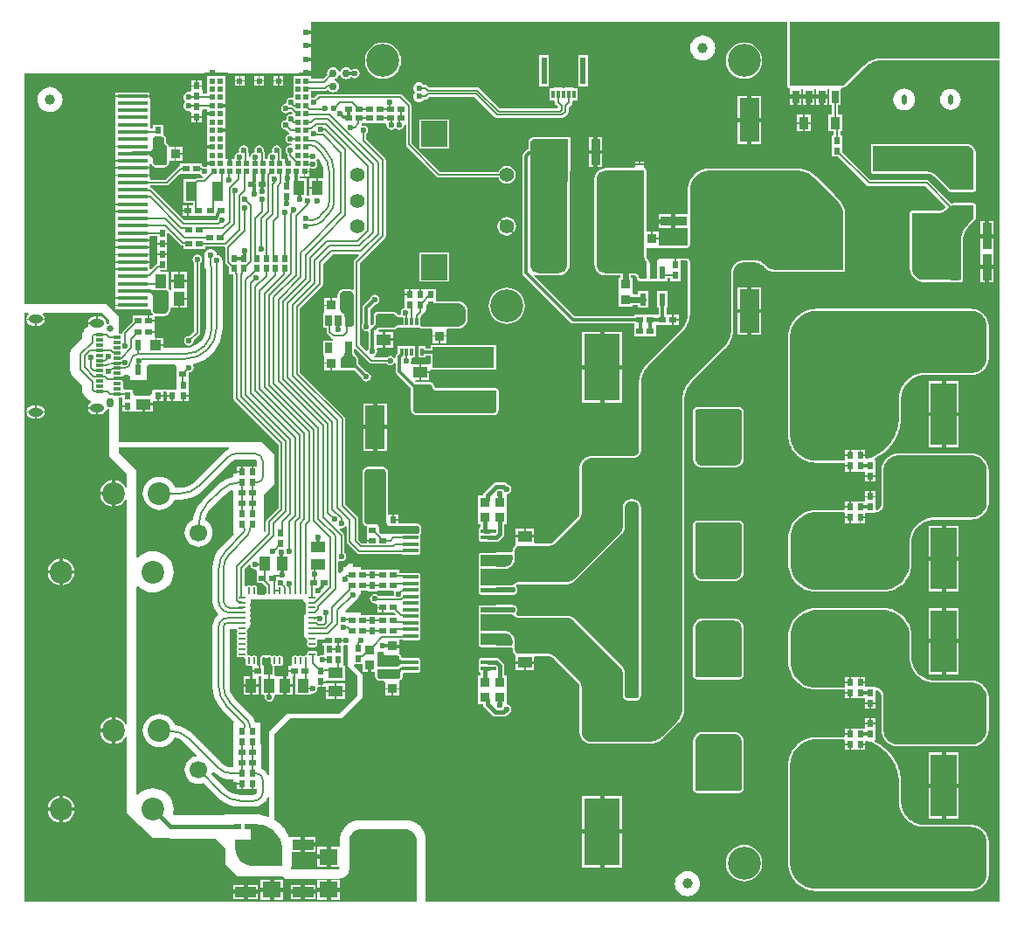
<source format=gtl>
G04*
G04 #@! TF.GenerationSoftware,Altium Limited,Altium Designer,19.0.10 (269)*
G04*
G04 Layer_Physical_Order=1*
G04 Layer_Color=255*
%FSLAX25Y25*%
%MOIN*%
G70*
G01*
G75*
%ADD11C,0.02362*%
%ADD14C,0.00787*%
%ADD15C,0.00591*%
%ADD17C,0.01575*%
%ADD18C,0.01181*%
%ADD21R,0.02756X0.01181*%
%ADD22R,0.07992X0.04488*%
%ADD23R,0.02756X0.02165*%
%ADD24R,0.02559X0.04724*%
G04:AMPARAMS|DCode=25|XSize=43.31mil|YSize=74.8mil|CornerRadius=0mil|HoleSize=0mil|Usage=FLASHONLY|Rotation=180.000|XOffset=0mil|YOffset=0mil|HoleType=Round|Shape=RoundedRectangle|*
%AMROUNDEDRECTD25*
21,1,0.04331,0.07480,0,0,180.0*
21,1,0.04331,0.07480,0,0,180.0*
1,1,0.00000,-0.02165,0.03740*
1,1,0.00000,0.02165,0.03740*
1,1,0.00000,0.02165,-0.03740*
1,1,0.00000,-0.02165,-0.03740*
%
%ADD25ROUNDEDRECTD25*%
%ADD26R,0.07087X0.05906*%
%ADD27R,0.02362X0.02756*%
%ADD28R,0.02756X0.02362*%
%ADD29R,0.09843X0.23622*%
%ADD30R,0.07874X0.03937*%
%ADD31R,0.09843X0.03543*%
%ADD32R,0.03543X0.09843*%
%ADD33R,0.05512X0.04331*%
%ADD34R,0.04331X0.05512*%
%ADD35R,0.03740X0.03740*%
%ADD36R,0.03740X0.03740*%
%ADD37R,0.23622X0.07874*%
%ADD38R,0.16142X0.13780*%
%ADD39R,0.11417X0.21260*%
G04:AMPARAMS|DCode=40|XSize=141.73mil|YSize=393.7mil|CornerRadius=35.43mil|HoleSize=0mil|Usage=FLASHONLY|Rotation=0.000|XOffset=0mil|YOffset=0mil|HoleType=Round|Shape=RoundedRectangle|*
%AMROUNDEDRECTD40*
21,1,0.14173,0.32284,0,0,0.0*
21,1,0.07087,0.39370,0,0,0.0*
1,1,0.07087,0.03543,-0.16142*
1,1,0.07087,-0.03543,-0.16142*
1,1,0.07087,-0.03543,0.16142*
1,1,0.07087,0.03543,0.16142*
%
%ADD40ROUNDEDRECTD40*%
%ADD41R,0.02362X0.04724*%
G04:AMPARAMS|DCode=42|XSize=194.88mil|YSize=321.26mil|CornerRadius=0mil|HoleSize=0mil|Usage=FLASHONLY|Rotation=0.000|XOffset=0mil|YOffset=0mil|HoleType=Round|Shape=RoundedRectangle|*
%AMROUNDEDRECTD42*
21,1,0.19488,0.32126,0,0,0.0*
21,1,0.19488,0.32126,0,0,0.0*
1,1,0.00000,0.09744,-0.16063*
1,1,0.00000,-0.09744,-0.16063*
1,1,0.00000,-0.09744,0.16063*
1,1,0.00000,0.09744,0.16063*
%
%ADD42ROUNDEDRECTD42*%
G04:AMPARAMS|DCode=43|XSize=15.75mil|YSize=57.09mil|CornerRadius=0.55mil|HoleSize=0mil|Usage=FLASHONLY|Rotation=90.000|XOffset=0mil|YOffset=0mil|HoleType=Round|Shape=RoundedRectangle|*
%AMROUNDEDRECTD43*
21,1,0.01575,0.05598,0,0,90.0*
21,1,0.01465,0.05709,0,0,90.0*
1,1,0.00110,0.02799,0.00732*
1,1,0.00110,0.02799,-0.00732*
1,1,0.00110,-0.02799,-0.00732*
1,1,0.00110,-0.02799,0.00732*
%
%ADD43ROUNDEDRECTD43*%
%ADD44R,0.03937X0.03937*%
%ADD45R,0.02362X0.03937*%
G04:AMPARAMS|DCode=46|XSize=9.45mil|YSize=23.62mil|CornerRadius=1.42mil|HoleSize=0mil|Usage=FLASHONLY|Rotation=90.000|XOffset=0mil|YOffset=0mil|HoleType=Round|Shape=RoundedRectangle|*
%AMROUNDEDRECTD46*
21,1,0.00945,0.02079,0,0,90.0*
21,1,0.00661,0.02362,0,0,90.0*
1,1,0.00284,0.01039,0.00331*
1,1,0.00284,0.01039,-0.00331*
1,1,0.00284,-0.01039,-0.00331*
1,1,0.00284,-0.01039,0.00331*
%
%ADD46ROUNDEDRECTD46*%
G04:AMPARAMS|DCode=47|XSize=9.45mil|YSize=23.62mil|CornerRadius=1.42mil|HoleSize=0mil|Usage=FLASHONLY|Rotation=0.000|XOffset=0mil|YOffset=0mil|HoleType=Round|Shape=RoundedRectangle|*
%AMROUNDEDRECTD47*
21,1,0.00945,0.02079,0,0,0.0*
21,1,0.00661,0.02362,0,0,0.0*
1,1,0.00284,0.00331,-0.01039*
1,1,0.00284,-0.00331,-0.01039*
1,1,0.00284,-0.00331,0.01039*
1,1,0.00284,0.00331,0.01039*
%
%ADD47ROUNDEDRECTD47*%
%ADD48R,0.09252X0.06221*%
%ADD49R,0.01181X0.02756*%
%ADD50R,0.02598X0.03937*%
G04:AMPARAMS|DCode=51|XSize=19.68mil|YSize=19.68mil|CornerRadius=0mil|HoleSize=0mil|Usage=FLASHONLY|Rotation=180.000|XOffset=0mil|YOffset=0mil|HoleType=Round|Shape=RoundedRectangle|*
%AMROUNDEDRECTD51*
21,1,0.01968,0.01968,0,0,180.0*
21,1,0.01968,0.01968,0,0,180.0*
1,1,0.00000,-0.00984,0.00984*
1,1,0.00000,0.00984,0.00984*
1,1,0.00000,0.00984,-0.00984*
1,1,0.00000,-0.00984,-0.00984*
%
%ADD51ROUNDEDRECTD51*%
%ADD52R,0.01968X0.01968*%
G04:AMPARAMS|DCode=53|XSize=19.68mil|YSize=19.68mil|CornerRadius=0mil|HoleSize=0mil|Usage=FLASHONLY|Rotation=90.000|XOffset=0mil|YOffset=0mil|HoleType=Round|Shape=RoundedRectangle|*
%AMROUNDEDRECTD53*
21,1,0.01968,0.01968,0,0,90.0*
21,1,0.01968,0.01968,0,0,90.0*
1,1,0.00000,0.00984,0.00984*
1,1,0.00000,0.00984,-0.00984*
1,1,0.00000,-0.00984,-0.00984*
1,1,0.00000,-0.00984,0.00984*
%
%ADD53ROUNDEDRECTD53*%
%ADD54R,0.11811X0.01575*%
%ADD55R,0.07480X0.16535*%
%ADD56R,0.13780X0.25591*%
%ADD57R,0.01850X0.00827*%
%ADD58R,0.03543X0.04724*%
%ADD59R,0.03543X0.04724*%
G04:AMPARAMS|DCode=60|XSize=236.22mil|YSize=393.7mil|CornerRadius=59.06mil|HoleSize=0mil|Usage=FLASHONLY|Rotation=90.000|XOffset=0mil|YOffset=0mil|HoleType=Round|Shape=RoundedRectangle|*
%AMROUNDEDRECTD60*
21,1,0.23622,0.27559,0,0,90.0*
21,1,0.11811,0.39370,0,0,90.0*
1,1,0.11811,0.13780,0.05906*
1,1,0.11811,0.13780,-0.05906*
1,1,0.11811,-0.13780,-0.05906*
1,1,0.11811,-0.13780,0.05906*
%
%ADD60ROUNDEDRECTD60*%
%ADD61R,0.11024X0.09449*%
%ADD62R,0.01378X0.03150*%
%ADD63R,0.02362X0.10236*%
%ADD64R,0.18504X0.17717*%
%ADD116O,0.01772X0.03937*%
%ADD122C,0.03937*%
G04:AMPARAMS|DCode=123|XSize=202.76mil|YSize=202.76mil|CornerRadius=2.03mil|HoleSize=0mil|Usage=FLASHONLY|Rotation=0.000|XOffset=0mil|YOffset=0mil|HoleType=Round|Shape=RoundedRectangle|*
%AMROUNDEDRECTD123*
21,1,0.20276,0.19870,0,0,0.0*
21,1,0.19870,0.20276,0,0,0.0*
1,1,0.00406,0.09935,-0.09935*
1,1,0.00406,-0.09935,-0.09935*
1,1,0.00406,-0.09935,0.09935*
1,1,0.00406,0.09935,0.09935*
%
%ADD123ROUNDEDRECTD123*%
%ADD124C,0.02953*%
%ADD125C,0.01968*%
%ADD126C,0.00906*%
%ADD127C,0.00827*%
%ADD128O,0.02559X0.03740*%
%ADD129C,0.02559*%
%ADD130O,0.05512X0.03150*%
%ADD131R,0.10236X0.09843*%
%ADD132C,0.05512*%
%ADD133C,0.06693*%
%ADD134C,0.08661*%
%ADD135C,0.12598*%
%ADD136C,0.02362*%
%ADD137C,0.19685*%
G36*
X291520Y336595D02*
X292111Y336595D01*
Y312205D01*
X292172Y311897D01*
X292346Y311637D01*
X292606Y311463D01*
X292673Y311450D01*
X292938Y311357D01*
X293189Y310900D01*
Y308908D01*
X295256D01*
X297323D01*
X297323Y310940D01*
X297756Y311191D01*
X298189Y310940D01*
Y308908D01*
X300256D01*
X302323D01*
X302323Y310940D01*
X302756Y311191D01*
X303189Y310940D01*
Y308908D01*
X305256D01*
Y308120D01*
D01*
Y308908D01*
X307323D01*
X307323Y310940D01*
X307756Y311191D01*
X308189Y310940D01*
Y304971D01*
X309071D01*
Y301181D01*
X307772D01*
Y294882D01*
X309819D01*
Y293504D01*
X309055D01*
Y289173D01*
Y285236D01*
X311486D01*
X322377Y274345D01*
X322767Y274084D01*
X323228Y273993D01*
X344777D01*
X352616Y266153D01*
X351799Y265336D01*
X351739Y265278D01*
X351608Y265163D01*
X351476Y265061D01*
X351336Y264968D01*
X351191Y264885D01*
X351041Y264811D01*
X350887Y264747D01*
X350728Y264693D01*
X350567Y264650D01*
X350403Y264617D01*
X350237Y264595D01*
X350063Y264584D01*
X349980Y264582D01*
X339567D01*
X339260Y264521D01*
X338999Y264347D01*
X338825Y264087D01*
X338764Y263779D01*
Y242917D01*
X338770Y242886D01*
X338767Y242854D01*
X338797Y242468D01*
X338806Y242438D01*
X338804Y242406D01*
X338865Y242024D01*
X338876Y241994D01*
X338877Y241962D01*
X338967Y241586D01*
X338981Y241557D01*
X338984Y241525D01*
X339104Y241158D01*
X339120Y241130D01*
X339126Y241098D01*
X339274Y240741D01*
X339292Y240715D01*
X339300Y240684D01*
X339476Y240339D01*
X339495Y240314D01*
X339507Y240284D01*
X339709Y239954D01*
X339730Y239931D01*
X339744Y239902D01*
X339971Y239589D01*
X339994Y239568D01*
X340010Y239540D01*
X340261Y239246D01*
X340286Y239226D01*
X340304Y239199D01*
X340577Y238926D01*
X340604Y238908D01*
X340624Y238883D01*
X340918Y238632D01*
X340946Y238616D01*
X340967Y238593D01*
X341280Y238366D01*
X341309Y238352D01*
X341333Y238331D01*
X341662Y238129D01*
X341692Y238118D01*
X341717Y238098D01*
X342062Y237922D01*
X342092Y237914D01*
X342119Y237896D01*
X342476Y237748D01*
X342508Y237742D01*
X342535Y237726D01*
X342903Y237607D01*
X342935Y237603D01*
X342964Y237589D01*
X343340Y237499D01*
X343372Y237498D01*
X343402Y237487D01*
X343784Y237426D01*
X343816Y237428D01*
X343846Y237419D01*
X344232Y237389D01*
X344264Y237392D01*
X344295Y237386D01*
X358268D01*
X358345Y237402D01*
X358661D01*
Y237505D01*
X358835Y237621D01*
X359009Y237882D01*
X359071Y238189D01*
Y252948D01*
X359073Y253162D01*
X359094Y253593D01*
X359136Y254018D01*
X359199Y254440D01*
X359282Y254859D01*
X359386Y255274D01*
X359510Y255682D01*
X359654Y256084D01*
X359817Y256479D01*
X360000Y256865D01*
X360201Y257242D01*
X360421Y257608D01*
X360658Y257963D01*
X360912Y258306D01*
X361184Y258636D01*
X361474Y258957D01*
X361623Y259109D01*
X363757Y261243D01*
X363931Y261504D01*
X363992Y261811D01*
Y266732D01*
X363931Y267039D01*
X363757Y267300D01*
X363496Y267474D01*
X363189Y267535D01*
X355723D01*
X355723Y267535D01*
X355613Y267535D01*
X355587Y267530D01*
X355560Y267533D01*
X355341Y267519D01*
X355315Y267512D01*
X355288Y267514D01*
X355070Y267485D01*
X355045Y267477D01*
X355018D01*
X354938Y267461D01*
X354715D01*
X346127Y276048D01*
X345736Y276309D01*
X345276Y276401D01*
X345275Y276401D01*
X323727D01*
X312992Y287136D01*
Y289173D01*
Y293504D01*
X312228D01*
Y294882D01*
X312890D01*
Y301181D01*
X311480D01*
Y304971D01*
X312323D01*
Y310811D01*
X312323Y310827D01*
X312365Y311065D01*
X312764Y311430D01*
X312836Y311456D01*
X313055Y311499D01*
X313092Y311515D01*
X313131Y311519D01*
X313400Y311600D01*
X313435Y311619D01*
X313474Y311627D01*
X313733Y311734D01*
X313766Y311756D01*
X313804Y311767D01*
X314051Y311899D01*
X314082Y311925D01*
X314119Y311940D01*
X314351Y312096D01*
X314380Y312124D01*
X314415Y312142D01*
X314631Y312320D01*
X314656Y312351D01*
X314690Y312373D01*
X314789Y312472D01*
X314789Y312472D01*
X321652Y319335D01*
X321813Y319492D01*
X322151Y319799D01*
X322500Y320085D01*
X322862Y320354D01*
X323238Y320605D01*
X323625Y320837D01*
X324023Y321050D01*
X324431Y321243D01*
X324848Y321415D01*
X325273Y321567D01*
X325705Y321698D01*
X326143Y321808D01*
X326586Y321896D01*
X327032Y321962D01*
X327481Y322007D01*
X327937Y322029D01*
X328165Y322032D01*
X373012D01*
X373012Y321441D01*
X373012Y1003D01*
X154164D01*
X154164Y24606D01*
X154164Y24606D01*
Y24607D01*
X154151Y24708D01*
X154159Y24811D01*
X154127Y25355D01*
X154081Y25600D01*
X154065Y25848D01*
X153945Y26452D01*
X153832Y26783D01*
X153741Y27122D01*
X153445Y27839D01*
X153269Y28142D01*
X153114Y28457D01*
X152683Y29102D01*
X152452Y29365D01*
X152239Y29643D01*
X151690Y30192D01*
X151412Y30405D01*
X151149Y30636D01*
X150504Y31067D01*
X150190Y31222D01*
X149886Y31397D01*
X149169Y31694D01*
X148831Y31785D01*
X148499Y31897D01*
X147738Y32049D01*
X147388Y32072D01*
X147041Y32117D01*
X146653Y32117D01*
X128937Y32117D01*
X128937Y32117D01*
X128549D01*
X128202Y32071D01*
X127852Y32048D01*
X127091Y31897D01*
X126760Y31784D01*
X126421Y31694D01*
X125704Y31397D01*
X125401Y31222D01*
X125087Y31067D01*
X124442Y30636D01*
X124178Y30405D01*
X123900Y30191D01*
X123352Y29643D01*
X123138Y29365D01*
X122907Y29101D01*
X122476Y28457D01*
X122321Y28142D01*
X122146Y27839D01*
X121850Y27122D01*
X121759Y26784D01*
X121646Y26452D01*
X121495Y25691D01*
X121472Y25342D01*
X121426Y24994D01*
Y21850D01*
X117913D01*
Y18110D01*
Y14370D01*
X121008D01*
X121292Y13813D01*
X121199Y13637D01*
X120994Y13417D01*
X120975Y13416D01*
X115354D01*
X115354Y13416D01*
X103119D01*
X102722Y13814D01*
X102731Y13859D01*
X102775Y14026D01*
X102831Y14189D01*
X102861Y14263D01*
X102865Y14289D01*
X102888Y14358D01*
X102915Y14491D01*
X102919Y14562D01*
X102926Y14588D01*
X102926Y14668D01*
X102936Y14823D01*
X102975Y15018D01*
X102971Y15092D01*
X102983Y15188D01*
Y15255D01*
X102983Y15256D01*
Y20079D01*
X106496D01*
Y22835D01*
Y25591D01*
X102559D01*
X102559Y25591D01*
X102009Y25689D01*
X101856Y26059D01*
X101806Y26146D01*
X101775Y26242D01*
X101535Y26739D01*
X101480Y26824D01*
X101443Y26917D01*
X101176Y27401D01*
X101116Y27482D01*
X101074Y27573D01*
X100780Y28041D01*
X100716Y28119D01*
X100669Y28208D01*
X100349Y28658D01*
X100280Y28732D01*
X100229Y28818D01*
X99884Y29250D01*
X99812Y29320D01*
X99755Y29403D01*
X99387Y29815D01*
X99310Y29881D01*
X99249Y29961D01*
X98858Y30351D01*
X98778Y30413D01*
X98713Y30489D01*
X98301Y30857D01*
X98218Y30914D01*
X98148Y30986D01*
X97716Y31331D01*
X97630Y31383D01*
X97556Y31451D01*
X97105Y31771D01*
X97016Y31818D01*
X96939Y31882D01*
X96471Y32176D01*
X96457Y32183D01*
X96457Y64961D01*
X102362Y70866D01*
X122047Y70866D01*
X129921Y78740D01*
X129921Y87795D01*
X126771Y90945D01*
X127016Y91536D01*
X130020D01*
Y88780D01*
X132382D01*
Y91437D01*
X132972D01*
Y88780D01*
X134827D01*
X134827Y87106D01*
X134827Y87035D01*
X134837Y86983D01*
X134834Y86931D01*
X134853Y86790D01*
X134870Y86740D01*
X134873Y86687D01*
X134910Y86550D01*
X134933Y86502D01*
X134943Y86450D01*
X134998Y86319D01*
X135027Y86275D01*
X135039Y86239D01*
Y86024D01*
X135169D01*
X135173Y86015D01*
X135260Y85902D01*
X135300Y85867D01*
X135329Y85823D01*
X135430Y85723D01*
X135474Y85693D01*
X135509Y85654D01*
X135621Y85567D01*
X135669Y85544D01*
X135708Y85509D01*
X135831Y85438D01*
X135881Y85421D01*
X135925Y85391D01*
X136057Y85337D01*
X136109Y85327D01*
X136156Y85303D01*
X136293Y85267D01*
X136346Y85263D01*
X136396Y85246D01*
X136537Y85228D01*
X136590Y85231D01*
X136642Y85221D01*
X136713Y85221D01*
X138149D01*
X138583Y84842D01*
X138583Y84630D01*
Y82480D01*
X141240D01*
X143898D01*
Y84716D01*
X143898Y84744D01*
X143923Y84851D01*
X144087Y85237D01*
X144135Y85335D01*
X144247Y85381D01*
X144291Y85411D01*
X144342Y85428D01*
X144453Y85492D01*
X144493Y85527D01*
X144541Y85551D01*
X144643Y85629D01*
X144678Y85669D01*
X144722Y85699D01*
X144813Y85790D01*
X144843Y85834D01*
X144882Y85869D01*
X144961Y85971D01*
X144984Y86019D01*
X145019Y86058D01*
X145084Y86170D01*
X145101Y86220D01*
X145130Y86264D01*
X145180Y86384D01*
X145190Y86436D01*
X145213Y86483D01*
X145247Y86608D01*
X145250Y86660D01*
X145267Y86711D01*
X145284Y86839D01*
X145281Y86891D01*
X145291Y86943D01*
X145291Y87008D01*
X145291Y87765D01*
X145626Y88300D01*
X151224D01*
X151553Y88366D01*
X151832Y88552D01*
X152018Y88831D01*
X152083Y89160D01*
Y90624D01*
X152018Y90953D01*
X151892Y91142D01*
X152018Y91331D01*
X152083Y91659D01*
Y93124D01*
X152018Y93453D01*
X151832Y93731D01*
X151553Y93918D01*
X151224Y93983D01*
X145626D01*
X145486Y93955D01*
X145422Y93960D01*
X145335Y93985D01*
X145100Y94109D01*
X144876Y94293D01*
X144876Y94322D01*
X144854Y94430D01*
X144833Y94479D01*
X144826Y94531D01*
X144790Y94635D01*
X144763Y94681D01*
X144749Y94732D01*
X144700Y94830D01*
X144668Y94872D01*
X144647Y94920D01*
X144585Y95012D01*
X144548Y95049D01*
X144521Y95094D01*
X144448Y95177D01*
X144405Y95209D01*
X144373Y95250D01*
X144290Y95322D01*
X144244Y95348D01*
X144206Y95385D01*
X144190Y95397D01*
X143898Y95866D01*
Y98228D01*
X141240D01*
Y98819D01*
X143898D01*
Y100865D01*
X145303D01*
X145626Y100800D01*
X151224D01*
X151553Y100866D01*
X151832Y101052D01*
X152018Y101331D01*
X152083Y101660D01*
Y103124D01*
X152018Y103453D01*
X151892Y103642D01*
X152018Y103831D01*
X152083Y104159D01*
Y105624D01*
X152018Y105953D01*
X151892Y106142D01*
X152018Y106331D01*
X152083Y106659D01*
Y108124D01*
X152018Y108453D01*
X151892Y108642D01*
X152018Y108831D01*
X152083Y109160D01*
Y110624D01*
X152018Y110953D01*
X151892Y111142D01*
X152018Y111331D01*
X152083Y111660D01*
Y113124D01*
X152018Y113453D01*
X151892Y113642D01*
X152018Y113831D01*
X152083Y114160D01*
Y115624D01*
X152018Y115953D01*
X151892Y116142D01*
X152018Y116331D01*
X152083Y116659D01*
Y118124D01*
X152018Y118453D01*
X151892Y118642D01*
X152018Y118831D01*
X152083Y119159D01*
Y120624D01*
X152018Y120953D01*
X151892Y121142D01*
X152018Y121331D01*
X152083Y121660D01*
Y123124D01*
X152018Y123453D01*
X151892Y123642D01*
X152018Y123831D01*
X152083Y124160D01*
Y125624D01*
X152018Y125953D01*
X151832Y126231D01*
X151553Y126418D01*
X151224Y126483D01*
X145626D01*
X145297Y126418D01*
X145122Y126301D01*
X143898D01*
Y127559D01*
X135827D01*
Y127756D01*
X131890D01*
Y127559D01*
X129331D01*
Y128740D01*
X126378D01*
Y129921D01*
X124803Y129921D01*
X123622Y128740D01*
X122638D01*
Y127756D01*
X121379Y126498D01*
X120789Y126742D01*
Y130703D01*
X121275Y131014D01*
X121379Y131004D01*
X122047Y130871D01*
X122739Y131008D01*
X123325Y131400D01*
X123716Y131986D01*
X123854Y132677D01*
X123716Y133368D01*
X123325Y133955D01*
X123151Y134070D01*
Y140664D01*
X123067Y141086D01*
X122828Y141444D01*
X121246Y143027D01*
X121536Y143571D01*
X122047Y143469D01*
X122739Y143607D01*
X123325Y143998D01*
X123460Y144201D01*
X124050Y144021D01*
Y138314D01*
X124134Y137892D01*
X124373Y137534D01*
X128042Y133865D01*
X128400Y133626D01*
X128823Y133542D01*
X145034D01*
X145297Y133366D01*
X145626Y133300D01*
X151224D01*
X151553Y133366D01*
X151832Y133552D01*
X152018Y133831D01*
X152083Y134160D01*
Y135624D01*
X152018Y135953D01*
X151892Y136142D01*
X152018Y136331D01*
X152083Y136660D01*
Y138124D01*
X152018Y138453D01*
X151892Y138642D01*
X152018Y138831D01*
X152083Y139160D01*
Y140624D01*
X152018Y140953D01*
X151956Y141046D01*
X151967Y141056D01*
X152011Y141122D01*
X152067Y141178D01*
X152153Y141307D01*
X152183Y141380D01*
X152227Y141446D01*
X152286Y141589D01*
X152302Y141667D01*
X152332Y141740D01*
X152362Y141892D01*
X152362Y141971D01*
X152378Y142049D01*
X152378Y142126D01*
X152378Y143701D01*
X152378Y143701D01*
X152378Y143778D01*
X152362Y143856D01*
X152362Y143935D01*
X152332Y144087D01*
X152302Y144160D01*
X152286Y144237D01*
X152227Y144381D01*
X152183Y144447D01*
X152153Y144520D01*
X152067Y144649D01*
X152011Y144705D01*
X151967Y144770D01*
X151857Y144880D01*
X151791Y144924D01*
X151735Y144980D01*
X151607Y145066D01*
X151533Y145096D01*
X151468Y145140D01*
X151324Y145200D01*
X151247Y145215D01*
X151174Y145245D01*
X151022Y145276D01*
X150942Y145276D01*
X150865Y145291D01*
X150787Y145291D01*
X143701Y145291D01*
Y146359D01*
X141732D01*
Y146654D01*
X141437D01*
Y148819D01*
X139779D01*
Y164567D01*
X139779Y164567D01*
X139779Y164670D01*
X139769Y164722D01*
X139772Y164775D01*
X139745Y164979D01*
X139728Y165030D01*
X139725Y165082D01*
X139672Y165282D01*
X139648Y165329D01*
X139638Y165381D01*
X139559Y165572D01*
X139529Y165616D01*
X139512Y165666D01*
X139409Y165845D01*
X139374Y165885D01*
X139351Y165933D01*
X139225Y166096D01*
X139185Y166131D01*
X139156Y166175D01*
X139010Y166321D01*
X138966Y166351D01*
X138931Y166391D01*
X138767Y166516D01*
X138720Y166540D01*
X138680Y166575D01*
X138501Y166678D01*
X138451Y166695D01*
X138407Y166724D01*
X138216Y166803D01*
X138164Y166814D01*
X138117Y166837D01*
X137917Y166890D01*
X137864Y166894D01*
X137814Y166911D01*
X137609Y166938D01*
X137557Y166934D01*
X137504Y166945D01*
X137401Y166945D01*
X132283Y166945D01*
X132283Y166945D01*
X132180Y166945D01*
X132128Y166934D01*
X132076Y166938D01*
X131871Y166911D01*
X131821Y166894D01*
X131768Y166890D01*
X131568Y166837D01*
X131521Y166813D01*
X131469Y166803D01*
X131278Y166724D01*
X131234Y166695D01*
X131184Y166678D01*
X131005Y166575D01*
X130965Y166540D01*
X130918Y166516D01*
X130754Y166390D01*
X130719Y166351D01*
X130675Y166321D01*
X130529Y166175D01*
X130500Y166131D01*
X130460Y166096D01*
X130334Y165932D01*
X130311Y165885D01*
X130276Y165845D01*
X130173Y165666D01*
X130156Y165616D01*
X130126Y165572D01*
X130047Y165381D01*
X130037Y165329D01*
X130014Y165282D01*
X129960Y165083D01*
X129957Y165030D01*
X129940Y164980D01*
X129913Y164775D01*
X129916Y164722D01*
X129906Y164670D01*
X129906Y164567D01*
Y146457D01*
X129906Y146353D01*
X129916Y146301D01*
X129913Y146249D01*
X129940Y146044D01*
X129957Y145994D01*
X129960Y145941D01*
X130014Y145741D01*
X130037Y145694D01*
X130047Y145642D01*
X130126Y145451D01*
X130156Y145407D01*
X130173Y145357D01*
X130276Y145178D01*
X130311Y145139D01*
X130334Y145091D01*
X130460Y144927D01*
X130500Y144892D01*
X130529Y144848D01*
X130675Y144702D01*
X130719Y144673D01*
X130754Y144633D01*
X130918Y144507D01*
X130965Y144484D01*
X131005Y144449D01*
X131184Y144346D01*
X131234Y144329D01*
X131278Y144299D01*
X131469Y144220D01*
X131521Y144210D01*
X131568Y144187D01*
X131693Y144153D01*
Y140748D01*
X131693D01*
X131693Y140748D01*
Y139075D01*
X133858D01*
Y138484D01*
X131693D01*
Y137817D01*
X129719D01*
X128375Y139160D01*
Y147084D01*
X128291Y147507D01*
X128052Y147865D01*
X123348Y152569D01*
Y185256D01*
X123264Y185678D01*
X123025Y186037D01*
X106123Y202938D01*
Y227397D01*
X114603Y235877D01*
X114843Y236235D01*
X114927Y236658D01*
Y244468D01*
X118568Y248109D01*
X128453D01*
X128679Y247563D01*
X127074Y245958D01*
X126834Y245600D01*
X126751Y245177D01*
Y234834D01*
X126680Y234739D01*
X126160Y234458D01*
X125817Y234600D01*
X125510Y234661D01*
X122835Y234661D01*
X122521Y234661D01*
X122214Y234600D01*
X121635Y234360D01*
X121375Y234186D01*
X120932Y233743D01*
X120758Y233483D01*
X120616Y233141D01*
X120599Y233055D01*
X120568Y232974D01*
X120469Y232424D01*
X120471Y232353D01*
X120457Y232283D01*
Y231201D01*
X118307D01*
Y228543D01*
X118012D01*
Y228248D01*
X115354D01*
Y225886D01*
X115092Y225404D01*
X115006D01*
Y219892D01*
X116238D01*
Y218385D01*
X116238Y218385D01*
X116329Y217924D01*
X116590Y217533D01*
X118046Y216078D01*
X118046Y216078D01*
X118437Y215817D01*
X118730Y215758D01*
X118672Y215168D01*
X115006D01*
Y209656D01*
X115141D01*
X115354Y209154D01*
X115354Y209065D01*
Y206791D01*
X118012D01*
Y206496D01*
X118307D01*
Y203839D01*
X120522D01*
X121063Y203839D01*
X121260Y203839D01*
X121576D01*
X121653Y203823D01*
X126867D01*
X129715Y200975D01*
X129733Y200963D01*
X129827Y200490D01*
X130219Y199904D01*
X130805Y199512D01*
X131496Y199375D01*
X132187Y199512D01*
X132773Y199904D01*
X133165Y200490D01*
X133302Y201181D01*
X133165Y201872D01*
X132773Y202458D01*
X132187Y202850D01*
X131714Y202944D01*
X131702Y202962D01*
X128362Y206302D01*
Y207874D01*
X128347Y207951D01*
X128347Y208030D01*
X128346Y208030D01*
X128329Y208119D01*
X128314Y208155D01*
X128310Y208195D01*
X128257Y208370D01*
X128238Y208405D01*
X128231Y208444D01*
X128161Y208612D01*
X128139Y208646D01*
X128128Y208684D01*
X128042Y208845D01*
X128017Y208875D01*
X128001Y208912D01*
X127900Y209064D01*
X127872Y209092D01*
X127853Y209127D01*
X127738Y209268D01*
X127707Y209294D01*
X127685Y209327D01*
X127556Y209456D01*
X127523Y209478D01*
X127498Y209509D01*
X127357Y209625D01*
X127322Y209643D01*
X127294Y209672D01*
X127268Y209689D01*
X127251Y209705D01*
X127143Y209818D01*
X127053Y209934D01*
X126975Y210059D01*
X126909Y210190D01*
X126857Y210327D01*
X126818Y210469D01*
X126791Y210623D01*
X126787Y210668D01*
X126787Y211761D01*
X127378Y212006D01*
X132684Y206700D01*
X133042Y206460D01*
X133465Y206376D01*
X139158D01*
X139274Y206203D01*
X139860Y205812D01*
X140551Y205674D01*
X141242Y205812D01*
X141829Y206203D01*
X142099Y206608D01*
X142690Y206429D01*
Y203405D01*
X142797Y202868D01*
X143101Y202412D01*
X148410Y197103D01*
Y188976D01*
X148410Y188873D01*
X148420Y188821D01*
X148417Y188768D01*
X148444Y188564D01*
X148461Y188514D01*
X148464Y188461D01*
X148518Y188261D01*
X148541Y188214D01*
X148551Y188162D01*
X148630Y187971D01*
X148660Y187927D01*
X148677Y187877D01*
X148780Y187698D01*
X148815Y187658D01*
X148838Y187611D01*
X148964Y187447D01*
X149004Y187412D01*
X149033Y187368D01*
X149179Y187222D01*
X149223Y187193D01*
X149258Y187153D01*
X149422Y187027D01*
X149469Y187004D01*
X149509Y186969D01*
X149688Y186866D01*
X149738Y186849D01*
X149782Y186819D01*
X149973Y186740D01*
X150025Y186730D01*
X150072Y186706D01*
X150272Y186653D01*
X150324Y186650D01*
X150375Y186633D01*
X150579Y186606D01*
X150632Y186609D01*
X150684Y186599D01*
X150787Y186599D01*
X179921Y186599D01*
X179999Y186599D01*
X180051Y186609D01*
X180103Y186606D01*
X180257Y186626D01*
X180307Y186643D01*
X180360Y186646D01*
X180509Y186686D01*
X180557Y186710D01*
X180609Y186720D01*
X180752Y186779D01*
X180796Y186809D01*
X180846Y186826D01*
X180980Y186903D01*
X181020Y186938D01*
X181068Y186961D01*
X181190Y187056D01*
X181225Y187096D01*
X181269Y187125D01*
X181379Y187234D01*
X181408Y187279D01*
X181448Y187313D01*
X181542Y187436D01*
X181566Y187484D01*
X181601Y187524D01*
X181678Y187658D01*
X181695Y187708D01*
X181725Y187752D01*
X181784Y187895D01*
X181794Y187947D01*
X181818Y187994D01*
X181858Y188144D01*
X181861Y188197D01*
X181878Y188247D01*
X181898Y188400D01*
X181895Y188453D01*
X181905Y188505D01*
X181905Y188583D01*
X181905Y188583D01*
X181905Y196063D01*
X181844Y196370D01*
X181670Y196631D01*
X181410Y196805D01*
X181102Y196866D01*
X157924D01*
X157496Y197294D01*
Y197321D01*
X157485Y197373D01*
X157489Y197426D01*
X157469Y197580D01*
X157452Y197630D01*
X157448Y197683D01*
X157408Y197832D01*
X157385Y197880D01*
X157374Y197932D01*
X157315Y198075D01*
X157286Y198119D01*
X157269Y198169D01*
X157191Y198303D01*
X157156Y198343D01*
X157133Y198390D01*
X157039Y198513D01*
X156999Y198548D01*
X156969Y198592D01*
X156860Y198702D01*
X156816Y198731D01*
X156781Y198771D01*
X156658Y198865D01*
X156611Y198889D01*
X156571Y198924D01*
X156437Y199001D01*
X156386Y199018D01*
X156342Y199047D01*
X156200Y199107D01*
X156148Y199117D01*
X156100Y199140D01*
X155950Y199180D01*
X155898Y199184D01*
X155848Y199201D01*
X155694Y199221D01*
X155641Y199218D01*
X155589Y199228D01*
X155512Y199228D01*
X155512Y199228D01*
X150381D01*
X150160Y199508D01*
X150425Y200098D01*
X151575D01*
Y203051D01*
Y206004D01*
X148705D01*
X148375Y206574D01*
X148519Y206789D01*
X148657Y207480D01*
X148559Y207972D01*
X148914Y208563D01*
X150197D01*
Y212894D01*
X143504D01*
Y210864D01*
X143477Y210728D01*
Y210424D01*
X143101Y210049D01*
X142797Y209593D01*
X142690Y209055D01*
Y208532D01*
X142099Y208353D01*
X141829Y208758D01*
X141242Y209149D01*
X140551Y209287D01*
X139860Y209149D01*
X139274Y208758D01*
X139158Y208584D01*
X134446D01*
X134357Y208714D01*
X134534Y209303D01*
X134609Y209395D01*
X135136Y209746D01*
X135527Y210332D01*
X135665Y211024D01*
X135527Y211715D01*
X135397Y211910D01*
X135661Y212500D01*
X137795D01*
Y215453D01*
Y218406D01*
X136390D01*
X136125Y218996D01*
X136345Y219276D01*
X141732Y219276D01*
X141779Y219276D01*
X141818Y219284D01*
X141858Y219280D01*
X141951Y219289D01*
X141989Y219301D01*
X142028D01*
X142120Y219319D01*
X142157Y219334D01*
X142197Y219338D01*
X142286Y219365D01*
X142321Y219384D01*
X142360Y219391D01*
X142446Y219427D01*
X142480Y219449D01*
X142518Y219461D01*
X142600Y219505D01*
X142631Y219530D01*
X142668Y219545D01*
X142745Y219597D01*
X142773Y219625D01*
X142809Y219644D01*
X142881Y219704D01*
X142906Y219734D01*
X142939Y219756D01*
X142972Y219789D01*
X142972Y219790D01*
X143080Y219898D01*
X143100Y219916D01*
X143148Y219956D01*
X143192Y219986D01*
X143239Y220010D01*
X143288Y220031D01*
X143339Y220046D01*
X143391Y220057D01*
X143453Y220063D01*
X143480Y220063D01*
X145473Y220063D01*
X145780Y220124D01*
X145859Y220177D01*
X151592D01*
X151598Y220169D01*
X151686Y220080D01*
X151752Y220037D01*
X151808Y219981D01*
X151937Y219895D01*
X152010Y219864D01*
X152076Y219820D01*
X152219Y219761D01*
X152296Y219745D01*
X152370Y219715D01*
X152522Y219685D01*
X152601D01*
X152678Y219670D01*
X152756Y219670D01*
X156276D01*
X156791Y219488D01*
X156791Y219079D01*
Y217126D01*
X159449D01*
X162106D01*
X162106Y219488D01*
X162622Y219670D01*
X165354D01*
X166484Y219670D01*
X166523Y219677D01*
X166562Y219673D01*
X166851Y219702D01*
X166889Y219713D01*
X166929D01*
X167213Y219770D01*
X167250Y219785D01*
X167290Y219789D01*
X167568Y219873D01*
X167603Y219892D01*
X167642Y219900D01*
X167910Y220011D01*
X167943Y220033D01*
X167981Y220045D01*
X168237Y220181D01*
X168268Y220207D01*
X168304Y220222D01*
X168546Y220383D01*
X168574Y220411D01*
X168609Y220430D01*
X168833Y220614D01*
X168859Y220645D01*
X168892Y220667D01*
X169097Y220872D01*
X169119Y220905D01*
X169150Y220931D01*
X169334Y221155D01*
X169352Y221190D01*
X169381Y221218D01*
X169542Y221459D01*
X169557Y221496D01*
X169582Y221527D01*
X169719Y221783D01*
X169731Y221821D01*
X169753Y221854D01*
X169864Y222122D01*
X169872Y222161D01*
X169890Y222196D01*
X169975Y222474D01*
X169978Y222514D01*
X169994Y222550D01*
X170050Y222835D01*
Y222875D01*
X170062Y222913D01*
X170090Y223201D01*
X170086Y223241D01*
X170094Y223280D01*
Y223425D01*
X170094Y223425D01*
X170094Y226523D01*
X170086Y226562D01*
X170090Y226602D01*
X170062Y226890D01*
X170050Y226928D01*
Y226968D01*
X169994Y227253D01*
X169978Y227290D01*
X169975Y227329D01*
X169890Y227607D01*
X169872Y227642D01*
X169864Y227681D01*
X169753Y227949D01*
X169731Y227982D01*
X169719Y228020D01*
X169582Y228276D01*
X169557Y228307D01*
X169542Y228344D01*
X169381Y228585D01*
X169352Y228613D01*
X169334Y228648D01*
X169150Y228873D01*
X169119Y228898D01*
X169097Y228931D01*
X168892Y229136D01*
X168859Y229158D01*
X168833Y229189D01*
X168609Y229373D01*
X168574Y229392D01*
X168546Y229420D01*
X168304Y229581D01*
X168268Y229596D01*
X168237Y229622D01*
X167981Y229758D01*
X167943Y229770D01*
X167910Y229792D01*
X167642Y229903D01*
X167603Y229911D01*
X167568Y229930D01*
X167290Y230014D01*
X167250Y230018D01*
X167213Y230033D01*
X166929Y230090D01*
X166889D01*
X166851Y230101D01*
X166562Y230130D01*
X166523Y230126D01*
X166484Y230134D01*
X166339D01*
X166339Y230134D01*
X157874D01*
Y234842D01*
X154527D01*
X153937Y234842D01*
Y234842D01*
X153937D01*
Y234842D01*
X152264D01*
Y232677D01*
X151673D01*
Y234842D01*
X148327D01*
Y232677D01*
X148031D01*
Y232382D01*
X146063D01*
Y230512D01*
Y227319D01*
X145765Y227259D01*
X145179Y226868D01*
X144788Y226282D01*
X144650Y225590D01*
X144686Y225409D01*
X144556Y225108D01*
X144199Y224835D01*
X144144Y224840D01*
X143963Y224876D01*
X143786Y224930D01*
X143615Y225001D01*
X143452Y225088D01*
X143298Y225190D01*
X143147Y225314D01*
X143080Y225378D01*
X142972Y225486D01*
X142972Y225486D01*
X142939Y225519D01*
X142906Y225541D01*
X142881Y225572D01*
X142809Y225631D01*
X142773Y225650D01*
X142745Y225678D01*
X142668Y225730D01*
X142631Y225745D01*
X142600Y225771D01*
X142518Y225815D01*
X142480Y225826D01*
X142446Y225848D01*
X142360Y225884D01*
X142321Y225892D01*
X142286Y225911D01*
X142197Y225938D01*
X142157Y225942D01*
X142120Y225957D01*
X142028Y225975D01*
X141989D01*
X141951Y225987D01*
X141858Y225996D01*
X141818Y225992D01*
X141779Y226000D01*
X141732Y226000D01*
X135827Y226000D01*
X135827Y226000D01*
X135749Y226000D01*
X135672Y225984D01*
X135593D01*
X135441Y225954D01*
X135367Y225924D01*
X135290Y225908D01*
X135147Y225849D01*
X135081Y225805D01*
X135008Y225775D01*
X134879Y225689D01*
X134823Y225633D01*
X134757Y225589D01*
X134647Y225479D01*
X134604Y225413D01*
X134548Y225357D01*
X134461Y225228D01*
X134431Y225155D01*
X134387Y225090D01*
X134328Y224946D01*
X134312Y224869D01*
X134282Y224796D01*
X134252Y224644D01*
Y224565D01*
X134237Y224487D01*
X134237Y224409D01*
X134237Y221263D01*
X133828Y220855D01*
X133188Y221049D01*
X133165Y221164D01*
X132901Y221559D01*
Y226977D01*
X134871Y228947D01*
X135337Y229040D01*
X135923Y229431D01*
X136314Y230017D01*
X136452Y230709D01*
X136314Y231400D01*
X135923Y231986D01*
X135337Y232378D01*
X134646Y232515D01*
X133954Y232378D01*
X133368Y231986D01*
X132977Y231400D01*
X132884Y230934D01*
X130503Y228553D01*
X130198Y228097D01*
X130091Y227559D01*
Y221559D01*
X129827Y221164D01*
X129690Y220472D01*
X129827Y219781D01*
X130219Y219195D01*
X130805Y218804D01*
X131496Y218666D01*
X131863Y218739D01*
X132432Y218340D01*
X132453Y218300D01*
Y212110D01*
X132189Y211715D01*
X132096Y211245D01*
X131514Y211013D01*
X131493Y211013D01*
X128958Y213548D01*
Y244720D01*
X138576Y254338D01*
X138815Y254696D01*
X138899Y255118D01*
Y283858D01*
X138815Y284281D01*
X138576Y284639D01*
X131419Y291796D01*
Y293882D01*
X131592Y293998D01*
X131984Y294584D01*
X132121Y295276D01*
X131984Y295967D01*
X131592Y296553D01*
X131006Y296944D01*
X130315Y297082D01*
X129930Y297005D01*
X129570Y297465D01*
X129753Y297957D01*
X130803D01*
Y297957D01*
X138678D01*
X139163Y297366D01*
X139138Y297244D01*
X139276Y296553D01*
X139668Y295967D01*
X140254Y295575D01*
X140945Y295438D01*
X141636Y295575D01*
X142222Y295967D01*
X142224Y295970D01*
X142815D01*
X142817Y295967D01*
X143403Y295575D01*
X144095Y295438D01*
X144786Y295575D01*
X145372Y295967D01*
X145763Y296553D01*
X145825Y296863D01*
X146448Y297262D01*
X146461Y297262D01*
X146534Y297236D01*
Y289862D01*
X146618Y289440D01*
X146857Y289082D01*
X158373Y277566D01*
X158731Y277327D01*
X159153Y277243D01*
X181874D01*
X182116Y276659D01*
X182653Y275960D01*
X183352Y275423D01*
X184166Y275086D01*
X185039Y274971D01*
X185913Y275086D01*
X186727Y275423D01*
X187426Y275960D01*
X187962Y276659D01*
X188300Y277473D01*
X188415Y278346D01*
X188300Y279220D01*
X187962Y280034D01*
X187426Y280733D01*
X186727Y281270D01*
X185913Y281607D01*
X185039Y281722D01*
X184166Y281607D01*
X183352Y281270D01*
X182653Y280733D01*
X182116Y280034D01*
X181874Y279450D01*
X159611D01*
X148742Y290319D01*
Y304724D01*
X148658Y305147D01*
X148418Y305505D01*
X145076Y308847D01*
X144718Y309087D01*
X144295Y309171D01*
X113579D01*
X113156Y309087D01*
X112798Y308847D01*
X111622Y307671D01*
X111417Y307712D01*
X110827Y307594D01*
X110236Y307903D01*
Y310313D01*
X115748D01*
X116171Y310398D01*
X116529Y310637D01*
X117029Y310604D01*
X117145Y310452D01*
X117618Y310089D01*
X118169Y309861D01*
X118760Y309784D01*
X119351Y309861D01*
X119902Y310089D01*
X120374Y310452D01*
X120737Y310925D01*
X120965Y311476D01*
X121043Y312067D01*
X120965Y312658D01*
X120737Y313209D01*
X120374Y313682D01*
X119902Y314044D01*
X119351Y314272D01*
Y314861D01*
X119902Y315090D01*
X120374Y315452D01*
X120737Y315925D01*
X120965Y316476D01*
X121554D01*
X121782Y315925D01*
X122145Y315452D01*
X122618Y315090D01*
X123169Y314861D01*
X123760Y314784D01*
X124351Y314861D01*
X124901Y315090D01*
X125374Y315452D01*
X125482Y315593D01*
X125976D01*
X126474Y315260D01*
X127165Y315123D01*
X127857Y315260D01*
X128443Y315652D01*
X128834Y316238D01*
X128972Y316929D01*
X128834Y317620D01*
X128443Y318206D01*
X127857Y318598D01*
X127165Y318736D01*
X126474Y318598D01*
X126182Y318403D01*
X125588D01*
X125374Y318682D01*
X124901Y319044D01*
X124351Y319272D01*
X123760Y319350D01*
X123169Y319272D01*
X122618Y319044D01*
X122145Y318682D01*
X121782Y318209D01*
X121554Y317658D01*
X120965D01*
X120737Y318209D01*
X120374Y318682D01*
X119902Y319044D01*
X119351Y319272D01*
X118760Y319350D01*
X118169Y319272D01*
X117618Y319044D01*
X117145Y318682D01*
X116782Y318209D01*
X116554Y317658D01*
X116477Y317067D01*
X116547Y316533D01*
X114897Y314883D01*
X110236D01*
Y317126D01*
X110236D01*
Y336595D01*
X291520Y336595D01*
D02*
G37*
G36*
X373012Y322835D02*
X328158D01*
X328158Y322835D01*
X327912Y322832D01*
X327422Y322808D01*
X326934Y322759D01*
X326448Y322687D01*
X325967Y322592D01*
X325491Y322472D01*
X325021Y322330D01*
X324559Y322165D01*
X324106Y321977D01*
X323662Y321767D01*
X323229Y321535D01*
X322808Y321283D01*
X322400Y321010D01*
X322006Y320718D01*
X321626Y320407D01*
X321263Y320077D01*
X321087Y319906D01*
X314221Y313040D01*
X314221Y313040D01*
X314122Y312941D01*
X313905Y312763D01*
X313672Y312607D01*
X313425Y312475D01*
X313166Y312368D01*
X312898Y312287D01*
X312624Y312232D01*
X312345Y312205D01*
X312205Y312205D01*
X292913D01*
Y336595D01*
X373012D01*
Y322835D01*
D02*
G37*
G36*
X70866Y312402D02*
Y309842D01*
X70669D01*
Y309179D01*
X68898D01*
Y310630D01*
X68701D01*
Y311909D01*
X66732D01*
X64764D01*
Y310630D01*
X64567D01*
Y310485D01*
X63977Y310032D01*
X63779Y310058D01*
X63214Y309984D01*
X62687Y309766D01*
X62235Y309418D01*
X61888Y308966D01*
X61670Y308439D01*
X61595Y307874D01*
X61670Y307309D01*
X61888Y306782D01*
X61905Y306760D01*
X62235Y306269D01*
X61888Y305816D01*
X61670Y305290D01*
X61595Y304724D01*
X61670Y304159D01*
X61888Y303632D01*
X62235Y303180D01*
X62687Y302833D01*
X63214Y302615D01*
X63779Y302540D01*
X63977Y302566D01*
X64567Y302113D01*
Y301968D01*
X64764D01*
Y300689D01*
X66732D01*
X68701D01*
Y301968D01*
X68898D01*
Y303420D01*
X70669D01*
Y302756D01*
X70866D01*
Y301870D01*
X72638D01*
Y301279D01*
X70866D01*
Y299803D01*
Y296654D01*
Y293504D01*
Y290354D01*
Y289272D01*
X72638D01*
Y288681D01*
X70866D01*
Y287205D01*
Y284055D01*
Y282972D01*
X72638D01*
Y282382D01*
X70866D01*
Y281579D01*
X70657Y281416D01*
X70276Y281217D01*
X69685Y281334D01*
X69481Y281293D01*
X69284Y281489D01*
X68926Y281729D01*
X68701Y281773D01*
Y282677D01*
X60433D01*
Y281773D01*
X60207Y281729D01*
X59849Y281489D01*
X54858Y276498D01*
X49108D01*
X49016Y276660D01*
Y276969D01*
X49016D01*
X48819Y277550D01*
Y277854D01*
X42323D01*
X35827D01*
Y276969D01*
X35630D01*
Y273819D01*
Y271063D01*
Y268307D01*
X35827D01*
Y267421D01*
X42323D01*
Y266831D01*
X35827D01*
Y265748D01*
Y264665D01*
X42323D01*
Y264075D01*
X35827D01*
Y263189D01*
X35630D01*
Y260039D01*
Y257283D01*
Y254528D01*
X35827D01*
Y253642D01*
X42323D01*
X48819D01*
Y254528D01*
X49016D01*
Y254896D01*
X51575D01*
Y252327D01*
X53543D01*
X55512D01*
Y253803D01*
Y255935D01*
X56057Y256161D01*
X60637Y251582D01*
X60995Y251342D01*
X61417Y251258D01*
X61614D01*
Y250000D01*
X69882D01*
Y250865D01*
X77089D01*
X77593Y250612D01*
X77636Y250293D01*
Y245000D01*
X77720Y244578D01*
X77960Y244220D01*
X79134Y243046D01*
Y240354D01*
X80569D01*
X80575Y240326D01*
X80814Y239967D01*
X80853Y239929D01*
Y192972D01*
X80937Y192550D01*
X81176Y192191D01*
X97884Y175483D01*
Y151093D01*
X93511Y146719D01*
X93271Y146361D01*
X93187Y145938D01*
Y142221D01*
X93110Y142175D01*
X92520Y142510D01*
Y156496D01*
X96457Y160433D01*
Y171260D01*
X91535Y176181D01*
X89567Y176181D01*
X37038Y176181D01*
X37038Y188881D01*
X37023Y188997D01*
X37031Y189114D01*
X37008Y189230D01*
Y193307D01*
X38425D01*
X38532Y192761D01*
Y190327D01*
X40500D01*
Y190031D01*
X40795D01*
Y187866D01*
X42366D01*
X42469Y187866D01*
Y187866D01*
X42957D01*
Y187866D01*
X46106D01*
Y190819D01*
X46500D01*
Y191212D01*
X50043D01*
Y191866D01*
X51705D01*
Y194031D01*
X52000D01*
Y194327D01*
X53969D01*
Y195653D01*
X54948Y195653D01*
X55366Y195236D01*
Y194327D01*
X57335D01*
Y194031D01*
X57630D01*
Y191866D01*
X59106D01*
X59303Y191866D01*
Y191866D01*
X59697D01*
Y191866D01*
X61370D01*
Y194031D01*
X61665D01*
Y194327D01*
X63634D01*
Y195803D01*
Y200134D01*
X63634D01*
Y200531D01*
X63634D01*
Y202798D01*
X63779Y202918D01*
X64471Y203056D01*
X65057Y203447D01*
X65448Y204033D01*
X65586Y204724D01*
X65448Y205416D01*
X65343Y205573D01*
X65615Y206229D01*
X66161Y206337D01*
X67913Y206932D01*
X69572Y207751D01*
X71111Y208779D01*
X72502Y209998D01*
X73721Y211389D01*
X74749Y212928D01*
X75568Y214587D01*
X76162Y216339D01*
X76523Y218154D01*
X76644Y220000D01*
X76644D01*
X76634Y220011D01*
X76687Y244877D01*
X76610Y245468D01*
X76383Y246019D01*
X76360Y246049D01*
X76264Y246536D01*
X75829Y247187D01*
X75178Y247622D01*
X74410Y247775D01*
X74263Y248348D01*
X74253Y248426D01*
X74025Y248976D01*
X73662Y249449D01*
X73189Y249812D01*
X72638Y250040D01*
X72047Y250118D01*
X71456Y250040D01*
X70906Y249812D01*
X70433Y249449D01*
X70070Y248976D01*
X69842Y248426D01*
X69764Y247835D01*
Y244494D01*
X69761Y243906D01*
X69857Y243178D01*
X70144Y242483D01*
X70217Y242389D01*
Y220000D01*
X70227Y219924D01*
X70086Y218491D01*
X69645Y217040D01*
X68931Y215703D01*
X67969Y214531D01*
X66797Y213569D01*
X65460Y212855D01*
X64009Y212415D01*
X62576Y212273D01*
X62500Y212283D01*
X53937D01*
Y213091D01*
X51181D01*
Y213386D01*
X50886D01*
Y216224D01*
X50590Y216339D01*
Y218012D01*
X48425D01*
Y218602D01*
X50590D01*
Y220276D01*
X50591Y220276D01*
Y220669D01*
X50591D01*
X50590Y220866D01*
Y222342D01*
X48425D01*
Y222638D01*
X48130D01*
Y224606D01*
X42323D01*
Y222230D01*
X38719Y218627D01*
X38480Y218269D01*
X38396Y217846D01*
Y217717D01*
X37008D01*
Y221203D01*
X37031Y221319D01*
X37023Y221436D01*
X37038Y221553D01*
Y222835D01*
X37008Y223067D01*
Y224409D01*
X32283Y229134D01*
X30941D01*
X30709Y229164D01*
X19123Y229164D01*
X8217D01*
X7984Y229134D01*
X2646D01*
X2413Y229164D01*
X1003D01*
Y317126D01*
X70866D01*
Y312402D01*
D02*
G37*
G36*
X106693Y315945D02*
X103543D01*
Y312402D01*
Y308157D01*
X102953Y307673D01*
X102756Y307712D01*
X102065Y307574D01*
X101479Y307183D01*
X101087Y306597D01*
X100952Y305919D01*
X100812Y305374D01*
X100787Y305350D01*
X100096Y305212D01*
X99510Y304821D01*
X99119Y304235D01*
X98981Y303543D01*
X99119Y302852D01*
X99510Y302266D01*
X100096Y301874D01*
X100787Y301737D01*
X101479Y301874D01*
X102065Y302266D01*
X102132Y302367D01*
X102729Y302402D01*
X102763Y302369D01*
X102763Y302369D01*
X103207Y301925D01*
X102916Y301381D01*
X102756Y301413D01*
X102065Y301275D01*
X101479Y300884D01*
X101087Y300298D01*
X100952Y299620D01*
X100812Y299075D01*
X100787Y299050D01*
X100096Y298913D01*
X99510Y298521D01*
X99119Y297935D01*
X98981Y297244D01*
X99119Y296553D01*
X99510Y295967D01*
X100096Y295575D01*
X100787Y295438D01*
X100992Y295478D01*
X101975Y294495D01*
X102019Y294466D01*
X101894Y293839D01*
X101671Y293795D01*
X101085Y293403D01*
X100693Y292817D01*
X100556Y292126D01*
X100693Y291435D01*
X101085Y290849D01*
X101671Y290457D01*
X102362Y290320D01*
X102780Y290403D01*
X103163Y290037D01*
X103210Y289948D01*
X102627Y289560D01*
X102371Y289611D01*
X101680Y289473D01*
X101094Y289082D01*
X100703Y288496D01*
X100565Y287804D01*
X100703Y287113D01*
X101094Y286527D01*
X101258Y286417D01*
Y285531D01*
X101342Y285109D01*
X101389Y285039D01*
X101073Y284449D01*
X99037D01*
Y286713D01*
X98953Y287135D01*
X98927Y287174D01*
X99050Y287795D01*
X98913Y288486D01*
X98521Y289072D01*
X97935Y289464D01*
X97244Y289601D01*
X96553Y289464D01*
X95967Y289072D01*
X95575Y288486D01*
X95438Y287795D01*
X95575Y287104D01*
X95112Y286734D01*
X94978Y286708D01*
X94392Y286316D01*
X94000Y285730D01*
X93863Y285039D01*
X93889Y284905D01*
X93515Y284449D01*
X92836D01*
Y286613D01*
X92752Y287036D01*
X92513Y287394D01*
X92317Y287590D01*
X92357Y287795D01*
X92220Y288486D01*
X91828Y289072D01*
X91242Y289464D01*
X90551Y289601D01*
X89860Y289464D01*
X89274Y289072D01*
X88882Y288486D01*
X88745Y287795D01*
X88882Y287104D01*
X88418Y286735D01*
X88285Y286708D01*
X87699Y286317D01*
X87308Y285731D01*
X87243Y285407D01*
X86631Y285009D01*
X86607Y285007D01*
X86537Y285032D01*
Y286614D01*
X86453Y287037D01*
X86336Y287212D01*
X86452Y287795D01*
X86314Y288487D01*
X85923Y289073D01*
X85337Y289464D01*
X84646Y289602D01*
X83954Y289464D01*
X83368Y289073D01*
X82977Y288487D01*
X82839Y287795D01*
X82928Y287348D01*
X82962Y287091D01*
X82528Y286713D01*
X82309Y286669D01*
X81723Y286277D01*
X81331Y285691D01*
X81194Y285000D01*
X81213Y284905D01*
X80838Y284449D01*
X79823D01*
Y282677D01*
X79232D01*
Y284449D01*
X77756D01*
X77559Y284958D01*
Y287205D01*
Y290354D01*
Y293504D01*
Y294980D01*
X75787D01*
Y295571D01*
X77559D01*
Y296654D01*
Y299803D01*
Y302953D01*
Y304429D01*
X75787D01*
Y305020D01*
X77559D01*
Y306102D01*
Y309252D01*
Y312402D01*
Y315945D01*
X74409D01*
Y317126D01*
X106693D01*
Y315945D01*
D02*
G37*
G36*
X113753Y283832D02*
X114468Y282495D01*
X114908Y281044D01*
X115050Y279611D01*
X115040Y279535D01*
Y276969D01*
X113091D01*
Y273425D01*
X112697D01*
Y273031D01*
X109744D01*
Y270638D01*
X109288Y270264D01*
X109055Y270310D01*
X108760Y270552D01*
Y276969D01*
X106129D01*
Y277756D01*
X107579D01*
Y279528D01*
X107874D01*
Y279823D01*
X109646D01*
Y280679D01*
X110236Y280848D01*
X110332Y280784D01*
X111024Y280646D01*
X111715Y280784D01*
X112301Y281175D01*
X112692Y281762D01*
X112830Y282453D01*
X112692Y283144D01*
X112432Y283533D01*
X112353Y283911D01*
X112603Y284450D01*
X113201Y284504D01*
X113753Y283832D01*
D02*
G37*
G36*
X363189Y261811D02*
X361052Y259674D01*
X360889Y259507D01*
X360575Y259161D01*
X360279Y258800D01*
X360001Y258426D01*
X359742Y258038D01*
X359503Y257638D01*
X359283Y257226D01*
X359083Y256804D01*
X358905Y256374D01*
X358747Y255934D01*
X358612Y255488D01*
X358499Y255035D01*
X358408Y254578D01*
X358339Y254116D01*
X358294Y253652D01*
X358271Y253186D01*
X358268Y252953D01*
Y238189D01*
X344295D01*
X343909Y238219D01*
X343527Y238280D01*
X343151Y238370D01*
X342783Y238490D01*
X342426Y238638D01*
X342082Y238813D01*
X341752Y239015D01*
X341439Y239243D01*
X341145Y239494D01*
X340872Y239767D01*
X340620Y240061D01*
X340393Y240374D01*
X340191Y240704D01*
X340016Y241048D01*
X339867Y241406D01*
X339748Y241773D01*
X339658Y242149D01*
X339597Y242531D01*
X339567Y242917D01*
Y243110D01*
Y263779D01*
X349986D01*
X350096Y263781D01*
X350315Y263796D01*
X350533Y263824D01*
X350749Y263867D01*
X350961Y263924D01*
X351170Y263995D01*
X351373Y264079D01*
X351570Y264176D01*
X351761Y264286D01*
X351943Y264408D01*
X352118Y264542D01*
X352283Y264687D01*
X352362Y264764D01*
X352362Y264764D01*
X353346Y265748D01*
X353424Y265826D01*
X353590Y265971D01*
X353764Y266105D01*
X353947Y266227D01*
X354138Y266337D01*
X354335Y266434D01*
X354538Y266519D01*
X354747Y266589D01*
X354959Y266646D01*
X355175Y266689D01*
X355393Y266718D01*
X355613Y266732D01*
X355723Y266732D01*
X355723Y266732D01*
X363189D01*
Y261811D01*
D02*
G37*
G36*
X68408Y278250D02*
X68723Y278040D01*
X68901Y277367D01*
X68884Y277278D01*
X68743Y277088D01*
X67126D01*
X66703Y277004D01*
X66345Y276765D01*
X66155Y276575D01*
X61811D01*
Y267520D01*
X65396D01*
Y266535D01*
X63681D01*
Y264567D01*
Y262598D01*
X69291D01*
X69488Y262598D01*
Y262598D01*
X69882Y262598D01*
Y262599D01*
X74589D01*
X74905Y262008D01*
X74709Y261715D01*
X74572Y261024D01*
X74508Y260946D01*
X62018D01*
X49743Y273221D01*
X49385Y273461D01*
X49016Y273534D01*
Y274290D01*
X55315D01*
X55737Y274374D01*
X56095Y274613D01*
X59955Y278473D01*
X60433Y278740D01*
Y278740D01*
X60433Y278740D01*
X68080D01*
X68408Y278250D01*
D02*
G37*
G36*
X126089Y233618D02*
X126532Y233175D01*
X126751Y232648D01*
Y221368D01*
X126592Y220985D01*
X126260Y220652D01*
X125826Y220472D01*
X123228Y220472D01*
X123228Y223623D01*
X123228D01*
X123214Y223902D01*
X123106Y224450D01*
X122919Y224901D01*
Y225404D01*
X122599D01*
X122581Y225431D01*
X122393Y225638D01*
X122047Y225984D01*
X122047Y225984D01*
X121860Y226171D01*
X121566Y226612D01*
X121363Y227101D01*
X121260Y227620D01*
X121260Y227885D01*
X121260Y232283D01*
X121260Y232283D01*
X121358Y232833D01*
X121500Y233175D01*
X121942Y233618D01*
X122521Y233858D01*
X122835Y233858D01*
X125510Y233858D01*
X126089Y233618D01*
D02*
G37*
G36*
X141872Y225188D02*
X141964Y225169D01*
X142053Y225142D01*
X142139Y225107D01*
X142221Y225063D01*
X142299Y225011D01*
X142371Y224951D01*
X142404Y224918D01*
X142404Y224918D01*
X142520Y224803D01*
X142615Y224712D01*
X142819Y224545D01*
X143038Y224398D01*
X143271Y224274D01*
X143515Y224173D01*
X143767Y224096D01*
X144026Y224045D01*
X144289Y224019D01*
X144421Y224016D01*
X145473D01*
Y220866D01*
X144488Y220866D01*
X143470Y220866D01*
X143404Y220865D01*
X143273Y220852D01*
X143143Y220826D01*
X143017Y220788D01*
X142895Y220737D01*
X142779Y220675D01*
X142669Y220602D01*
X142568Y220518D01*
X142520Y220472D01*
Y220472D01*
X142404Y220357D01*
X142371Y220324D01*
X142299Y220265D01*
X142221Y220213D01*
X142139Y220169D01*
X142053Y220133D01*
X141964Y220106D01*
X141872Y220088D01*
X141779Y220079D01*
X141732Y220079D01*
X141732D01*
X135827Y220079D01*
X135749Y220079D01*
X135597Y220109D01*
X135454Y220168D01*
X135325Y220254D01*
X135215Y220364D01*
X135129Y220493D01*
X135070Y220636D01*
X135039Y220789D01*
X135039Y220866D01*
Y220866D01*
X135039Y224409D01*
X135039Y224487D01*
X135070Y224639D01*
X135129Y224782D01*
X135215Y224911D01*
X135325Y225021D01*
X135454Y225107D01*
X135597Y225167D01*
X135749Y225197D01*
X135827Y225197D01*
X135827Y225197D01*
X141732Y225197D01*
X141779Y225197D01*
X141872Y225188D01*
D02*
G37*
G36*
X30709Y225590D02*
X33465Y222835D01*
Y221553D01*
X32932Y221447D01*
X32857Y221397D01*
X32359Y221727D01*
X32330Y221772D01*
X32146Y222693D01*
X31624Y223475D01*
X30843Y223997D01*
X29921Y224180D01*
X29035D01*
Y221772D01*
X28740D01*
Y221476D01*
X25209D01*
X25334Y220850D01*
X25444Y220685D01*
X24692Y220108D01*
X24692Y220108D01*
X24192Y219608D01*
X23561Y218786D01*
X23164Y217828D01*
X23029Y216800D01*
Y216145D01*
X19633Y212749D01*
X19002Y211926D01*
X18605Y210969D01*
X18470Y209941D01*
Y204059D01*
X18605Y203031D01*
X19002Y202074D01*
X19633Y201251D01*
X23029Y197855D01*
Y196500D01*
X23164Y195472D01*
X23561Y194515D01*
X24192Y193692D01*
X24992Y192892D01*
X25815Y192261D01*
X26441Y192002D01*
X26453Y191969D01*
X26456Y191356D01*
X25856Y190955D01*
X25334Y190174D01*
X25209Y189547D01*
X28740D01*
Y189252D01*
X29035D01*
Y186844D01*
X29921D01*
X30843Y187027D01*
X31624Y187549D01*
X32146Y188330D01*
X32229Y188746D01*
X32885Y189017D01*
X32932Y188986D01*
X33465Y188881D01*
X33465Y170866D01*
X40157Y164173D01*
Y159249D01*
X39567Y159132D01*
X39451Y159412D01*
X38631Y160481D01*
X37561Y161301D01*
X36316Y161817D01*
X35571Y161915D01*
Y156831D01*
Y151746D01*
X36316Y151844D01*
X37561Y152360D01*
X38631Y153180D01*
X39451Y154250D01*
X39567Y154530D01*
X40157Y154412D01*
Y68698D01*
X39567Y68581D01*
X39451Y68861D01*
X38631Y69930D01*
X37561Y70750D01*
X36316Y71266D01*
X35571Y71364D01*
Y66280D01*
Y61195D01*
X36316Y61293D01*
X37561Y61809D01*
X38631Y62629D01*
X39451Y63698D01*
X39567Y63978D01*
X40157Y63861D01*
Y35039D01*
X43807Y31390D01*
X44386Y30685D01*
X45091Y30106D01*
X50000Y25197D01*
X56410D01*
X56693Y25160D01*
X73659D01*
X77559Y21260D01*
Y15354D01*
X82284Y10630D01*
X99606D01*
X100394Y9843D01*
X115354D01*
Y9843D01*
X121063D01*
X121449Y9861D01*
X122206Y10012D01*
X122919Y10307D01*
X123561Y10736D01*
X124106Y11282D01*
X124535Y11924D01*
X124830Y12637D01*
X124981Y13394D01*
X125000Y13780D01*
X125000Y13780D01*
Y24994D01*
X125151Y25755D01*
X125448Y26471D01*
X125879Y27116D01*
X126427Y27664D01*
X127072Y28095D01*
X127789Y28392D01*
X128549Y28543D01*
X128937D01*
X128937Y28543D01*
X146653Y28543D01*
X147041Y28543D01*
X147802Y28392D01*
X148519Y28095D01*
X149163Y27665D01*
X149712Y27116D01*
X150143Y26471D01*
X150439Y25755D01*
X150559Y25151D01*
X150591Y24607D01*
Y24606D01*
X150591D01*
X150591Y24606D01*
X150591Y1003D01*
X1003D01*
Y225590D01*
X2413D01*
X2592Y225000D01*
X2431Y224892D01*
X1909Y224111D01*
X1784Y223484D01*
X5315D01*
X8846D01*
X8721Y224111D01*
X8199Y224892D01*
X8038Y225000D01*
X8217Y225590D01*
X19123D01*
X30709Y225590D01*
D02*
G37*
G36*
X166339Y229331D02*
X166484D01*
X166772Y229302D01*
X167057Y229246D01*
X167334Y229161D01*
X167603Y229050D01*
X167858Y228914D01*
X168100Y228752D01*
X168324Y228568D01*
X168529Y228363D01*
X168713Y228139D01*
X168874Y227898D01*
X169011Y227642D01*
X169122Y227374D01*
X169206Y227096D01*
X169263Y226812D01*
X169291Y226523D01*
X169291Y223425D01*
X169291D01*
Y223280D01*
X169263Y222991D01*
X169206Y222707D01*
X169122Y222429D01*
X169011Y222161D01*
X168874Y221905D01*
X168713Y221664D01*
X168529Y221440D01*
X168324Y221235D01*
X168100Y221051D01*
X167858Y220889D01*
X167603Y220753D01*
X167334Y220642D01*
X167057Y220557D01*
X166772Y220501D01*
X166484Y220472D01*
X165354Y220472D01*
X152756D01*
X152678Y220472D01*
X152526Y220503D01*
X152383Y220562D01*
X152254Y220648D01*
X152165Y220737D01*
Y223877D01*
X152239Y224055D01*
X152371Y224302D01*
X152527Y224535D01*
X152705Y224752D01*
X152804Y224851D01*
X153078Y225125D01*
X153150Y225197D01*
X153496Y225543D01*
X153496Y225543D01*
X153592Y225644D01*
X153769Y225860D01*
X153770Y225860D01*
X153925Y226093D01*
X154057Y226340D01*
X154164Y226598D01*
X154245Y226866D01*
X154300Y227141D01*
X154327Y227419D01*
X154331Y227559D01*
X154331Y228227D01*
X154351Y228380D01*
X154391Y228530D01*
X154450Y228673D01*
X154528Y228807D01*
X154622Y228930D01*
X154731Y229040D01*
X154854Y229134D01*
X154988Y229211D01*
X155131Y229270D01*
X155281Y229310D01*
X155434Y229331D01*
X166339D01*
Y229331D01*
D02*
G37*
G36*
X125984Y210630D02*
X125995Y210518D01*
X126033Y210295D01*
X126093Y210077D01*
X126173Y209866D01*
X126274Y209665D01*
X126394Y209473D01*
X126533Y209295D01*
X126688Y209131D01*
X126772Y209055D01*
X126772Y209055D01*
X126847Y209004D01*
X126988Y208889D01*
X127117Y208760D01*
X127232Y208619D01*
X127333Y208467D01*
X127419Y208306D01*
X127489Y208138D01*
X127541Y207963D01*
X127559Y207874D01*
X127559Y207874D01*
Y204626D01*
X121653D01*
Y207874D01*
X121671Y207967D01*
X121724Y208148D01*
X121795Y208323D01*
X121883Y208490D01*
X121986Y208647D01*
X122105Y208794D01*
X122237Y208929D01*
X122382Y209050D01*
X122460Y209103D01*
X122460Y209103D01*
X122547Y209172D01*
X122708Y209323D01*
X122851Y209493D01*
X122973Y209678D01*
X123072Y209875D01*
X123148Y210084D01*
X123199Y210299D01*
X123225Y210519D01*
X123228Y210630D01*
X123228Y210630D01*
X123228Y214567D01*
X125984D01*
X125984Y210630D01*
D02*
G37*
G36*
X58254Y205845D02*
X58398Y205786D01*
X58532Y205709D01*
X58654Y205614D01*
X58764Y205505D01*
X58858Y205382D01*
X58935Y205248D01*
X58995Y205105D01*
X59035Y204955D01*
X59055Y204802D01*
X59055Y204724D01*
X59055Y204724D01*
X59055Y196457D01*
X53170Y196456D01*
X50787Y196456D01*
X50710Y196454D01*
X50557Y196433D01*
X50408Y196394D01*
X50265Y196335D01*
X50131Y196257D01*
X50052Y196197D01*
X50032D01*
Y196181D01*
X50009Y196163D01*
X49899Y196054D01*
X49805Y195932D01*
X49728Y195798D01*
X49669Y195655D01*
X49629Y195506D01*
X49609Y195353D01*
X49606Y195276D01*
Y195198D01*
X49586Y195045D01*
X49546Y194895D01*
X49487Y194752D01*
X49409Y194618D01*
X49315Y194495D01*
X49206Y194386D01*
X49083Y194291D01*
X48949Y194214D01*
X48806Y194155D01*
X48656Y194115D01*
X48503Y194095D01*
X48425D01*
X46063Y194095D01*
X43701Y194095D01*
X43623Y194094D01*
X43470Y194114D01*
X43320Y194155D01*
X43177Y194214D01*
X43043Y194291D01*
X42920Y194385D01*
X42811Y194495D01*
X42716Y194618D01*
X42639Y194752D01*
X42580Y194895D01*
X42540Y195045D01*
X42520Y195198D01*
X42520Y195276D01*
X42517Y195353D01*
X42497Y195506D01*
X42469Y195614D01*
Y196134D01*
X42149D01*
X42118Y196164D01*
X41995Y196258D01*
X41861Y196335D01*
X41718Y196394D01*
X41569Y196434D01*
X41416Y196454D01*
X41338Y196456D01*
X41338Y196456D01*
X39370Y196457D01*
X39292Y196457D01*
X39140Y196487D01*
X38997Y196546D01*
X38868Y196632D01*
X38758Y196742D01*
X38672Y196871D01*
X38613Y197014D01*
X38583Y197167D01*
X38583Y197244D01*
Y197244D01*
X38583Y199213D01*
X38579Y199290D01*
X38549Y199441D01*
X38490Y199584D01*
X38425Y199681D01*
Y200000D01*
X37008D01*
Y201181D01*
X38425D01*
Y201420D01*
X38434Y201427D01*
X38467Y201460D01*
X38467Y201460D01*
X38698Y201690D01*
X38731Y201723D01*
X38803Y201782D01*
X38881Y201835D01*
X38963Y201878D01*
X39049Y201914D01*
X39139Y201941D01*
X39230Y201959D01*
X39323Y201969D01*
X39385D01*
X40551Y201967D01*
X40617Y201940D01*
X40743Y201873D01*
X40862Y201793D01*
X40973Y201703D01*
X41074Y201602D01*
X41165Y201491D01*
X41244Y201373D01*
X41311Y201247D01*
X41339Y201181D01*
Y200649D01*
X41339Y200000D01*
X47638Y200000D01*
Y200000D01*
Y204802D01*
X47658Y204955D01*
X47698Y205105D01*
X47757Y205248D01*
X47835Y205382D01*
X47929Y205505D01*
X48039Y205614D01*
X48161Y205709D01*
X48295Y205786D01*
X48438Y205845D01*
X48577Y205882D01*
X58116D01*
X58254Y205845D01*
D02*
G37*
G36*
X155512Y198425D02*
X155589Y198425D01*
X155743Y198405D01*
X155892Y198365D01*
X156035Y198306D01*
X156169Y198228D01*
X156292Y198134D01*
X156402Y198024D01*
X156496Y197902D01*
X156573Y197768D01*
X156633Y197625D01*
X156673Y197475D01*
X156693Y197321D01*
X156693Y197244D01*
X156693Y197244D01*
X156695Y197167D01*
X156716Y197014D01*
X156756Y196864D01*
X156815Y196722D01*
X156892Y196588D01*
X156986Y196465D01*
X157095Y196356D01*
X157218Y196262D01*
X157352Y196185D01*
X157494Y196126D01*
X157644Y196086D01*
X157797Y196065D01*
X157874Y196063D01*
X181102D01*
X181102Y188583D01*
X181102Y188583D01*
X181102Y188505D01*
X181082Y188352D01*
X181042Y188202D01*
X180983Y188059D01*
X180905Y187925D01*
X180811Y187802D01*
X180702Y187693D01*
X180579Y187599D01*
X180445Y187521D01*
X180302Y187462D01*
X180152Y187422D01*
X179999Y187402D01*
X179921Y187402D01*
X150787Y187402D01*
X150787D01*
X150684Y187401D01*
X150479Y187428D01*
X150280Y187482D01*
X150089Y187561D01*
X149911Y187664D01*
X149747Y187790D01*
X149601Y187936D01*
X149475Y188100D01*
X149372Y188278D01*
X149293Y188469D01*
X149240Y188669D01*
X149213Y188873D01*
X149213Y188976D01*
Y198425D01*
X155512D01*
X155512Y198425D01*
D02*
G37*
G36*
X78875Y174213D02*
X79023Y173622D01*
X78041Y173097D01*
X76961Y172211D01*
X76961Y172211D01*
X76554Y171783D01*
X66047Y161276D01*
X66000Y161215D01*
X64887Y160302D01*
X63550Y159587D01*
X62099Y159147D01*
X60666Y159006D01*
X60590Y159016D01*
X58400D01*
X58328Y159253D01*
X57743Y160347D01*
X56956Y161307D01*
X55997Y162094D01*
X54903Y162679D01*
X53715Y163039D01*
X52480Y163160D01*
X51245Y163039D01*
X50058Y162679D01*
X48964Y162094D01*
X48004Y161307D01*
X47217Y160347D01*
X46632Y159253D01*
X46272Y158066D01*
X46151Y156831D01*
X46272Y155596D01*
X46632Y154408D01*
X47217Y153314D01*
X48004Y152355D01*
X48964Y151568D01*
X50058Y150983D01*
X51245Y150623D01*
X52480Y150501D01*
X53715Y150623D01*
X54903Y150983D01*
X55997Y151568D01*
X56956Y152355D01*
X57743Y153314D01*
X58328Y154408D01*
X58341Y154449D01*
X60590D01*
Y154431D01*
X62515Y154582D01*
X64392Y155033D01*
X66175Y155771D01*
X67821Y156780D01*
X69289Y158034D01*
X69276Y158047D01*
X80200Y168971D01*
X80205Y168977D01*
X80726Y169377D01*
X81341Y169632D01*
X81993Y169718D01*
X82000Y169717D01*
X89000D01*
Y169711D01*
X89272Y169656D01*
X89502Y169502D01*
X89656Y169272D01*
X89710Y169000D01*
X89717D01*
Y167134D01*
X88295D01*
Y164969D01*
X87705D01*
Y167134D01*
X86032D01*
Y167134D01*
X85969Y167134D01*
Y167134D01*
X84295D01*
Y164969D01*
X84000D01*
Y164673D01*
X82032D01*
Y164378D01*
X80850D01*
Y163062D01*
X79341Y162700D01*
X77557Y161961D01*
X75911Y160952D01*
X74444Y159699D01*
X74444Y159699D01*
X74039Y159268D01*
X68913Y154142D01*
X68900Y154155D01*
X67646Y152687D01*
X66637Y151041D01*
X65899Y149258D01*
X65448Y147381D01*
X65397Y146733D01*
X64533Y146271D01*
X63724Y145607D01*
X63059Y144798D01*
X62566Y143875D01*
X62262Y142873D01*
X62159Y141831D01*
X62262Y140789D01*
X62566Y139787D01*
X63059Y138864D01*
X63724Y138054D01*
X64533Y137390D01*
X65456Y136897D01*
X66458Y136593D01*
X67500Y136490D01*
X68542Y136593D01*
X69544Y136897D01*
X70467Y137390D01*
X71276Y138054D01*
X71941Y138864D01*
X72434Y139787D01*
X72738Y140789D01*
X72841Y141831D01*
X72738Y142873D01*
X72434Y143875D01*
X71941Y144798D01*
X71276Y145607D01*
X70467Y146271D01*
X69971Y146537D01*
X70013Y146965D01*
X70453Y148416D01*
X71168Y149753D01*
X72081Y150866D01*
X72142Y150913D01*
X77278Y156049D01*
X77686Y156456D01*
X78119Y156835D01*
X78845Y157431D01*
X80094Y158098D01*
X80447Y157978D01*
X80685Y157802D01*
Y153850D01*
X80685D01*
Y149850D01*
X80850D01*
Y145622D01*
Y141685D01*
X80850D01*
X81011Y141296D01*
X76377Y136662D01*
X76377Y136662D01*
X76365Y136675D01*
X75142Y135242D01*
X74157Y133636D01*
X73436Y131895D01*
X72997Y130064D01*
X72849Y128185D01*
X72866D01*
X72866Y128185D01*
Y115500D01*
X72855D01*
X72980Y114229D01*
X73350Y113007D01*
X73953Y111880D01*
X74763Y110893D01*
X74873Y110802D01*
X74873Y110212D01*
X74465Y109877D01*
X73783Y109046D01*
X73277Y108098D01*
X72965Y107070D01*
X72859Y106000D01*
X72866D01*
Y82995D01*
X72847D01*
X73001Y81048D01*
X73456Y79150D01*
X74204Y77346D01*
X75224Y75682D01*
X76492Y74197D01*
X76505Y74210D01*
X76505Y74210D01*
X81011Y69704D01*
X80850Y69315D01*
X80850D01*
Y62622D01*
Y61150D01*
X80685D01*
Y54850D01*
X80685D01*
Y52283D01*
X80000D01*
X79982Y52281D01*
X79032Y52375D01*
X78101Y52657D01*
X77242Y53116D01*
X76932Y53370D01*
X76493Y53736D01*
X76086Y54143D01*
X65375Y64854D01*
X65375Y64880D01*
X64934Y65257D01*
X63907Y66133D01*
X62262Y67142D01*
X60478Y67881D01*
X58601Y68331D01*
X58437Y68344D01*
X58328Y68702D01*
X57743Y69796D01*
X56956Y70755D01*
X55997Y71543D01*
X54903Y72127D01*
X53715Y72488D01*
X52480Y72609D01*
X51245Y72488D01*
X50058Y72127D01*
X48964Y71543D01*
X48004Y70755D01*
X47217Y69796D01*
X46632Y68702D01*
X46272Y67514D01*
X46151Y66280D01*
X46272Y65045D01*
X46632Y63857D01*
X47217Y62763D01*
X48004Y61804D01*
X48964Y61017D01*
X50058Y60432D01*
X51245Y60071D01*
X52480Y59950D01*
X53715Y60071D01*
X54903Y60432D01*
X55997Y61017D01*
X56956Y61804D01*
X57743Y62763D01*
X58267Y63742D01*
X59636Y63327D01*
X60974Y62612D01*
X62087Y61698D01*
X62133Y61638D01*
X66694Y57077D01*
X66594Y56798D01*
X66427Y56508D01*
X65456Y56214D01*
X64533Y55720D01*
X63724Y55056D01*
X63059Y54247D01*
X62566Y53323D01*
X62262Y52321D01*
X62159Y51279D01*
X62262Y50238D01*
X62566Y49236D01*
X63059Y48312D01*
X63724Y47503D01*
X64533Y46839D01*
X65456Y46345D01*
X66458Y46042D01*
X67500Y45939D01*
X68542Y46042D01*
X69284Y46266D01*
X74736Y40814D01*
X74723Y40801D01*
X76191Y39548D01*
X77837Y38539D01*
X79620Y37800D01*
X81497Y37350D01*
X83422Y37198D01*
Y37217D01*
X88500D01*
Y37208D01*
X89630Y37320D01*
X90716Y37649D01*
X91718Y38184D01*
X92595Y38905D01*
X93316Y39782D01*
X93851Y40784D01*
X93898Y40938D01*
X94488Y40850D01*
Y33772D01*
X94486Y33767D01*
X93898Y33368D01*
X93737Y33424D01*
X93639Y33445D01*
X93546Y33485D01*
X93016Y33638D01*
X92916Y33653D01*
X92822Y33688D01*
X92283Y33811D01*
X92183Y33820D01*
X92086Y33850D01*
X91542Y33942D01*
X91441Y33946D01*
X91343Y33970D01*
X91142Y33993D01*
Y34252D01*
X77362D01*
Y33896D01*
X58502D01*
X57722Y34676D01*
X57740Y34736D01*
X57892Y36279D01*
X57740Y37823D01*
X57290Y39307D01*
X56559Y40675D01*
X55575Y41874D01*
X54376Y42858D01*
X53008Y43589D01*
X51524Y44040D01*
X49980Y44192D01*
X48437Y44040D01*
X46953Y43589D01*
X45585Y42858D01*
X44386Y41874D01*
X44287Y41755D01*
X43731Y41954D01*
Y63861D01*
X43716Y63977D01*
X43724Y64095D01*
X43701Y64210D01*
Y68349D01*
X43724Y68464D01*
X43716Y68582D01*
X43731Y68698D01*
Y121157D01*
X44287Y121356D01*
X44386Y121236D01*
X45585Y120252D01*
X46953Y119521D01*
X48437Y119071D01*
X49980Y118919D01*
X51524Y119071D01*
X53008Y119521D01*
X54376Y120252D01*
X55575Y121236D01*
X56559Y122435D01*
X57290Y123803D01*
X57740Y125287D01*
X57892Y126831D01*
X57740Y128374D01*
X57290Y129859D01*
X56559Y131226D01*
X55575Y132425D01*
X54376Y133409D01*
X53008Y134141D01*
X51524Y134591D01*
X49980Y134743D01*
X48437Y134591D01*
X46953Y134141D01*
X45585Y133409D01*
X44386Y132425D01*
X44287Y132306D01*
X43731Y132505D01*
Y154412D01*
X43716Y154528D01*
X43724Y154646D01*
X43701Y154761D01*
Y158900D01*
X43724Y159016D01*
X43716Y159133D01*
X43731Y159249D01*
Y164173D01*
X43701Y164406D01*
Y165748D01*
X37038Y172410D01*
Y174213D01*
X78875Y174213D01*
D02*
G37*
G36*
X137709Y166115D02*
X137909Y166061D01*
X138100Y165982D01*
X138278Y165879D01*
X138442Y165754D01*
X138588Y165608D01*
X138714Y165444D01*
X138817Y165265D01*
X138896Y165074D01*
X138950Y164875D01*
X138976Y164670D01*
X138976Y164567D01*
X138976Y164567D01*
Y146063D01*
X138980Y145960D01*
X139007Y145756D01*
X139060Y145557D01*
X139139Y145366D01*
X139242Y145188D01*
X139367Y145025D01*
X139513Y144879D01*
X139676Y144754D01*
X139764Y144703D01*
Y144488D01*
X140545D01*
X140551Y144488D01*
X140551D01*
X150787Y144488D01*
X150865Y144488D01*
X151017Y144458D01*
X151161Y144399D01*
X151289Y144312D01*
X151399Y144203D01*
X151485Y144074D01*
X151545Y143930D01*
X151575Y143778D01*
X151575Y143701D01*
X151575Y143701D01*
X151575Y142126D01*
X151575Y142048D01*
X151545Y141896D01*
X151485Y141753D01*
X151399Y141624D01*
X151289Y141514D01*
X151222Y141469D01*
X145626D01*
X145494Y141459D01*
X145365Y141428D01*
X145242Y141377D01*
X145180Y141339D01*
X136772Y141339D01*
X136221Y141890D01*
X136220Y144095D01*
X136217Y144172D01*
X136187Y144323D01*
X136127Y144466D01*
X136042Y144594D01*
X136024Y144612D01*
Y144685D01*
X135951D01*
X135933Y144703D01*
X135804Y144789D01*
X135662Y144848D01*
X135510Y144878D01*
X135433Y144882D01*
X135433Y144882D01*
X132283D01*
X132180Y144882D01*
X131975Y144909D01*
X131776Y144962D01*
X131585Y145041D01*
X131407Y145144D01*
X131243Y145270D01*
X131097Y145416D01*
X130971Y145580D01*
X130868Y145759D01*
X130789Y145949D01*
X130736Y146149D01*
X130709Y146353D01*
X130709Y146457D01*
Y146457D01*
Y164567D01*
X130709Y164670D01*
X130736Y164875D01*
X130789Y165074D01*
X130868Y165265D01*
X130971Y165444D01*
X131097Y165608D01*
X131243Y165753D01*
X131407Y165879D01*
X131585Y165982D01*
X131776Y166061D01*
X131975Y166115D01*
X132180Y166142D01*
X132283Y166142D01*
X132283Y166142D01*
X137402Y166142D01*
X137505Y166142D01*
X137709Y166115D01*
D02*
G37*
G36*
X142012Y119095D02*
X141894Y118504D01*
X141969Y118131D01*
X141557Y117541D01*
X136104D01*
X135923Y117813D01*
X135337Y118204D01*
X134645Y118342D01*
X133954Y118204D01*
X133368Y117813D01*
X132976Y117227D01*
X132839Y116535D01*
X132976Y115844D01*
X133368Y115258D01*
X133954Y114866D01*
X134645Y114729D01*
X135039Y114807D01*
X135630Y114406D01*
Y113484D01*
X137795D01*
Y113189D01*
X138091D01*
Y111221D01*
X142140D01*
X142578Y110782D01*
X142352Y110236D01*
X135827D01*
Y110433D01*
X131890D01*
Y110236D01*
X129331D01*
Y111417D01*
X123686D01*
X123460Y111963D01*
X127992Y116496D01*
X128355Y116969D01*
X128583Y117519D01*
X128661Y118110D01*
X129007Y118504D01*
X129331D01*
Y119685D01*
X131890D01*
Y119488D01*
X135827D01*
Y119685D01*
X141703D01*
X142012Y119095D01*
D02*
G37*
G36*
X86632Y129538D02*
X87214Y129306D01*
X87308Y128836D01*
X87699Y128250D01*
X88285Y127859D01*
X88976Y127721D01*
X89146Y127755D01*
X89602Y127380D01*
Y126469D01*
X89602D01*
Y122532D01*
X91765D01*
X93270Y121027D01*
X93210Y120724D01*
Y118701D01*
X93193Y118627D01*
X92742Y118110D01*
X90329D01*
X89861Y118646D01*
Y120724D01*
X89789Y121087D01*
X89583Y121394D01*
X89276Y121600D01*
X88913Y121672D01*
X88252D01*
X87889Y121600D01*
X87598Y121405D01*
X87307Y121600D01*
X86945Y121672D01*
X86283D01*
X85921Y121600D01*
X85614Y121394D01*
X85553Y121303D01*
X84962Y121482D01*
Y127889D01*
X86611Y129539D01*
X86632Y129538D01*
D02*
G37*
G36*
X137566Y96417D02*
X137582Y96413D01*
X137795Y96325D01*
X137913Y96242D01*
X137842Y96306D01*
X137855Y96301D01*
X138013Y96171D01*
X137904Y96281D01*
X137855Y96301D01*
X137821Y96329D01*
X137845Y96320D01*
X137899Y96284D01*
X137904Y96281D01*
X138013Y96171D01*
X138100Y96042D01*
X138159Y95899D01*
X138189Y95747D01*
X138189Y95669D01*
X138193Y95592D01*
X138223Y95441D01*
X138282Y95298D01*
X138368Y95170D01*
X138477Y95060D01*
X138605Y94975D01*
X138748Y94916D01*
X138899Y94886D01*
X138976Y94882D01*
X142520Y94882D01*
X143307Y94882D01*
X143307Y94882D01*
X143307Y94882D01*
X143659Y94782D01*
X143673Y94775D01*
X143765Y94715D01*
X143848Y94643D01*
X143921Y94561D01*
X143982Y94470D01*
X144032Y94372D01*
X144068Y94268D01*
X144090Y94160D01*
X144098Y94051D01*
X144095Y93996D01*
X144095Y93996D01*
X144096Y93938D01*
X144112Y93823D01*
X144141Y93711D01*
X144186Y93604D01*
X144244Y93504D01*
X144314Y93412D01*
X144396Y93330D01*
X144488Y93260D01*
X144588Y93202D01*
X144696Y93157D01*
X144808Y93127D01*
X144922Y93112D01*
X144980Y93110D01*
X150787D01*
Y91732D01*
X144882D01*
X144882Y91732D01*
X144835Y91731D01*
X144742Y91722D01*
X144651Y91704D01*
X144562Y91677D01*
X144475Y91641D01*
X144393Y91597D01*
X144316Y91545D01*
X144243Y91486D01*
X144210Y91454D01*
X143701Y90945D01*
X143552Y90797D01*
X143480Y90737D01*
X143403Y90685D01*
X143320Y90641D01*
X143234Y90606D01*
X143145Y90579D01*
X143053Y90560D01*
X142999Y90555D01*
X135894D01*
X135845Y90565D01*
X135782Y90591D01*
X135725Y90630D01*
X135677Y90678D01*
X135639Y90735D01*
X135613Y90798D01*
X135600Y90866D01*
X135600Y90900D01*
Y95442D01*
X135600Y95509D01*
X135617Y95641D01*
X135652Y95769D01*
X135703Y95892D01*
X135769Y96007D01*
X135850Y96113D01*
X135944Y96207D01*
X136049Y96288D01*
X136164Y96354D01*
X136287Y96405D01*
X136416Y96439D01*
X136548Y96456D01*
X136614Y96456D01*
X137025Y96457D01*
X137201Y96457D01*
X137566Y96417D01*
D02*
G37*
G36*
X137845Y96320D02*
X137884Y96294D01*
X137845Y96320D01*
X137845Y96320D01*
X137845Y96320D01*
X137845Y96320D01*
D02*
G37*
G36*
X137904Y96281D02*
X137899Y96284D01*
X137884Y96294D01*
X137904Y96281D01*
D02*
G37*
G36*
X107283Y116142D02*
X108268Y115157D01*
Y111221D01*
X108290Y111199D01*
X108282Y111088D01*
X107944Y110647D01*
X107731Y110134D01*
X107659Y109583D01*
Y108921D01*
X107731Y108370D01*
X107774Y108268D01*
X107731Y108165D01*
X107659Y107614D01*
Y106953D01*
X107731Y106402D01*
X107774Y106299D01*
X107731Y106197D01*
X107659Y105646D01*
Y104984D01*
X107731Y104433D01*
X107774Y104331D01*
X107731Y104228D01*
X107659Y103677D01*
Y103016D01*
X107731Y102465D01*
X107944Y101952D01*
X108282Y101511D01*
X108723Y101172D01*
X108840Y101124D01*
Y101047D01*
X108912Y100685D01*
X109107Y100394D01*
X108912Y100103D01*
X108840Y99740D01*
Y99079D01*
X108912Y98716D01*
X109117Y98409D01*
X109425Y98203D01*
X109787Y98131D01*
X111866D01*
X112229Y98203D01*
X112536Y98409D01*
X112741Y98716D01*
X112813Y99079D01*
Y99740D01*
X112741Y100103D01*
X112547Y100394D01*
X112741Y100685D01*
X112813Y101047D01*
Y101063D01*
X114764D01*
Y98819D01*
X115354D01*
Y95559D01*
X114766Y95074D01*
X114764Y95074D01*
X114567Y95113D01*
X113876Y94976D01*
X113290Y94584D01*
X113246Y94519D01*
X112741Y94779D01*
X112813Y95142D01*
Y95803D01*
X112741Y96166D01*
X112536Y96473D01*
X112229Y96678D01*
X111866Y96750D01*
X109787D01*
X109425Y96678D01*
X109117Y96473D01*
X108912Y96166D01*
X108840Y95803D01*
Y95454D01*
X108672Y95068D01*
X108286Y94900D01*
X107937D01*
X107574Y94828D01*
X107283Y94634D01*
X106992Y94828D01*
X106630Y94900D01*
X105968D01*
X105606Y94828D01*
X105315Y94634D01*
X105024Y94828D01*
X104661Y94900D01*
X104000D01*
X103638Y94828D01*
X103330Y94623D01*
X103125Y94315D01*
X103053Y93953D01*
Y91874D01*
X103120Y91535D01*
X103123Y91508D01*
X102793Y90945D01*
X101771D01*
Y89271D01*
X103937D01*
Y88976D01*
X104232D01*
Y87008D01*
X104429D01*
Y79921D01*
X110335D01*
Y80149D01*
X110791Y80523D01*
X111024Y80477D01*
X111715Y80615D01*
X112301Y81006D01*
X112692Y81592D01*
X112830Y82284D01*
X112803Y82417D01*
X113178Y82874D01*
X113878D01*
Y85039D01*
X114469D01*
Y82874D01*
X116142D01*
Y81693D01*
X119291D01*
Y84252D01*
X116142D01*
Y85236D01*
X123228D01*
Y91141D01*
X122835Y91142D01*
Y95079D01*
Y98574D01*
X123334Y99038D01*
X123622Y98981D01*
X123819Y99020D01*
X124409Y98536D01*
X124409Y90945D01*
X127953Y87402D01*
X127953Y79724D01*
X121063Y72835D01*
X101378D01*
X94488Y65945D01*
Y49624D01*
X93957Y49350D01*
X93898Y49370D01*
X93485Y50142D01*
X92894Y50862D01*
X92173Y51454D01*
X91351Y51893D01*
X91315Y51904D01*
Y57150D01*
X91315D01*
Y61150D01*
X91149D01*
Y62622D01*
Y69315D01*
X89127D01*
X89114Y69449D01*
X88819Y70421D01*
X88341Y71316D01*
X87696Y72101D01*
X87693Y72098D01*
X81453Y78337D01*
X81046Y78744D01*
X80676Y79181D01*
X80290Y79651D01*
X79733Y80693D01*
X79390Y81824D01*
X79278Y82960D01*
X79283Y83000D01*
Y105059D01*
X82068D01*
Y104984D01*
X82140Y104622D01*
X82335Y104331D01*
X82140Y104040D01*
X82068Y103677D01*
Y103016D01*
X82140Y102653D01*
X82335Y102362D01*
X82140Y102071D01*
X82068Y101709D01*
Y101047D01*
X82140Y100685D01*
X82335Y100394D01*
X82140Y100103D01*
X82068Y99740D01*
Y99079D01*
X82140Y98716D01*
X82335Y98425D01*
X82140Y98134D01*
X82068Y97772D01*
Y97110D01*
X82140Y96748D01*
X82335Y96457D01*
X82140Y96166D01*
X82068Y95803D01*
Y95142D01*
X82140Y94779D01*
X82346Y94472D01*
X82653Y94266D01*
X83016Y94194D01*
X84782D01*
X85168Y94026D01*
X85336Y93640D01*
Y91874D01*
X85408Y91511D01*
X85614Y91204D01*
X85921Y90999D01*
X86283Y90927D01*
X86945D01*
X87307Y90999D01*
X87468Y91106D01*
X87992Y90800D01*
Y89271D01*
X90157D01*
Y88681D01*
X87992D01*
Y87008D01*
X87894D01*
Y83858D01*
X90453D01*
Y87008D01*
X91437D01*
Y79921D01*
X92245D01*
X92730Y79331D01*
X92694Y79150D01*
X92831Y78458D01*
X93223Y77872D01*
X93809Y77481D01*
X94500Y77343D01*
X95191Y77481D01*
X95777Y77872D01*
X96169Y78458D01*
X96306Y79150D01*
X96270Y79331D01*
X96755Y79921D01*
X97342D01*
Y79921D01*
X97539D01*
Y79921D01*
X100098D01*
Y83465D01*
Y87008D01*
X97539D01*
Y87008D01*
X97342Y87008D01*
X96768Y87047D01*
X96644Y87201D01*
X96433Y87598D01*
X96472Y87795D01*
X96472Y90927D01*
X96787D01*
X97150Y90999D01*
X97441Y91193D01*
X97732Y90999D01*
X98094Y90927D01*
X98756D01*
X99118Y90999D01*
X99426Y91204D01*
X99631Y91511D01*
X99703Y91874D01*
Y93953D01*
X99631Y94315D01*
X99426Y94623D01*
X99118Y94828D01*
X98756Y94900D01*
X98094D01*
X97732Y94828D01*
X97441Y94634D01*
X97150Y94828D01*
X96787Y94900D01*
X96126D01*
X95763Y94828D01*
X95556Y94689D01*
X95514Y94717D01*
X95441Y94747D01*
X95376Y94791D01*
X95304Y94821D01*
X95228Y94836D01*
X95228Y94836D01*
X95226Y94836D01*
X95153Y94867D01*
X95077Y94882D01*
X94998D01*
X94997Y94882D01*
X94997D01*
X94921Y94897D01*
X94833D01*
X94819Y94900D01*
X94157D01*
X94143Y94897D01*
X92865D01*
X92850Y94900D01*
X92189D01*
X92175Y94897D01*
X92126D01*
X92087Y94897D01*
X92010Y94882D01*
X91931D01*
X91855Y94867D01*
X91783Y94837D01*
X91783D01*
X91782Y94836D01*
X91780Y94836D01*
X91780Y94836D01*
X91704Y94821D01*
X91632Y94791D01*
X91566Y94748D01*
X91493Y94717D01*
X91429Y94674D01*
X91374Y94619D01*
X91374Y94619D01*
X91373Y94618D01*
X91372Y94617D01*
X91372Y94617D01*
X91307Y94574D01*
X91252Y94519D01*
X91208Y94454D01*
X91153Y94398D01*
X91146Y94388D01*
X91116Y94315D01*
X91072Y94250D01*
X91057Y94172D01*
X91027Y94099D01*
X91027Y94020D01*
X91011Y93942D01*
Y91906D01*
X91007Y91854D01*
X90988Y91773D01*
X90987Y91758D01*
X90980Y91741D01*
X90980Y91674D01*
X90972Y91647D01*
X90974Y91629D01*
X90965Y91583D01*
X90974Y91535D01*
X90978Y91517D01*
X90976Y91487D01*
X90578Y91043D01*
X90178Y91074D01*
X90005Y91281D01*
X89802Y91582D01*
X89861Y91874D01*
Y93953D01*
X89789Y94315D01*
X89583Y94623D01*
X89276Y94828D01*
X88913Y94900D01*
X88252D01*
X87889Y94828D01*
X87598Y94634D01*
X87307Y94828D01*
X86945Y94900D01*
X86596D01*
X86210Y95068D01*
X86042Y95454D01*
Y95803D01*
X85970Y96166D01*
X85775Y96457D01*
X85970Y96748D01*
X86042Y97110D01*
Y97772D01*
X85970Y98134D01*
X85775Y98425D01*
X85970Y98716D01*
X86042Y99079D01*
Y99740D01*
X85970Y100103D01*
X85775Y100394D01*
X85970Y100685D01*
X86042Y101047D01*
Y101709D01*
X85970Y102071D01*
X85775Y102362D01*
X85970Y102653D01*
X86042Y103016D01*
Y103677D01*
X85970Y104040D01*
X85775Y104331D01*
X85970Y104622D01*
X86042Y104984D01*
Y105061D01*
X86159Y105110D01*
X86599Y105448D01*
X86938Y105889D01*
X87150Y106402D01*
X87223Y106953D01*
Y107614D01*
X87150Y108165D01*
X87108Y108268D01*
X87150Y108370D01*
X87223Y108921D01*
Y109583D01*
X87150Y110134D01*
X87108Y110236D01*
X87150Y110339D01*
X87223Y110890D01*
Y111551D01*
X87150Y112102D01*
X87108Y112205D01*
X87150Y112307D01*
X87223Y112858D01*
Y113520D01*
X87150Y114071D01*
X86963Y114522D01*
X88583Y116142D01*
X107283Y116142D01*
D02*
G37*
G36*
X151181Y89370D02*
X145276Y89370D01*
X145198Y89366D01*
X145047Y89336D01*
X144904Y89277D01*
X144776Y89191D01*
X144667Y89082D01*
X144581Y88954D01*
X144522Y88811D01*
X144492Y88660D01*
X144488Y88583D01*
X144488Y88583D01*
X144488Y88583D01*
X144488Y87008D01*
X144488Y86943D01*
X144471Y86815D01*
X144438Y86691D01*
X144388Y86572D01*
X144324Y86460D01*
X144246Y86357D01*
X144154Y86266D01*
X144052Y86188D01*
X143940Y86123D01*
X143821Y86074D01*
X143696Y86040D01*
X143568Y86024D01*
X143504Y86024D01*
X136713D01*
X136642Y86024D01*
X136501Y86042D01*
X136364Y86079D01*
X136233Y86133D01*
X136110Y86204D01*
X135997Y86291D01*
X135897Y86391D01*
X135810Y86503D01*
X135740Y86626D01*
X135685Y86757D01*
X135648Y86895D01*
X135630Y87035D01*
X135630Y87106D01*
X135630Y89567D01*
X135630Y89606D01*
X135660Y89679D01*
X135715Y89734D01*
X135788Y89764D01*
X135827Y89764D01*
X135827Y89764D01*
X143538D01*
X143604Y89765D01*
X143735Y89778D01*
X143864Y89804D01*
X143991Y89842D01*
X144112Y89893D01*
X144229Y89955D01*
X144338Y90028D01*
X144440Y90112D01*
X144488Y90157D01*
X144488Y90157D01*
X144525Y90200D01*
X144607Y90278D01*
X144696Y90347D01*
X144792Y90408D01*
X144893Y90458D01*
X144999Y90498D01*
X145108Y90528D01*
X145219Y90547D01*
X145275Y90551D01*
X145276Y90551D01*
X151181D01*
Y89370D01*
D02*
G37*
G36*
X92126Y94094D02*
X94921D01*
X94997Y94079D01*
X95068Y94050D01*
X95133Y94007D01*
X95188Y93952D01*
X95194Y93942D01*
Y91874D01*
X95205Y91728D01*
X95240Y91586D01*
X95296Y91451D01*
X95372Y91326D01*
X95467Y91215D01*
X95578Y91120D01*
X95660Y91070D01*
X95670Y91013D01*
X95669Y90945D01*
X95669Y90945D01*
X95669Y87795D01*
X92520D01*
X92520Y89764D01*
X92520Y89994D01*
X92518Y90060D01*
X92505Y90192D01*
X92479Y90321D01*
X92441Y90447D01*
X92391Y90569D01*
X92329Y90685D01*
X92323Y90694D01*
Y90945D01*
X92126D01*
X92126Y90945D01*
Y90945D01*
X92079Y90992D01*
X91996Y91094D01*
X91922Y91203D01*
X91860Y91320D01*
X91809Y91442D01*
X91771Y91568D01*
X91768Y91585D01*
X91768Y91586D01*
X91802Y91728D01*
X91814Y91874D01*
Y93942D01*
X91820Y93952D01*
X91875Y94007D01*
X91940Y94050D01*
X92011Y94079D01*
X92087Y94095D01*
X92126Y94094D01*
D02*
G37*
G36*
X74395Y49528D02*
X75671Y48746D01*
X77053Y48174D01*
X78508Y47824D01*
X80000Y47707D01*
Y47717D01*
X80850D01*
Y46622D01*
X82032D01*
Y46327D01*
X84000D01*
Y46031D01*
X84295D01*
Y43866D01*
X85969D01*
Y43866D01*
X86032Y43866D01*
Y43866D01*
X87705D01*
Y46031D01*
X88295D01*
Y43866D01*
X89717D01*
Y43000D01*
X89718Y42989D01*
X89627Y42533D01*
X89363Y42137D01*
X88967Y41873D01*
X88511Y41782D01*
X88500Y41783D01*
X83422D01*
X83346Y41773D01*
X81913Y41914D01*
X80462Y42355D01*
X79125Y43069D01*
X78012Y43983D01*
X77965Y44043D01*
X72513Y49496D01*
X72729Y50207D01*
X72975Y50349D01*
X73349Y50421D01*
X74395Y49528D01*
D02*
G37*
G36*
X90395Y30481D02*
X90943Y30419D01*
X91488Y30327D01*
X92026Y30204D01*
X92557Y30051D01*
X93078Y29868D01*
X93589Y29657D01*
X94086Y29417D01*
X94570Y29150D01*
X95037Y28856D01*
X95488Y28537D01*
X95920Y28192D01*
X96331Y27824D01*
X96722Y27434D01*
X97090Y27022D01*
X97434Y26590D01*
X97754Y26140D01*
X98048Y25672D01*
X98315Y25189D01*
X98554Y24691D01*
X98766Y24181D01*
X98948Y23659D01*
X99101Y23129D01*
X99224Y22590D01*
X99317Y22046D01*
X99379Y21497D01*
X99409Y20945D01*
Y15256D01*
X99409Y15256D01*
Y15188D01*
X99383Y15055D01*
X99331Y14930D01*
X99256Y14817D01*
X99160Y14721D01*
X99047Y14645D01*
X98921Y14593D01*
X98788Y14567D01*
X89370Y14567D01*
X88351Y14567D01*
X87888Y14597D01*
X87428Y14658D01*
X86973Y14748D01*
X86524Y14868D01*
X86085Y15018D01*
X85656Y15195D01*
X85240Y15400D01*
X84838Y15632D01*
X84453Y15890D01*
X84085Y16173D01*
X83736Y16478D01*
X83408Y16807D01*
X83102Y17155D01*
X82819Y17524D01*
X82561Y17909D01*
X82329Y18311D01*
X82124Y18727D01*
X81947Y19156D01*
X81798Y19595D01*
X81678Y20043D01*
X81587Y20498D01*
X81526Y20958D01*
X81496Y21421D01*
X81496Y24450D01*
X81850Y24803D01*
X84842Y24803D01*
Y24803D01*
X87205D01*
Y30512D01*
X89843D01*
X90395Y30481D01*
D02*
G37*
%LPC*%
G36*
X259842Y331539D02*
X258912Y331447D01*
X258018Y331176D01*
X257194Y330735D01*
X256472Y330142D01*
X255879Y329420D01*
X255438Y328596D01*
X255167Y327702D01*
X255076Y326772D01*
X255167Y325842D01*
X255438Y324947D01*
X255879Y324123D01*
X256472Y323401D01*
X257194Y322808D01*
X258018Y322368D01*
X258912Y322096D01*
X259842Y322005D01*
X260772Y322096D01*
X261667Y322368D01*
X262491Y322808D01*
X263213Y323401D01*
X263806Y324123D01*
X264247Y324947D01*
X264518Y325842D01*
X264610Y326772D01*
X264518Y327702D01*
X264247Y328596D01*
X263806Y329420D01*
X263213Y330142D01*
X262491Y330735D01*
X261667Y331176D01*
X260772Y331447D01*
X259842Y331539D01*
D02*
G37*
G36*
X275590Y328773D02*
X274240Y328641D01*
X272941Y328246D01*
X271744Y327607D01*
X270695Y326746D01*
X269834Y325697D01*
X269194Y324500D01*
X268800Y323201D01*
X268668Y321850D01*
X268800Y320500D01*
X269194Y319201D01*
X269834Y318004D01*
X270695Y316955D01*
X271744Y316094D01*
X272941Y315454D01*
X274240Y315060D01*
X275590Y314927D01*
X276941Y315060D01*
X278240Y315454D01*
X279437Y316094D01*
X280486Y316955D01*
X281347Y318004D01*
X281987Y319201D01*
X282381Y320500D01*
X282514Y321850D01*
X282381Y323201D01*
X281987Y324500D01*
X281347Y325697D01*
X280486Y326746D01*
X279437Y327607D01*
X278240Y328246D01*
X276941Y328641D01*
X275590Y328773D01*
D02*
G37*
G36*
X137795D02*
X136445Y328641D01*
X135146Y328246D01*
X133949Y327607D01*
X132900Y326746D01*
X132039Y325697D01*
X131399Y324500D01*
X131005Y323201D01*
X130872Y321850D01*
X131005Y320500D01*
X131399Y319201D01*
X132039Y318004D01*
X132900Y316955D01*
X133949Y316094D01*
X135146Y315454D01*
X136445Y315060D01*
X137795Y314927D01*
X139146Y315060D01*
X140445Y315454D01*
X141642Y316094D01*
X142691Y316955D01*
X143552Y318004D01*
X144191Y319201D01*
X144585Y320500D01*
X144718Y321850D01*
X144585Y323201D01*
X144191Y324500D01*
X143552Y325697D01*
X142691Y326746D01*
X141642Y327607D01*
X140445Y328246D01*
X139146Y328641D01*
X137795Y328773D01*
D02*
G37*
G36*
X216142Y323917D02*
X212205D01*
Y312106D01*
X216142D01*
Y323917D01*
D02*
G37*
G36*
X201181D02*
X197244D01*
Y312106D01*
X201181D01*
Y323917D01*
D02*
G37*
G36*
X307323Y307333D02*
X306043D01*
Y304971D01*
X307323D01*
Y307333D01*
D02*
G37*
G36*
X304468D02*
X303189D01*
Y304971D01*
X304468D01*
Y307333D01*
D02*
G37*
G36*
X302323D02*
X301043D01*
Y304971D01*
X302323D01*
Y307333D01*
D02*
G37*
G36*
X299468D02*
X298189D01*
Y304971D01*
X299468D01*
Y307333D01*
D02*
G37*
G36*
X297323D02*
X296043D01*
Y304971D01*
X297323D01*
Y307333D01*
D02*
G37*
G36*
X294468D02*
X293189D01*
Y304971D01*
X294468D01*
Y307333D01*
D02*
G37*
G36*
X354331Y311058D02*
X353303Y310922D01*
X352345Y310526D01*
X351523Y309894D01*
X350892Y309072D01*
X350495Y308114D01*
X350360Y307087D01*
X350495Y306059D01*
X350892Y305101D01*
X351523Y304279D01*
X352345Y303648D01*
X353303Y303251D01*
X354331Y303116D01*
X355359Y303251D01*
X356316Y303648D01*
X357139Y304279D01*
X357770Y305101D01*
X358166Y306059D01*
X358302Y307087D01*
X358166Y308114D01*
X357770Y309072D01*
X357139Y309894D01*
X356316Y310526D01*
X355359Y310922D01*
X354331Y311058D01*
D02*
G37*
G36*
X336614Y311256D02*
X335535Y311114D01*
X334529Y310698D01*
X333666Y310035D01*
X333003Y309171D01*
X332587Y308166D01*
X332445Y307087D01*
X332587Y306008D01*
X333003Y305002D01*
X333666Y304138D01*
X334529Y303476D01*
X335535Y303059D01*
X336614Y302917D01*
X337693Y303059D01*
X338699Y303476D01*
X339563Y304138D01*
X340225Y305002D01*
X340642Y306008D01*
X340784Y307087D01*
X340642Y308166D01*
X340225Y309171D01*
X339563Y310035D01*
X338699Y310698D01*
X337693Y311114D01*
X336614Y311256D01*
D02*
G37*
G36*
X282087Y308268D02*
X278346D01*
Y300000D01*
X282087D01*
Y308268D01*
D02*
G37*
G36*
X276772D02*
X273031D01*
Y300000D01*
X276772D01*
Y308268D01*
D02*
G37*
G36*
X151575Y313601D02*
X151009Y313526D01*
X150482Y313308D01*
X150030Y312961D01*
X149683Y312509D01*
X149465Y311982D01*
X149390Y311417D01*
X149465Y310851D01*
X149683Y310325D01*
X150030Y309872D01*
Y309811D01*
X149683Y309359D01*
X149465Y308832D01*
X149390Y308267D01*
X149465Y307702D01*
X149683Y307175D01*
X150030Y306723D01*
X150482Y306376D01*
X151009Y306157D01*
X151575Y306083D01*
X152140Y306157D01*
X152666Y306376D01*
X153119Y306723D01*
X153303Y306962D01*
X153936D01*
X154436Y307062D01*
X154859Y307345D01*
X155462Y307947D01*
X172789D01*
X180478Y300259D01*
X180901Y299976D01*
X181401Y299876D01*
X206001D01*
X206500Y299976D01*
X206924Y300259D01*
X208206Y301541D01*
X208489Y301964D01*
X208588Y302464D01*
Y304086D01*
X209584Y305082D01*
X209867Y305505D01*
X209966Y306004D01*
Y306398D01*
X210335D01*
Y306594D01*
X212106D01*
Y311319D01*
X210335D01*
Y311516D01*
X206988D01*
Y311319D01*
X206398D01*
Y311516D01*
X203051D01*
Y311319D01*
X201279D01*
Y306594D01*
X203051D01*
Y306398D01*
X203420D01*
Y306004D01*
X203519Y305505D01*
X203802Y305082D01*
X204626Y304257D01*
X204383Y303667D01*
X182430D01*
X174741Y311356D01*
X174318Y311638D01*
X173819Y311738D01*
X155462D01*
X154860Y312339D01*
X154437Y312622D01*
X153938Y312721D01*
X153303D01*
X153119Y312961D01*
X152666Y313308D01*
X152140Y313526D01*
X151575Y313601D01*
D02*
G37*
G36*
X300890Y301181D02*
X298626D01*
Y298327D01*
X300890D01*
Y301181D01*
D02*
G37*
G36*
X298035D02*
X295772D01*
Y298327D01*
X298035D01*
Y301181D01*
D02*
G37*
G36*
X300890Y297736D02*
X298626D01*
Y294882D01*
X300890D01*
Y297736D01*
D02*
G37*
G36*
X298035D02*
X295772D01*
Y294882D01*
X298035D01*
Y297736D01*
D02*
G37*
G36*
X208465Y292732D02*
X195473Y292732D01*
X195382Y292732D01*
X195330Y292722D01*
X195277Y292725D01*
X195098Y292702D01*
X195048Y292685D01*
X194995Y292681D01*
X194821Y292634D01*
X194773Y292611D01*
X194721Y292600D01*
X194554Y292531D01*
X194510Y292502D01*
X194460Y292485D01*
X194304Y292395D01*
X194264Y292360D01*
X194217Y292336D01*
X194073Y292226D01*
X194038Y292186D01*
X193994Y292157D01*
X193867Y292029D01*
X193837Y291985D01*
X193797Y291950D01*
X193687Y291807D01*
X193664Y291760D01*
X193629Y291720D01*
X193539Y291563D01*
X193522Y291513D01*
X193492Y291469D01*
X193423Y291302D01*
X193413Y291250D01*
X193389Y291203D01*
X193343Y291028D01*
X193339Y290975D01*
X193322Y290925D01*
X193298Y290746D01*
X193302Y290693D01*
X193292Y290641D01*
X193292Y290551D01*
Y287977D01*
X192966Y287912D01*
X192510Y287608D01*
X191329Y286426D01*
X191025Y285971D01*
X190918Y285433D01*
Y240945D01*
X191025Y240407D01*
X191329Y239951D01*
X209211Y222070D01*
X209667Y221765D01*
X210205Y221658D01*
X233608D01*
X233673Y221094D01*
X233673Y220701D01*
X233673D01*
Y216764D01*
X241941D01*
Y220667D01*
X242146Y220889D01*
X242369Y221094D01*
X248142D01*
Y223063D01*
Y225031D01*
X245905D01*
Y227591D01*
X246468D01*
Y233890D01*
X242531D01*
Y227591D01*
X243095D01*
Y225031D01*
X242335D01*
Y225031D01*
X241941D01*
Y225031D01*
X233673D01*
Y224468D01*
X210787D01*
X195337Y239918D01*
X195671Y240418D01*
X196507Y240072D01*
X197638Y239923D01*
X204724D01*
X205855Y240072D01*
X206908Y240509D01*
X207813Y241203D01*
X208507Y242107D01*
X208944Y243161D01*
X209092Y244291D01*
Y276575D01*
X209070Y276742D01*
Y279324D01*
X209082Y279346D01*
X209082Y279346D01*
X209092Y279366D01*
X209106Y279384D01*
X209106Y279384D01*
X209140Y279429D01*
X209166Y279479D01*
X209181Y279534D01*
X209181Y279534D01*
X209187Y279556D01*
X209222Y279626D01*
X209237Y279681D01*
X209243Y279760D01*
X209248Y279782D01*
X209248Y279782D01*
X209263Y279836D01*
X209265Y279865D01*
X209262Y279893D01*
X209267Y279921D01*
Y291929D01*
X209252Y292007D01*
Y292717D01*
X208542D01*
X208465Y292732D01*
D02*
G37*
G36*
X282087Y298425D02*
X278346D01*
Y290158D01*
X282087D01*
Y298425D01*
D02*
G37*
G36*
X276772D02*
X273031D01*
Y290158D01*
X276772D01*
Y298425D01*
D02*
G37*
G36*
X163189Y299410D02*
X151772D01*
Y288386D01*
X163189D01*
Y299410D01*
D02*
G37*
G36*
X221457Y292717D02*
X219685D01*
Y287795D01*
X221457D01*
Y292717D01*
D02*
G37*
G36*
X218110D02*
X216339D01*
Y287795D01*
X218110D01*
Y292717D01*
D02*
G37*
G36*
X237441Y283504D02*
X236024D01*
Y282598D01*
X237441D01*
Y283504D01*
D02*
G37*
G36*
X235433D02*
X234016D01*
Y282598D01*
X235433D01*
Y283504D01*
D02*
G37*
G36*
X221457Y286221D02*
X219685D01*
Y281299D01*
X221457D01*
Y286221D01*
D02*
G37*
G36*
X218110D02*
X216339D01*
Y281299D01*
X218110D01*
Y286221D01*
D02*
G37*
G36*
X237441Y282008D02*
X234016D01*
Y281511D01*
X233500Y280921D01*
X230088Y280921D01*
X229921Y280943D01*
X222835D01*
X221704Y280794D01*
X220651Y280358D01*
X219746Y279663D01*
X219052Y278759D01*
X218615Y277705D01*
X218467Y276575D01*
Y244291D01*
X218615Y243161D01*
X219052Y242107D01*
X219746Y241203D01*
X220651Y240509D01*
X221704Y240072D01*
X222835Y239923D01*
X228505D01*
Y239173D01*
X227854D01*
Y234055D01*
X227854Y233465D01*
X227854Y233268D01*
Y228150D01*
X233169D01*
Y228733D01*
X235051D01*
Y227591D01*
X238988D01*
Y230546D01*
X239027Y230740D01*
X238988Y230934D01*
Y233890D01*
X235051D01*
Y232747D01*
X233587D01*
X233169Y233165D01*
X233169Y233858D01*
X233169Y234055D01*
Y239173D01*
X232519D01*
Y239945D01*
X233455D01*
X233522Y239944D01*
X233664Y239930D01*
X233795Y239903D01*
X233923Y239865D01*
X234047Y239813D01*
X234165Y239751D01*
X234276Y239676D01*
X234379Y239592D01*
X234473Y239497D01*
X234558Y239394D01*
X234632Y239283D01*
X234695Y239165D01*
X234747Y239041D01*
X234785Y238913D01*
X234811Y238782D01*
X234825Y238640D01*
X234827Y238563D01*
X234859Y238420D01*
X234888Y238275D01*
X234894Y238267D01*
X234896Y238257D01*
X234981Y238137D01*
X235051Y238032D01*
Y237827D01*
X235381D01*
X235486Y237808D01*
X235630Y237780D01*
X238386D01*
X238622Y237827D01*
X239331D01*
X239567Y237780D01*
X242323D01*
X242559Y237827D01*
X246468D01*
Y238857D01*
X247441D01*
Y237795D01*
X251378D01*
Y241732D01*
Y245654D01*
X253534D01*
X253570Y245653D01*
X253657Y245641D01*
X253729Y245621D01*
X253798Y245592D01*
X253863Y245555D01*
X253922Y245509D01*
X253975Y245456D01*
X254021Y245397D01*
X254058Y245332D01*
X254086Y245263D01*
X254106Y245190D01*
X254117Y245103D01*
X254118Y245066D01*
X254118Y225604D01*
X254116Y225378D01*
X254093Y224922D01*
X254049Y224473D01*
X253983Y224026D01*
X253895Y223584D01*
X253785Y223146D01*
X253654Y222714D01*
X253502Y222289D01*
X253329Y221872D01*
X253136Y221464D01*
X252923Y221066D01*
X252691Y220678D01*
X252441Y220303D01*
X252172Y219941D01*
X251885Y219592D01*
X251579Y219254D01*
X251418Y219089D01*
X251417Y219088D01*
X238605Y206278D01*
X238431Y206104D01*
X238420Y206087D01*
X238404Y206076D01*
X238072Y205711D01*
X238062Y205694D01*
X238046Y205681D01*
X237733Y205300D01*
X237723Y205283D01*
X237709Y205269D01*
X237414Y204874D01*
X237406Y204856D01*
X237391Y204842D01*
X237117Y204432D01*
X237109Y204414D01*
X237096Y204399D01*
X236842Y203976D01*
X236835Y203958D01*
X236822Y203942D01*
X236589Y203508D01*
X236583Y203489D01*
X236571Y203473D01*
X236360Y203027D01*
X236355Y203008D01*
X236344Y202991D01*
X236155Y202536D01*
X236151Y202516D01*
X236140Y202499D01*
X235974Y202035D01*
X235971Y202016D01*
X235961Y201998D01*
X235817Y201526D01*
X235815Y201506D01*
X235807Y201488D01*
X235686Y201010D01*
X235685Y200990D01*
X235678Y200972D01*
X235581Y200489D01*
X235581Y200469D01*
X235574Y200450D01*
X235501Y199962D01*
X235502Y199942D01*
X235496Y199923D01*
X235447Y199433D01*
X235449Y199413D01*
X235444Y199393D01*
X235419Y198901D01*
X235422Y198881D01*
X235418Y198861D01*
X235418Y198615D01*
X235418Y198614D01*
X235418Y198614D01*
Y173238D01*
X235415Y173133D01*
X235393Y172913D01*
X235352Y172706D01*
X235291Y172504D01*
X235210Y172310D01*
X235111Y172124D01*
X234994Y171948D01*
X234860Y171785D01*
X234711Y171636D01*
X234548Y171502D01*
X234372Y171385D01*
X234187Y171286D01*
X233992Y171205D01*
X233790Y171144D01*
X233583Y171103D01*
X233363Y171081D01*
X233258Y171078D01*
X217519Y171078D01*
X217519Y171078D01*
X217365D01*
X217333Y171072D01*
X217302Y171076D01*
X216993Y171052D01*
X216962Y171043D01*
X216931Y171044D01*
X216625Y170996D01*
X216595Y170985D01*
X216563Y170984D01*
X216262Y170911D01*
X216233Y170898D01*
X216202Y170894D01*
X215908Y170799D01*
X215880Y170783D01*
X215848Y170777D01*
X215563Y170658D01*
X215536Y170641D01*
X215505Y170632D01*
X215230Y170492D01*
X215205Y170472D01*
X215175Y170461D01*
X214911Y170299D01*
X214888Y170278D01*
X214859Y170264D01*
X214608Y170082D01*
X214587Y170059D01*
X214559Y170043D01*
X214324Y169842D01*
X214304Y169817D01*
X214277Y169800D01*
X214059Y169581D01*
X214041Y169554D01*
X214016Y169535D01*
X213815Y169299D01*
X213810Y169291D01*
X213779D01*
Y169253D01*
X213776Y169250D01*
X213594Y169000D01*
X213581Y168971D01*
X213559Y168947D01*
X213397Y168683D01*
X213386Y168654D01*
X213367Y168629D01*
X213226Y168353D01*
X213217Y168322D01*
X213200Y168296D01*
X213081Y168010D01*
X213075Y167979D01*
X213060Y167951D01*
X212964Y167657D01*
X212960Y167625D01*
X212947Y167596D01*
X212875Y167295D01*
X212873Y167263D01*
X212862Y167233D01*
X212814Y166928D01*
X212815Y166896D01*
X212807Y166865D01*
X212782Y166557D01*
X212786Y166525D01*
X212780Y166494D01*
X212780Y151575D01*
X212780Y151575D01*
X212780Y151574D01*
X212781Y149604D01*
X212785Y149584D01*
X212782Y149564D01*
X212783Y149548D01*
X212785Y149515D01*
X212785Y149485D01*
X212786Y149452D01*
X212786Y149438D01*
X212786Y149438D01*
X212786Y149429D01*
X212786Y149424D01*
X212786Y149422D01*
X212786Y149418D01*
X212786Y149417D01*
X212786Y149417D01*
X212783Y149299D01*
X212759Y149036D01*
X212712Y148785D01*
X212643Y148540D01*
X212551Y148302D01*
X212439Y148073D01*
X212305Y147856D01*
X212147Y147644D01*
X212075Y147561D01*
X202980Y138466D01*
X202904Y138392D01*
X202740Y138249D01*
X202573Y138120D01*
X202397Y138003D01*
X202214Y137897D01*
X202025Y137804D01*
X201830Y137723D01*
X201630Y137655D01*
X201426Y137600D01*
X201219Y137559D01*
X201009Y137531D01*
X200792Y137517D01*
X200687Y137515D01*
X195890Y137515D01*
X195473Y137933D01*
Y140059D01*
X191929D01*
X188386D01*
Y137500D01*
X188386D01*
X188244Y136968D01*
X188234Y136961D01*
X188199Y136922D01*
X188155Y136892D01*
X188009Y136746D01*
X187980Y136702D01*
X187940Y136667D01*
X187814Y136503D01*
X187791Y136456D01*
X187756Y136416D01*
X187653Y136237D01*
X187636Y136187D01*
X187607Y136143D01*
X187528Y135953D01*
X187517Y135901D01*
X187494Y135853D01*
X187440Y135654D01*
X187437Y135601D01*
X187420Y135551D01*
X187393Y135346D01*
X187397Y135293D01*
X187386Y135241D01*
X187386Y134702D01*
X187290Y134531D01*
X186829Y134252D01*
X186750D01*
X186672Y134267D01*
X181230D01*
X181168Y134255D01*
X181105Y134257D01*
X181016Y134225D01*
X180923Y134206D01*
X180870Y134171D01*
X180811Y134149D01*
X180770Y134124D01*
X180764Y134122D01*
X180758Y134120D01*
X180720Y134117D01*
X175197D01*
X174890Y134056D01*
X174629Y133882D01*
X174455Y133622D01*
X174448Y133584D01*
X174360Y133453D01*
X174294Y133124D01*
Y131659D01*
X174360Y131331D01*
X174394Y131280D01*
Y131004D01*
X174360Y130953D01*
X174294Y130624D01*
Y129159D01*
X174360Y128831D01*
X174448Y128699D01*
X174455Y128662D01*
X174477Y128629D01*
X174360Y128453D01*
X174294Y128124D01*
Y126660D01*
X174360Y126331D01*
X174394Y126280D01*
Y126004D01*
X174360Y125953D01*
X174294Y125624D01*
Y124160D01*
X174360Y123831D01*
X174394Y123780D01*
Y123504D01*
X174360Y123453D01*
X174294Y123124D01*
Y121660D01*
X174360Y121331D01*
X174387Y121290D01*
X174385Y121288D01*
X174307Y121189D01*
X174299Y121158D01*
X174281Y121132D01*
X174256Y121009D01*
X174222Y120888D01*
X174226Y120856D01*
X174220Y120825D01*
Y118959D01*
X174226Y118928D01*
X174222Y118896D01*
X174256Y118775D01*
X174281Y118652D01*
X174299Y118625D01*
X174307Y118594D01*
X174385Y118496D01*
X174455Y118391D01*
X174481Y118373D01*
X174501Y118348D01*
X174611Y118287D01*
X174715Y118217D01*
X174747Y118211D01*
X174775Y118195D01*
X174899Y118181D01*
X175023Y118156D01*
X175054Y118162D01*
X175086Y118158D01*
X175185Y118166D01*
X180720D01*
X180758Y118163D01*
X180764Y118162D01*
X180779Y118156D01*
X181086Y118095D01*
X182384D01*
X182480Y118076D01*
X182577Y118095D01*
X184746Y118095D01*
X184843Y118076D01*
X184939Y118095D01*
X187108D01*
X187205Y118076D01*
X187302Y118095D01*
X187479D01*
X187557Y118110D01*
X187636D01*
X187788Y118140D01*
X187861Y118171D01*
X187938Y118186D01*
X188082Y118245D01*
X188147Y118289D01*
X188221Y118320D01*
X188349Y118406D01*
X188405Y118462D01*
X188471Y118506D01*
X188581Y118615D01*
X188625Y118681D01*
X188681Y118737D01*
X188767Y118866D01*
X188797Y118939D01*
X188841Y119005D01*
X188900Y119148D01*
X188916Y119226D01*
X188946Y119299D01*
X188976Y119451D01*
Y119530D01*
X188992Y119607D01*
X188992Y119785D01*
X189011Y119882D01*
X188992Y119979D01*
X188992Y120079D01*
X188992Y120156D01*
X188976Y120234D01*
Y120313D01*
X188946Y120465D01*
X188916Y120538D01*
X188900Y120616D01*
X188841Y120759D01*
X188797Y120825D01*
X188767Y120898D01*
X188681Y121027D01*
X188654Y121054D01*
X188581Y121157D01*
X188585Y121739D01*
X188589Y121754D01*
X188612Y121811D01*
X188656Y121863D01*
X188716Y121913D01*
X188832Y121990D01*
X188836Y121994D01*
X188838Y121994D01*
X188857Y122007D01*
X188864Y122009D01*
X189000Y122065D01*
X189103Y122096D01*
X189208Y122117D01*
X189325Y122128D01*
X189389Y122130D01*
X189390Y122130D01*
X207911Y122130D01*
X207937Y122135D01*
X207963Y122132D01*
X208227Y122149D01*
X208253Y122156D01*
X208279Y122154D01*
X208541Y122189D01*
X208566Y122197D01*
X208593D01*
X208852Y122249D01*
X208876Y122259D01*
X208903Y122261D01*
X209158Y122329D01*
X209182Y122341D01*
X209208Y122345D01*
X209458Y122429D01*
X209481Y122443D01*
X209507Y122448D01*
X209751Y122549D01*
X209773Y122564D01*
X209799Y122571D01*
X210036Y122687D01*
X210057Y122704D01*
X210082Y122712D01*
X210311Y122844D01*
X210331Y122862D01*
X210355Y122872D01*
X210575Y123019D01*
X210594Y123037D01*
X210617Y123049D01*
X210827Y123210D01*
X210844Y123230D01*
X210868Y123243D01*
X211066Y123417D01*
X211082Y123439D01*
X211104Y123453D01*
X211197Y123546D01*
X211198Y123547D01*
X228914Y141263D01*
X228928Y141283D01*
X228947Y141298D01*
X229026Y141387D01*
X229039Y141409D01*
X229057Y141425D01*
X229204Y141612D01*
X229215Y141634D01*
X229233Y141651D01*
X229368Y141847D01*
X229378Y141870D01*
X229395Y141888D01*
X229518Y142092D01*
X229526Y142115D01*
X229542Y142134D01*
X229652Y142345D01*
X229659Y142368D01*
X229674Y142389D01*
X229771Y142606D01*
X229777Y142630D01*
X229790Y142650D01*
X229874Y142873D01*
X229878Y142897D01*
X229890Y142919D01*
X229961Y143147D01*
X229964Y143171D01*
X229974Y143193D01*
X230031Y143424D01*
X230032Y143449D01*
X230041Y143472D01*
X230084Y143706D01*
X230084Y143731D01*
X230091Y143754D01*
X230120Y143991D01*
X230118Y144015D01*
X230124Y144039D01*
X230139Y144276D01*
X230136Y144301D01*
X230140Y144325D01*
Y144443D01*
X230141Y144445D01*
Y144482D01*
X230139Y144489D01*
X230141Y144496D01*
X230140Y144554D01*
X230138Y144560D01*
X230139Y144567D01*
X230137Y144625D01*
X230136Y144631D01*
X230137Y144638D01*
X230134Y144696D01*
X230134Y144698D01*
X230134Y151565D01*
X230136Y151671D01*
X230158Y151890D01*
X230199Y152097D01*
X230260Y152299D01*
X230341Y152494D01*
X230440Y152680D01*
X230557Y152855D01*
X230691Y153018D01*
X230840Y153167D01*
X231003Y153301D01*
X231178Y153418D01*
X231364Y153517D01*
X231559Y153598D01*
X231761Y153659D01*
X231968Y153700D01*
X232187Y153722D01*
X232302Y153725D01*
X232303Y153725D01*
X233258Y153725D01*
X233363Y153722D01*
X233583Y153700D01*
X233790Y153659D01*
X233992Y153598D01*
X234187Y153517D01*
X234372Y153418D01*
X234548Y153301D01*
X234711Y153167D01*
X234860Y153018D01*
X234994Y152855D01*
X235111Y152680D01*
X235210Y152494D01*
X235291Y152299D01*
X235352Y152097D01*
X235393Y151890D01*
X235415Y151671D01*
X235418Y151565D01*
X235418Y79733D01*
X235416Y79677D01*
X235404Y79553D01*
X235382Y79441D01*
X235349Y79332D01*
X235305Y79226D01*
X235251Y79125D01*
X235188Y79030D01*
X235115Y78942D01*
X235034Y78861D01*
X234946Y78789D01*
X234851Y78725D01*
X234750Y78671D01*
X234645Y78628D01*
X234535Y78595D01*
X234423Y78572D01*
X234300Y78560D01*
X234243Y78559D01*
X231309D01*
X231251Y78560D01*
X231128Y78572D01*
X231016Y78595D01*
X230907Y78628D01*
X230801Y78671D01*
X230700Y78725D01*
X230605Y78789D01*
X230517Y78861D01*
X230436Y78942D01*
X230364Y79030D01*
X230300Y79125D01*
X230246Y79226D01*
X230203Y79332D01*
X230169Y79441D01*
X230147Y79553D01*
X230135Y79677D01*
X230134Y79734D01*
X230133Y87573D01*
X230134Y87576D01*
X230133Y87577D01*
Y87585D01*
X230134Y87588D01*
X230137Y87644D01*
X230136Y87650D01*
X230137Y87656D01*
X230139Y87712D01*
X230138Y87718D01*
X230139Y87724D01*
X230140Y87780D01*
X230139Y87786D01*
X230140Y87792D01*
Y87818D01*
X230141Y87820D01*
Y87958D01*
X230136Y87982D01*
X230139Y88006D01*
X230125Y88244D01*
X230119Y88268D01*
X230120Y88292D01*
X230092Y88529D01*
X230084Y88552D01*
X230084Y88577D01*
X230042Y88811D01*
X230032Y88834D01*
X230031Y88859D01*
X229974Y89090D01*
X229964Y89112D01*
X229961Y89137D01*
X229890Y89364D01*
X229878Y89386D01*
X229874Y89410D01*
X229790Y89633D01*
X229777Y89654D01*
X229771Y89678D01*
X229674Y89895D01*
X229659Y89915D01*
X229652Y89938D01*
X229541Y90149D01*
X229526Y90168D01*
X229518Y90192D01*
X229394Y90395D01*
X229378Y90414D01*
X229368Y90436D01*
X229233Y90632D01*
X229215Y90649D01*
X229204Y90671D01*
X229057Y90859D01*
X229038Y90875D01*
X229026Y90896D01*
X228947Y90985D01*
X228944Y90987D01*
X228940Y90993D01*
X228925Y91004D01*
X228914Y91021D01*
X211198Y108737D01*
X211198Y108737D01*
X211104Y108830D01*
X211082Y108845D01*
X211066Y108866D01*
X210868Y109040D01*
X210845Y109053D01*
X210827Y109073D01*
X210618Y109234D01*
X210594Y109246D01*
X210575Y109265D01*
X210356Y109411D01*
X210331Y109422D01*
X210311Y109439D01*
X210083Y109571D01*
X210057Y109580D01*
X210036Y109596D01*
X209800Y109713D01*
X209774Y109719D01*
X209752Y109734D01*
X209508Y109835D01*
X209482Y109841D01*
X209459Y109854D01*
X209209Y109939D01*
X209183Y109942D01*
X209159Y109954D01*
X208904Y110022D01*
X208877Y110024D01*
X208853Y110034D01*
X208594Y110086D01*
X208567D01*
X208542Y110094D01*
X208280Y110129D01*
X208254Y110127D01*
X208228Y110134D01*
X207965Y110151D01*
X207939Y110148D01*
X207912Y110153D01*
X207781D01*
X207779Y110153D01*
X189379Y110153D01*
X189325Y110155D01*
X189209Y110166D01*
X189103Y110187D01*
X189000Y110218D01*
X188901Y110259D01*
X188806Y110310D01*
X188716Y110370D01*
X188656Y110420D01*
X188612Y110472D01*
X188586Y110538D01*
X188581Y111118D01*
X188599Y111152D01*
X188654Y111230D01*
X188681Y111257D01*
X188767Y111386D01*
X188797Y111459D01*
X188841Y111524D01*
X188900Y111668D01*
X188916Y111745D01*
X188946Y111818D01*
X188976Y111970D01*
Y112050D01*
X188992Y112127D01*
X188992Y112305D01*
X189011Y112402D01*
X188992Y112499D01*
X188992Y112598D01*
X188992Y112676D01*
X188976Y112753D01*
Y112833D01*
X188946Y112985D01*
X188916Y113058D01*
X188900Y113135D01*
X188841Y113279D01*
X188797Y113344D01*
X188767Y113417D01*
X188681Y113546D01*
X188625Y113602D01*
X188581Y113668D01*
X188471Y113778D01*
X188405Y113822D01*
X188349Y113877D01*
X188221Y113964D01*
X188147Y113994D01*
X188082Y114038D01*
X187938Y114097D01*
X187861Y114113D01*
X187788Y114143D01*
X187636Y114173D01*
X187557D01*
X187479Y114189D01*
X187402Y114189D01*
X187402Y114189D01*
X187302D01*
X187205Y114208D01*
X187108Y114189D01*
X184940D01*
X184843Y114208D01*
X184746Y114189D01*
X182577Y114189D01*
X182480Y114208D01*
X182383Y114189D01*
X181086D01*
X180779Y114128D01*
X180779Y114128D01*
X180779Y114128D01*
X180764Y114122D01*
X180758Y114120D01*
X180720Y114117D01*
X175185D01*
X175086Y114125D01*
X175054Y114121D01*
X175023Y114128D01*
X174899Y114103D01*
X174775Y114088D01*
X174747Y114073D01*
X174715Y114066D01*
X174611Y113997D01*
X174501Y113935D01*
X174481Y113910D01*
X174455Y113892D01*
X174385Y113788D01*
X174307Y113689D01*
X174299Y113658D01*
X174281Y113632D01*
X174256Y113509D01*
X174222Y113388D01*
X174226Y113356D01*
X174220Y113325D01*
Y111459D01*
X174226Y111427D01*
X174222Y111396D01*
X174256Y111275D01*
X174281Y111152D01*
X174299Y111125D01*
X174307Y111094D01*
X174385Y110996D01*
X174387Y110993D01*
X174360Y110953D01*
X174294Y110624D01*
Y109160D01*
X174360Y108831D01*
X174394Y108780D01*
Y108504D01*
X174360Y108453D01*
X174294Y108124D01*
Y106659D01*
X174360Y106331D01*
X174394Y106280D01*
Y106004D01*
X174360Y105953D01*
X174294Y105624D01*
Y104159D01*
X174360Y103831D01*
X174477Y103655D01*
X174455Y103622D01*
X174448Y103584D01*
X174360Y103453D01*
X174294Y103124D01*
Y101660D01*
X174360Y101331D01*
X174394Y101280D01*
Y101004D01*
X174360Y100953D01*
X174294Y100624D01*
Y99159D01*
X174360Y98831D01*
X174448Y98699D01*
X174455Y98662D01*
X174629Y98401D01*
X174890Y98227D01*
X175197Y98166D01*
X180720D01*
X180758Y98163D01*
X180764Y98162D01*
X180770Y98159D01*
X180811Y98134D01*
X180871Y98112D01*
X180923Y98077D01*
X181016Y98059D01*
X181105Y98026D01*
X181168Y98028D01*
X181230Y98016D01*
X186672D01*
X186750Y98032D01*
X186829D01*
X187290Y97752D01*
X187386Y97582D01*
X187386Y97042D01*
X187397Y96990D01*
X187393Y96937D01*
X187420Y96733D01*
X187437Y96682D01*
X187440Y96630D01*
X187494Y96430D01*
X187517Y96383D01*
X187528Y96331D01*
X187607Y96140D01*
X187636Y96096D01*
X187653Y96046D01*
X187756Y95867D01*
X187791Y95827D01*
X187814Y95780D01*
X187940Y95616D01*
X187967Y95592D01*
X187983Y95577D01*
X188009Y95537D01*
X188155Y95391D01*
X188386Y95177D01*
Y92618D01*
X191929D01*
X195473D01*
Y94350D01*
X195890Y94768D01*
X200687Y94768D01*
X200792Y94766D01*
X201009Y94752D01*
X201218Y94724D01*
X201426Y94683D01*
X201630Y94628D01*
X201830Y94560D01*
X202025Y94480D01*
X202214Y94386D01*
X202397Y94280D01*
X202572Y94163D01*
X202740Y94035D01*
X202904Y93891D01*
X202984Y93813D01*
X202986Y93812D01*
X212077Y84720D01*
X212147Y84640D01*
X212305Y84428D01*
X212438Y84211D01*
X212551Y83982D01*
X212643Y83744D01*
X212712Y83499D01*
X212759Y83248D01*
X212783Y82985D01*
X212786Y82848D01*
X212786Y82847D01*
X212786Y82842D01*
X212786Y82808D01*
X212785Y82774D01*
X212783Y82741D01*
X212782Y82723D01*
X212782Y82721D01*
X212782Y82719D01*
X212785Y82697D01*
X212781Y82679D01*
X212781Y80709D01*
X212780Y65945D01*
X212780Y65945D01*
X212780Y65945D01*
Y65789D01*
X212786Y65758D01*
X212782Y65727D01*
X212807Y65418D01*
X212815Y65387D01*
X212814Y65355D01*
X212862Y65050D01*
X212873Y65020D01*
X212875Y64988D01*
X212947Y64687D01*
X212960Y64658D01*
X212964Y64627D01*
X213060Y64333D01*
X213075Y64305D01*
X213081Y64273D01*
X213200Y63988D01*
X213217Y63961D01*
X213226Y63930D01*
X213367Y63655D01*
X213386Y63630D01*
X213397Y63600D01*
X213559Y63336D01*
X213581Y63313D01*
X213594Y63284D01*
X213776Y63033D01*
X213799Y63012D01*
X213815Y62984D01*
X214016Y62749D01*
X214041Y62729D01*
X214058Y62702D01*
X214277Y62484D01*
X214304Y62466D01*
X214323Y62441D01*
X214559Y62240D01*
X214587Y62224D01*
X214608Y62201D01*
X214859Y62019D01*
X214887Y62006D01*
X214911Y61984D01*
X215175Y61823D01*
X215205Y61812D01*
X215230Y61792D01*
X215505Y61651D01*
X215536Y61643D01*
X215563Y61625D01*
X215848Y61507D01*
X215880Y61500D01*
X215907Y61485D01*
X216201Y61389D01*
X216233Y61385D01*
X216262Y61372D01*
X216563Y61300D01*
X216595Y61299D01*
X216625Y61288D01*
X216930Y61239D01*
X216962Y61240D01*
X216993Y61232D01*
X217301Y61207D01*
X217333Y61211D01*
X217364Y61205D01*
X239173Y61205D01*
X239406Y61205D01*
X239433Y61210D01*
X239459Y61207D01*
X239925Y61237D01*
X239950Y61244D01*
X239977Y61242D01*
X240440Y61303D01*
X240465Y61312D01*
X240492D01*
X240949Y61403D01*
X240974Y61413D01*
X241001Y61415D01*
X241451Y61536D01*
X241475Y61547D01*
X241502Y61551D01*
X241944Y61701D01*
X241967Y61714D01*
X241993Y61719D01*
X242424Y61898D01*
X242446Y61913D01*
X242472Y61920D01*
X242891Y62126D01*
X242912Y62142D01*
X242937Y62151D01*
X243341Y62384D01*
X243361Y62402D01*
X243386Y62412D01*
X243774Y62671D01*
X243793Y62690D01*
X243816Y62702D01*
X244187Y62986D01*
X244204Y63006D01*
X244227Y63020D01*
X244578Y63327D01*
X244594Y63348D01*
X244617Y63363D01*
X244781Y63528D01*
X244782Y63528D01*
X250448Y69195D01*
X250613Y69360D01*
X250628Y69382D01*
X250649Y69398D01*
X250957Y69749D01*
X250970Y69772D01*
X250990Y69789D01*
X251274Y70159D01*
X251286Y70183D01*
X251305Y70202D01*
X251564Y70590D01*
X251574Y70615D01*
X251592Y70635D01*
X251825Y71039D01*
X251834Y71064D01*
X251850Y71085D01*
X252056Y71503D01*
X252063Y71529D01*
X252078Y71551D01*
X252256Y71982D01*
X252262Y72008D01*
X252275Y72031D01*
X252425Y72473D01*
X252429Y72500D01*
X252440Y72523D01*
X252561Y72974D01*
X252563Y73001D01*
X252573Y73025D01*
X252664Y73483D01*
Y73510D01*
X252673Y73535D01*
X252733Y73997D01*
X252732Y74024D01*
X252739Y74050D01*
X252769Y74515D01*
X252766Y74541D01*
X252771Y74568D01*
Y74800D01*
X252771Y74802D01*
Y191929D01*
X252769Y191942D01*
X252771Y191955D01*
X252769Y191998D01*
X252767Y192086D01*
X252766Y192172D01*
X252765Y192259D01*
X252765Y192298D01*
X252768Y192547D01*
X252793Y193051D01*
X252842Y193548D01*
X252915Y194043D01*
X253013Y194533D01*
X253134Y195018D01*
X253279Y195496D01*
X253448Y195967D01*
X253639Y196429D01*
X253853Y196881D01*
X254088Y197322D01*
X254345Y197750D01*
X254623Y198166D01*
X254921Y198567D01*
X255238Y198954D01*
X255577Y199328D01*
X255753Y199508D01*
X268092Y211847D01*
X268263Y212006D01*
X268275Y212022D01*
X268292Y212034D01*
X268638Y212390D01*
X268650Y212407D01*
X268666Y212419D01*
X268994Y212792D01*
X269005Y212810D01*
X269020Y212823D01*
X269329Y213212D01*
X269338Y213230D01*
X269354Y213245D01*
X269642Y213649D01*
X269651Y213667D01*
X269665Y213682D01*
X269933Y214100D01*
X269940Y214120D01*
X269954Y214135D01*
X270200Y214566D01*
X270207Y214586D01*
X270220Y214602D01*
X270444Y215045D01*
X270449Y215065D01*
X270461Y215082D01*
X270663Y215536D01*
X270667Y215556D01*
X270678Y215574D01*
X270856Y216037D01*
X270860Y216057D01*
X270870Y216075D01*
X271024Y216547D01*
X271027Y216568D01*
X271036Y216586D01*
X271166Y217065D01*
X271168Y217086D01*
X271176Y217105D01*
X271282Y217590D01*
X271282Y217611D01*
X271290Y217630D01*
X271371Y218120D01*
X271370Y218140D01*
X271376Y218160D01*
X271433Y218653D01*
X271431Y218674D01*
X271436Y218694D01*
X271467Y219190D01*
X271465Y219210D01*
X271469Y219230D01*
X271472Y219478D01*
X271471Y219483D01*
X271472Y219488D01*
X271472Y241133D01*
X271475Y241280D01*
X271498Y241579D01*
X271544Y241868D01*
X271613Y242153D01*
X271703Y242431D01*
X271815Y242701D01*
X271948Y242961D01*
X272100Y243211D01*
X272272Y243447D01*
X272462Y243670D01*
X272669Y243877D01*
X272891Y244066D01*
X273128Y244238D01*
X273377Y244391D01*
X273638Y244524D01*
X273908Y244636D01*
X274186Y244726D01*
X274470Y244794D01*
X274759Y244840D01*
X275059Y244864D01*
X275206Y244866D01*
X279656Y244866D01*
X279806Y244864D01*
X280111Y244844D01*
X280408Y244805D01*
X280701Y244747D01*
X280990Y244669D01*
X281274Y244573D01*
X281550Y244458D01*
X281819Y244326D01*
X282078Y244176D01*
X282327Y244010D01*
X282564Y243828D01*
X282794Y243626D01*
X282902Y243521D01*
X283473Y242950D01*
X283473Y242950D01*
X283583Y242840D01*
X283606Y242825D01*
X283622Y242804D01*
X283856Y242599D01*
X283879Y242586D01*
X283896Y242566D01*
X284143Y242376D01*
X284167Y242365D01*
X284186Y242346D01*
X284445Y242173D01*
X284469Y242163D01*
X284489Y242145D01*
X284759Y241990D01*
X284784Y241981D01*
X284805Y241965D01*
X285084Y241827D01*
X285110Y241820D01*
X285132Y241806D01*
X285419Y241687D01*
X285445Y241681D01*
X285469Y241668D01*
X285763Y241568D01*
X285790Y241564D01*
X285813Y241553D01*
X286114Y241472D01*
X286141Y241470D01*
X286165Y241460D01*
X286470Y241400D01*
X286497D01*
X286522Y241391D01*
X286831Y241350D01*
X286857Y241352D01*
X286883Y241345D01*
X287193Y241325D01*
X287220Y241328D01*
X287246Y241323D01*
X287402D01*
X287402Y241323D01*
X313386D01*
X313693Y241384D01*
X313919Y241535D01*
X314173D01*
Y242048D01*
X314189Y242126D01*
X314189Y262992D01*
X314189Y263179D01*
X314185Y263198D01*
X314188Y263218D01*
X314173Y263513D01*
Y264370D01*
X314173Y264370D01*
X314173Y264370D01*
X314172Y264374D01*
X313972Y264893D01*
X313891Y265216D01*
X313883Y265234D01*
X313881Y265254D01*
X313773Y265611D01*
X313763Y265629D01*
X313760Y265649D01*
X313634Y266000D01*
X313624Y266017D01*
X313620Y266037D01*
X313477Y266382D01*
X313466Y266398D01*
X313461Y266418D01*
X313302Y266755D01*
X313290Y266771D01*
X313284Y266790D01*
X313108Y267120D01*
X313095Y267135D01*
X313089Y267154D01*
X312897Y267474D01*
X312883Y267489D01*
X312876Y267507D01*
X312668Y267818D01*
X312654Y267832D01*
X312646Y267850D01*
X312423Y268150D01*
X312408Y268163D01*
X312399Y268181D01*
X312162Y268470D01*
X312146Y268482D01*
X312136Y268499D01*
X311885Y268776D01*
X311870Y268788D01*
X311858Y268805D01*
X311743Y268920D01*
X310147Y270711D01*
X310128Y270725D01*
X310115Y270745D01*
X303300Y277560D01*
X303300Y277560D01*
X303126Y277734D01*
X303110Y277745D01*
X303098Y277761D01*
X302734Y278091D01*
X302717Y278101D01*
X302704Y278116D01*
X302325Y278428D01*
X302307Y278437D01*
X302293Y278452D01*
X301899Y278744D01*
X301881Y278753D01*
X301867Y278767D01*
X301459Y279040D01*
X301440Y279047D01*
X301425Y279061D01*
X301004Y279313D01*
X300985Y279320D01*
X300970Y279333D01*
X300537Y279564D01*
X300518Y279570D01*
X300502Y279582D01*
X300058Y279792D01*
X300039Y279797D01*
X300022Y279808D01*
X299568Y279996D01*
X299549Y280000D01*
X299532Y280010D01*
X299069Y280175D01*
X299049Y280178D01*
X299032Y280188D01*
X298562Y280330D01*
X298542Y280332D01*
X298524Y280341D01*
X298048Y280460D01*
X298028Y280461D01*
X298009Y280469D01*
X297528Y280564D01*
X297508D01*
X297489Y280571D01*
X297003Y280643D01*
X296983Y280642D01*
X296964Y280648D01*
X296476Y280696D01*
X296456Y280694D01*
X296436Y280699D01*
X295946Y280723D01*
X295926Y280720D01*
X295906Y280724D01*
X295661Y280724D01*
X295661Y280724D01*
X262205Y280724D01*
X261966Y280724D01*
X261940Y280719D01*
X261914Y280722D01*
X261438Y280691D01*
X261412Y280684D01*
X261386Y280686D01*
X260913Y280624D01*
X260888Y280615D01*
X260861D01*
X260393Y280522D01*
X260369Y280512D01*
X260342Y280510D01*
X259881Y280387D01*
X259858Y280375D01*
X259831Y280372D01*
X259380Y280218D01*
X259357Y280205D01*
X259331Y280200D01*
X258890Y280017D01*
X258868Y280002D01*
X258842Y279996D01*
X258414Y279785D01*
X258393Y279768D01*
X258368Y279760D01*
X257955Y279521D01*
X257935Y279504D01*
X257910Y279494D01*
X257514Y279229D01*
X257495Y279210D01*
X257471Y279198D01*
X257093Y278908D01*
X257075Y278888D01*
X257052Y278875D01*
X256694Y278560D01*
X256678Y278539D01*
X256655Y278524D01*
X256318Y278187D01*
X256303Y278165D01*
X256282Y278149D01*
X255968Y277790D01*
X255955Y277767D01*
X255935Y277750D01*
X255644Y277371D01*
X255632Y277347D01*
X255614Y277328D01*
X255349Y276932D01*
X255339Y276907D01*
X255321Y276887D01*
X255083Y276474D01*
X255074Y276449D01*
X255058Y276428D01*
X254847Y276000D01*
X254840Y275975D01*
X254825Y275953D01*
X254643Y275512D01*
X254638Y275486D01*
X254624Y275463D01*
X254471Y275011D01*
X254467Y274985D01*
X254456Y274961D01*
X254332Y274500D01*
X254330Y274474D01*
X254320Y274449D01*
X254227Y273981D01*
Y273955D01*
X254219Y273930D01*
X254156Y273457D01*
X254158Y273430D01*
X254151Y273405D01*
X254120Y272929D01*
X254124Y272902D01*
X254118Y272876D01*
X254118Y272638D01*
Y263189D01*
X249409D01*
Y260630D01*
Y258071D01*
X254118D01*
Y251785D01*
X254117Y251747D01*
X254106Y251660D01*
X254086Y251587D01*
X254058Y251518D01*
X254020Y251453D01*
X253974Y251394D01*
X253921Y251341D01*
X253862Y251295D01*
X253797Y251257D01*
X253728Y251229D01*
X253655Y251209D01*
X253568Y251198D01*
X253530Y251197D01*
X243526D01*
X243024Y251410D01*
Y253772D01*
X240366D01*
Y254067D01*
X240071D01*
Y256724D01*
X238303D01*
Y279724D01*
X238303Y279725D01*
X238303Y279763D01*
X238300Y279776D01*
X238301Y279781D01*
X238295Y279803D01*
X238288Y279839D01*
X238288Y279839D01*
X238287Y279841D01*
Y279920D01*
X238272Y279996D01*
X238242Y280069D01*
X238242Y280070D01*
X238242Y280070D01*
X238227Y280147D01*
X238197Y280218D01*
X238154Y280283D01*
Y280283D01*
X238153Y280284D01*
X238123Y280357D01*
X238080Y280421D01*
X238025Y280476D01*
X238025Y280476D01*
X238024Y280477D01*
X237980Y280543D01*
X237925Y280598D01*
X237859Y280642D01*
X237858Y280643D01*
X237858Y280643D01*
X237829Y280672D01*
X237777Y280729D01*
X237628Y280911D01*
X237574Y280994D01*
X237488Y281203D01*
X237450Y281333D01*
X237442Y281386D01*
X237441Y281418D01*
Y281496D01*
Y282008D01*
D02*
G37*
G36*
X360236Y290173D02*
X324803D01*
X324726Y290158D01*
X324016D01*
Y289448D01*
X324000Y289370D01*
Y279528D01*
X324016Y279450D01*
Y279134D01*
X324119D01*
X324236Y278960D01*
X324496Y278786D01*
X324803Y278725D01*
X345466Y278725D01*
X345595Y278723D01*
X345860Y278705D01*
X346116Y278672D01*
X346369Y278621D01*
X346619Y278554D01*
X346864Y278471D01*
X347102Y278372D01*
X347334Y278258D01*
X347558Y278129D01*
X347773Y277985D01*
X347978Y277828D01*
X348177Y277653D01*
X348271Y277563D01*
X353484Y272349D01*
Y271909D01*
X354004D01*
X354024Y271896D01*
X354331Y271835D01*
X363189D01*
X363496Y271896D01*
X363757Y272070D01*
X363931Y272331D01*
X363992Y272638D01*
X363992Y286417D01*
X363992Y286562D01*
X363984Y286601D01*
X363988Y286641D01*
X363960Y286930D01*
X363948Y286968D01*
Y287008D01*
X363891Y287292D01*
X363876Y287329D01*
X363872Y287369D01*
X363788Y287646D01*
X363769Y287681D01*
X363761Y287720D01*
X363650Y287988D01*
X363628Y288022D01*
X363617Y288060D01*
X363480Y288316D01*
X363455Y288346D01*
X363439Y288383D01*
X363278Y288624D01*
X363250Y288652D01*
X363231Y288688D01*
X363047Y288912D01*
X363017Y288937D01*
X362994Y288970D01*
X362789Y289176D01*
X362756Y289198D01*
X362731Y289228D01*
X362507Y289412D01*
X362472Y289431D01*
X362443Y289459D01*
X362202Y289621D01*
X362165Y289636D01*
X362135Y289661D01*
X361879Y289798D01*
X361841Y289809D01*
X361807Y289831D01*
X361539Y289943D01*
X361500Y289950D01*
X361465Y289969D01*
X361188Y290053D01*
X361148Y290057D01*
X361111Y290072D01*
X360827Y290129D01*
X360787D01*
X360749Y290141D01*
X360630Y290152D01*
Y290158D01*
X360460Y290169D01*
X360454Y290168D01*
X360381Y290173D01*
X360236Y290173D01*
X360236Y290173D01*
D02*
G37*
G36*
X247835Y263189D02*
X242913D01*
Y261417D01*
X247835D01*
Y263189D01*
D02*
G37*
G36*
Y259842D02*
X242913D01*
Y258071D01*
X247835D01*
Y259842D01*
D02*
G37*
G36*
X185039Y262235D02*
X184114Y262113D01*
X183252Y261756D01*
X182827Y261430D01*
X185318Y258940D01*
X187808Y256449D01*
X188134Y256874D01*
X188491Y257736D01*
X188613Y258661D01*
X188491Y259586D01*
X188134Y260448D01*
X187566Y261189D01*
X186826Y261756D01*
X185964Y262113D01*
X185039Y262235D01*
D02*
G37*
G36*
X370866Y260630D02*
X369094D01*
Y255709D01*
X370866D01*
Y260630D01*
D02*
G37*
G36*
X367520D02*
X365748D01*
Y255709D01*
X367520D01*
Y260630D01*
D02*
G37*
G36*
X182271Y260874D02*
X181944Y260448D01*
X181587Y259586D01*
X181465Y258661D01*
X181587Y257736D01*
X181944Y256874D01*
X182512Y256134D01*
X183252Y255566D01*
X184114Y255209D01*
X185039Y255088D01*
X185964Y255209D01*
X186826Y255566D01*
X187251Y255893D01*
X184761Y258383D01*
X182271Y260874D01*
D02*
G37*
G36*
X243024Y256724D02*
X240661D01*
Y254362D01*
X243024D01*
Y256724D01*
D02*
G37*
G36*
X370866Y254134D02*
X368307D01*
X365748D01*
Y249410D01*
X365748Y248819D01*
X365748Y248622D01*
Y243898D01*
X368307D01*
X370866D01*
Y248622D01*
X370866Y249213D01*
X370866Y249410D01*
Y254134D01*
D02*
G37*
G36*
X163189Y248622D02*
X151772D01*
Y237598D01*
X163189D01*
Y248622D01*
D02*
G37*
G36*
X370866Y242323D02*
X369094D01*
Y237402D01*
X370866D01*
Y242323D01*
D02*
G37*
G36*
X367520D02*
X365748D01*
Y237402D01*
X367520D01*
Y242323D01*
D02*
G37*
G36*
X147736Y234842D02*
X146063D01*
Y232972D01*
X147736D01*
Y234842D01*
D02*
G37*
G36*
X117717Y231201D02*
X115354D01*
Y228839D01*
X117717D01*
Y231201D01*
D02*
G37*
G36*
X362205Y227198D02*
X334646D01*
X334473Y227181D01*
X303150Y227181D01*
X302878Y227183D01*
X302855Y227179D01*
X302833Y227182D01*
X302276Y227155D01*
X302254Y227150D01*
X302232Y227152D01*
X301678Y227094D01*
X301656Y227087D01*
X301633Y227088D01*
X301084Y226999D01*
X301062Y226991D01*
X301039Y226991D01*
X300496Y226871D01*
X300475Y226862D01*
X300452Y226860D01*
X299916Y226710D01*
X299895Y226700D01*
X299873Y226697D01*
X299346Y226517D01*
X299326Y226506D01*
X299304Y226501D01*
X298787Y226292D01*
X298768Y226280D01*
X298746Y226274D01*
X298243Y226037D01*
X298224Y226023D01*
X298203Y226017D01*
X297713Y225751D01*
X297696Y225736D01*
X297674Y225729D01*
X297200Y225436D01*
X297184Y225420D01*
X297163Y225411D01*
X296706Y225093D01*
X296690Y225076D01*
X296670Y225066D01*
X296232Y224722D01*
X296217Y224705D01*
X296197Y224694D01*
X295779Y224326D01*
X295765Y224308D01*
X295746Y224295D01*
X295350Y223905D01*
X295337Y223886D01*
X295318Y223872D01*
X294944Y223460D01*
X294932Y223440D01*
X294915Y223426D01*
X294564Y222993D01*
X294553Y222973D01*
X294537Y222958D01*
X294211Y222506D01*
X294201Y222485D01*
X294186Y222469D01*
X293886Y222000D01*
X293878Y221978D01*
X293863Y221961D01*
X293589Y221476D01*
X293582Y221454D01*
X293568Y221436D01*
X293323Y220936D01*
X293317Y220914D01*
X293304Y220896D01*
X293087Y220383D01*
X293082Y220360D01*
X293071Y220341D01*
X292883Y219817D01*
X292879Y219794D01*
X292869Y219774D01*
X292710Y219240D01*
X292708Y219218D01*
X292699Y219197D01*
X292570Y218655D01*
X292570Y218632D01*
X292561Y218611D01*
X292464Y218063D01*
X292464Y218040D01*
X292457Y218018D01*
X292390Y217466D01*
X292392Y217443D01*
X292386Y217421D01*
X292351Y216865D01*
X292354Y216843D01*
X292349Y216820D01*
X292347Y216542D01*
X292347Y216539D01*
X292347Y216535D01*
X292347Y179291D01*
X292347Y179011D01*
X292351Y178988D01*
X292348Y178966D01*
X292379Y178405D01*
X292385Y178383D01*
X292383Y178361D01*
X292446Y177803D01*
X292453Y177781D01*
X292452Y177758D01*
X292546Y177205D01*
X292554Y177184D01*
X292555Y177161D01*
X292680Y176614D01*
X292689Y176593D01*
X292691Y176570D01*
X292847Y176031D01*
X292857Y176011D01*
X292860Y175988D01*
X293046Y175459D01*
X293057Y175439D01*
X293062Y175417D01*
X293276Y174898D01*
X293289Y174879D01*
X293295Y174857D01*
X293538Y174351D01*
X293552Y174333D01*
X293559Y174311D01*
X293830Y173820D01*
X293845Y173803D01*
X293853Y173781D01*
X294152Y173306D01*
X294167Y173290D01*
X294177Y173269D01*
X294502Y172811D01*
X294518Y172795D01*
X294529Y172775D01*
X294879Y172336D01*
X294896Y172322D01*
X294908Y172302D01*
X295282Y171884D01*
X295300Y171870D01*
X295312Y171851D01*
X295709Y171454D01*
X295728Y171441D01*
X295742Y171423D01*
X296160Y171049D01*
X296180Y171038D01*
X296195Y171020D01*
X296634Y170670D01*
X296654Y170660D01*
X296669Y170643D01*
X297127Y170319D01*
X297148Y170309D01*
X297165Y170294D01*
X297640Y169995D01*
X297661Y169987D01*
X297678Y169972D01*
X298170Y169701D01*
X298191Y169694D01*
X298210Y169680D01*
X298715Y169437D01*
X298737Y169431D01*
X298756Y169418D01*
X299275Y169203D01*
X299297Y169199D01*
X299317Y169187D01*
X299846Y169002D01*
X299869Y168999D01*
X299889Y168988D01*
X300429Y168833D01*
X300451Y168831D01*
X300472Y168822D01*
X301019Y168697D01*
X301042Y168696D01*
X301063Y168688D01*
X301617Y168594D01*
X301640Y168595D01*
X301661Y168588D01*
X302219Y168525D01*
X302242Y168527D01*
X302264Y168521D01*
X302824Y168490D01*
X302847Y168493D01*
X302869Y168489D01*
X303150Y168489D01*
X313977Y168489D01*
Y167618D01*
X315945D01*
Y167323D01*
X316240D01*
Y165157D01*
X317323D01*
X317914Y165157D01*
Y165157D01*
X317914D01*
Y165157D01*
X321850D01*
Y163681D01*
X323819D01*
X325787D01*
Y165157D01*
Y169488D01*
X325340D01*
X325210Y170079D01*
X325553Y170237D01*
X325566Y170246D01*
X325581Y170250D01*
X326167Y170549D01*
X326180Y170559D01*
X326195Y170564D01*
X326768Y170885D01*
X326780Y170895D01*
X326795Y170901D01*
X327356Y171244D01*
X327367Y171255D01*
X327382Y171261D01*
X327929Y171626D01*
X327940Y171637D01*
X327954Y171644D01*
X328486Y172030D01*
X328497Y172042D01*
X328511Y172049D01*
X329027Y172456D01*
X329038Y172468D01*
X329052Y172476D01*
X329551Y172903D01*
X329561Y172916D01*
X329575Y172924D01*
X330058Y173370D01*
X330067Y173383D01*
X330080Y173392D01*
X330545Y173857D01*
X330554Y173870D01*
X330567Y173879D01*
X331013Y174362D01*
X331021Y174376D01*
X331034Y174386D01*
X331461Y174885D01*
X331468Y174899D01*
X331481Y174910D01*
X331887Y175426D01*
X331895Y175440D01*
X331907Y175451D01*
X332293Y175982D01*
X332299Y175997D01*
X332311Y176008D01*
X332676Y176555D01*
X332682Y176570D01*
X332693Y176581D01*
X333036Y177142D01*
X333042Y177157D01*
X333052Y177169D01*
X333373Y177742D01*
X333378Y177757D01*
X333388Y177770D01*
X333686Y178356D01*
X333691Y178371D01*
X333700Y178384D01*
X333975Y178981D01*
X333979Y178996D01*
X333988Y179010D01*
X334240Y179617D01*
X334243Y179632D01*
X334251Y179646D01*
X334478Y180263D01*
X334481Y180279D01*
X334489Y180292D01*
X334692Y180917D01*
X334694Y180933D01*
X334701Y180948D01*
X334879Y181580D01*
X334881Y181596D01*
X334887Y181611D01*
X335041Y182250D01*
X335041Y182266D01*
X335047Y182280D01*
X335176Y182925D01*
Y182941D01*
X335181Y182956D01*
X335284Y183605D01*
X335283Y183621D01*
X335288Y183636D01*
X335366Y184289D01*
X335364Y184305D01*
X335369Y184320D01*
X335420Y184975D01*
X335418Y184991D01*
X335422Y185007D01*
X335448Y185663D01*
X335445Y185679D01*
X335449Y185695D01*
X335449Y186024D01*
X335449Y192907D01*
X335452Y193161D01*
X335462Y193330D01*
X335462Y193331D01*
X335481Y193673D01*
X335538Y194177D01*
X335623Y194677D01*
X335735Y195171D01*
X335876Y195658D01*
X336043Y196137D01*
X336237Y196605D01*
X336457Y197062D01*
X336702Y197506D01*
X336972Y197935D01*
X337265Y198349D01*
X337582Y198746D01*
X337920Y199123D01*
X338278Y199482D01*
X338656Y199820D01*
X339053Y200136D01*
X339466Y200429D01*
X339896Y200699D01*
X340339Y200944D01*
X340796Y201164D01*
X341265Y201358D01*
X341743Y201526D01*
X342230Y201666D01*
X342725Y201779D01*
X343225Y201864D01*
X343728Y201921D01*
X344002Y201936D01*
X362205D01*
X362476Y201963D01*
X362697Y201971D01*
X362708Y201974D01*
X362719Y201972D01*
X362836Y201980D01*
X362862Y201987D01*
X362889Y201985D01*
X363272Y202036D01*
X363295Y202044D01*
X363303Y202044D01*
X363324D01*
X363345Y202048D01*
X363517Y202065D01*
X363682Y202116D01*
X363703Y202120D01*
X363722Y202128D01*
X363730Y202130D01*
X363754Y202132D01*
X364128Y202232D01*
X364152Y202243D01*
X364178Y202247D01*
X364544Y202371D01*
X364565Y202383D01*
X364572Y202386D01*
X364593Y202390D01*
X364613Y202398D01*
X364778Y202448D01*
X364931Y202530D01*
X364950Y202538D01*
X364968Y202550D01*
X364975Y202553D01*
X364998Y202559D01*
X365345Y202730D01*
X365366Y202747D01*
X365391Y202755D01*
X365726Y202948D01*
X365745Y202964D01*
X365751Y202968D01*
X365771Y202976D01*
X365789Y202988D01*
X365941Y203070D01*
X366075Y203179D01*
X366092Y203191D01*
X366107Y203206D01*
X366113Y203211D01*
X366135Y203222D01*
X366442Y203457D01*
X366459Y203477D01*
X366482Y203490D01*
X366773Y203745D01*
X366788Y203765D01*
X366794Y203769D01*
X366811Y203781D01*
X366827Y203796D01*
X366960Y203906D01*
X367070Y204040D01*
X367085Y204055D01*
X367097Y204072D01*
X367102Y204078D01*
X367121Y204093D01*
X367376Y204384D01*
X367389Y204407D01*
X367409Y204424D01*
X367645Y204731D01*
X367655Y204753D01*
X367660Y204759D01*
X367675Y204774D01*
X367687Y204791D01*
X367797Y204925D01*
X367878Y205078D01*
X367890Y205095D01*
X367898Y205115D01*
X367902Y205121D01*
X367918Y205140D01*
X368111Y205475D01*
X368120Y205500D01*
X368136Y205521D01*
X368307Y205868D01*
X368313Y205891D01*
X368317Y205898D01*
X368328Y205916D01*
X368337Y205935D01*
X368418Y206088D01*
X368468Y206253D01*
X368476Y206273D01*
X368480Y206294D01*
X368483Y206301D01*
X368495Y206322D01*
X368619Y206688D01*
X368623Y206715D01*
X368635Y206738D01*
X368735Y207112D01*
X368736Y207136D01*
X368738Y207144D01*
X368746Y207163D01*
X368751Y207184D01*
X368801Y207349D01*
X368818Y207522D01*
X368822Y207542D01*
Y207563D01*
X368823Y207571D01*
X368830Y207594D01*
X368881Y207978D01*
X368879Y208004D01*
X368886Y208030D01*
X368911Y208416D01*
X368908Y208440D01*
X368909Y208447D01*
X368913Y208468D01*
Y208489D01*
X368930Y208661D01*
Y220472D01*
X368903Y220744D01*
X368895Y220965D01*
X368892Y220976D01*
X368894Y220987D01*
X368886Y221104D01*
X368879Y221130D01*
X368881Y221156D01*
X368830Y221540D01*
X368823Y221562D01*
X368822Y221571D01*
Y221591D01*
X368818Y221612D01*
X368801Y221784D01*
X368751Y221950D01*
X368746Y221971D01*
X368739Y221990D01*
X368736Y221998D01*
X368735Y222022D01*
X368634Y222395D01*
X368623Y222419D01*
X368619Y222446D01*
X368495Y222812D01*
X368483Y222833D01*
X368480Y222841D01*
X368476Y222861D01*
X368468Y222880D01*
X368418Y223046D01*
X368336Y223199D01*
X368328Y223218D01*
X368317Y223236D01*
X368313Y223243D01*
X368307Y223266D01*
X368136Y223613D01*
X368120Y223634D01*
X368111Y223659D01*
X367918Y223994D01*
X367902Y224012D01*
X367898Y224019D01*
X367890Y224039D01*
X367878Y224056D01*
X367797Y224209D01*
X367687Y224343D01*
X367675Y224360D01*
X367660Y224375D01*
X367655Y224381D01*
X367645Y224403D01*
X367409Y224710D01*
X367389Y224727D01*
X367376Y224750D01*
X367121Y225041D01*
X367102Y225056D01*
X367096Y225062D01*
X367085Y225079D01*
X367070Y225094D01*
X366960Y225228D01*
X366826Y225338D01*
X366811Y225353D01*
X366794Y225364D01*
X366788Y225369D01*
X366773Y225389D01*
X366482Y225643D01*
X366459Y225657D01*
X366442Y225677D01*
X366135Y225912D01*
X366113Y225923D01*
X366107Y225928D01*
X366092Y225943D01*
X366075Y225955D01*
X365941Y226064D01*
X365788Y226146D01*
X365771Y226158D01*
X365752Y226166D01*
X365744Y226169D01*
X365726Y226185D01*
X365391Y226379D01*
X365366Y226387D01*
X365345Y226403D01*
X364998Y226574D01*
X364975Y226581D01*
X364968Y226585D01*
X364950Y226596D01*
X364931Y226604D01*
X364778Y226686D01*
X364613Y226736D01*
X364593Y226744D01*
X364573Y226748D01*
X364565Y226750D01*
X364544Y226763D01*
X364178Y226887D01*
X364152Y226890D01*
X364128Y226902D01*
X363754Y227002D01*
X363730Y227004D01*
X363723Y227006D01*
X363703Y227014D01*
X363682Y227018D01*
X363517Y227068D01*
X363345Y227085D01*
X363324Y227090D01*
X363303D01*
X363295Y227090D01*
X363272Y227098D01*
X362889Y227149D01*
X362862Y227147D01*
X362836Y227154D01*
X362451Y227179D01*
X362426Y227176D01*
X362419Y227177D01*
X362398Y227181D01*
X362377D01*
X362205Y227198D01*
D02*
G37*
G36*
X282087Y235433D02*
X278346D01*
Y227165D01*
X282087D01*
Y235433D01*
D02*
G37*
G36*
X276772D02*
X273031D01*
Y227165D01*
X276772D01*
Y235433D01*
D02*
G37*
G36*
X250602Y225031D02*
X248732D01*
Y223358D01*
X250602D01*
Y225031D01*
D02*
G37*
G36*
X185039Y235270D02*
X183689Y235137D01*
X182390Y234743D01*
X181193Y234103D01*
X180144Y233242D01*
X179283Y232193D01*
X178643Y230996D01*
X178249Y229697D01*
X178116Y228346D01*
X178249Y226996D01*
X178643Y225697D01*
X179283Y224500D01*
X180144Y223451D01*
X181193Y222590D01*
X182390Y221950D01*
X183689Y221556D01*
X185039Y221423D01*
X186390Y221556D01*
X187689Y221950D01*
X188886Y222590D01*
X189935Y223451D01*
X190796Y224500D01*
X191436Y225697D01*
X191829Y226996D01*
X191963Y228346D01*
X191829Y229697D01*
X191436Y230996D01*
X190796Y232193D01*
X189935Y233242D01*
X188886Y234103D01*
X187689Y234743D01*
X186390Y235137D01*
X185039Y235270D01*
D02*
G37*
G36*
X250602Y222768D02*
X248732D01*
Y221094D01*
X250602D01*
Y222768D01*
D02*
G37*
G36*
X282087Y225591D02*
X278346D01*
Y217323D01*
X282087D01*
Y225591D01*
D02*
G37*
G36*
X276772D02*
X273031D01*
Y217323D01*
X276772D01*
Y225591D01*
D02*
G37*
G36*
X141732Y218406D02*
X138583D01*
Y215846D01*
X141732D01*
Y218406D01*
D02*
G37*
G36*
X162106Y216535D02*
X159744D01*
Y214173D01*
X162106D01*
Y216535D01*
D02*
G37*
G36*
X159154D02*
X156791D01*
Y214173D01*
X159154D01*
Y216535D01*
D02*
G37*
G36*
X141732Y215059D02*
X138583D01*
Y212500D01*
X141732D01*
Y215059D01*
D02*
G37*
G36*
X181102Y213386D02*
X155905D01*
Y212035D01*
X154134D01*
Y212894D01*
X151378D01*
Y208563D01*
X154134D01*
Y209225D01*
X155905D01*
Y206431D01*
X155512Y206004D01*
X155315Y206004D01*
X152362D01*
Y203445D01*
X155512D01*
Y203509D01*
X155905Y203937D01*
X156102Y203937D01*
X181102D01*
Y213386D01*
D02*
G37*
G36*
X229134Y218504D02*
X222244D01*
Y205709D01*
X229134D01*
Y218504D01*
D02*
G37*
G36*
X220669D02*
X213779D01*
Y205709D01*
X220669D01*
Y218504D01*
D02*
G37*
G36*
X117717Y206201D02*
X115354D01*
Y203839D01*
X117717D01*
Y206201D01*
D02*
G37*
G36*
X155512Y202658D02*
X152362D01*
Y200098D01*
X155512D01*
Y202658D01*
D02*
G37*
G36*
X229134Y204134D02*
X222244D01*
Y191339D01*
X229134D01*
Y204134D01*
D02*
G37*
G36*
X220669D02*
X213779D01*
Y191339D01*
X220669D01*
Y204134D01*
D02*
G37*
G36*
X357480Y199606D02*
X352559D01*
Y187795D01*
X357480D01*
Y199606D01*
D02*
G37*
G36*
X350984D02*
X346063D01*
Y187795D01*
X350984D01*
Y199606D01*
D02*
G37*
G36*
X139370Y191142D02*
X135630D01*
Y182874D01*
X139370D01*
Y191142D01*
D02*
G37*
G36*
X134055D02*
X130315D01*
Y182874D01*
X134055D01*
Y191142D01*
D02*
G37*
G36*
X357480Y186221D02*
X352559D01*
Y174409D01*
X357480D01*
Y186221D01*
D02*
G37*
G36*
X350984D02*
X346063D01*
Y174409D01*
X350984D01*
Y186221D01*
D02*
G37*
G36*
X139370Y181299D02*
X135630D01*
Y173031D01*
X139370D01*
Y181299D01*
D02*
G37*
G36*
X134055D02*
X130315D01*
Y173031D01*
X134055D01*
Y181299D01*
D02*
G37*
G36*
X362205Y172080D02*
X334646D01*
X334473Y172063D01*
X334064Y172063D01*
X333986Y172047D01*
X333907D01*
X333505Y171967D01*
X333334Y171950D01*
X333169Y171900D01*
X332767Y171820D01*
X332693Y171790D01*
X332616Y171775D01*
X332237Y171618D01*
X332072Y171568D01*
X331921Y171487D01*
X331541Y171330D01*
X331475Y171286D01*
X331402Y171255D01*
X331060Y171027D01*
X330909Y170946D01*
X330777Y170837D01*
X330435Y170609D01*
X330379Y170553D01*
X330313Y170509D01*
X330023Y170219D01*
X329890Y170110D01*
X329781Y169977D01*
X329491Y169687D01*
X329447Y169621D01*
X329391Y169565D01*
X329163Y169223D01*
X329054Y169091D01*
X328973Y168940D01*
X328745Y168598D01*
X328714Y168525D01*
X328670Y168459D01*
X328513Y168079D01*
X328432Y167928D01*
X328382Y167764D01*
X328225Y167384D01*
X328210Y167307D01*
X328180Y167234D01*
X328100Y166831D01*
X328050Y166666D01*
X328033Y166495D01*
X327953Y166093D01*
Y166014D01*
X327937Y165936D01*
X327937Y165526D01*
X327920Y165354D01*
Y153543D01*
X327937Y153371D01*
Y152579D01*
X327927Y152368D01*
X327841Y151936D01*
X327680Y151547D01*
X327446Y151198D01*
X327149Y150900D01*
X326799Y150666D01*
X326411Y150505D01*
X326378Y150499D01*
X325787Y150948D01*
Y153347D01*
Y155217D01*
X323819D01*
X321850D01*
Y153740D01*
X318504D01*
X317914Y153740D01*
Y153740D01*
X317914D01*
Y153740D01*
X316240D01*
Y151575D01*
X315945D01*
Y151279D01*
X313977D01*
Y150928D01*
X313936Y150831D01*
X313787Y150624D01*
X313558Y150409D01*
X303150D01*
X303150Y150409D01*
X302180Y150409D01*
X302103Y150394D01*
X302024D01*
X300122Y150015D01*
X300049Y149985D01*
X299971Y149970D01*
X298180Y149228D01*
X298114Y149184D01*
X298041Y149154D01*
X296429Y148076D01*
X296373Y148021D01*
X296308Y147977D01*
X294937Y146606D01*
X294893Y146540D01*
X294837Y146484D01*
X293760Y144872D01*
X293729Y144799D01*
X293685Y144733D01*
X292944Y142942D01*
X292928Y142864D01*
X292898Y142791D01*
X292520Y140890D01*
Y140811D01*
X292504Y140733D01*
X292504Y139764D01*
X292504Y129921D01*
X292504Y128952D01*
X292520Y128874D01*
Y128795D01*
X292898Y126894D01*
X292928Y126821D01*
X292944Y126743D01*
X293686Y124952D01*
X293729Y124886D01*
X293760Y124813D01*
X294837Y123201D01*
X294893Y123145D01*
X294937Y123079D01*
X296307Y121708D01*
X296373Y121665D01*
X296429Y121608D01*
X298041Y120531D01*
X298114Y120501D01*
X298180Y120457D01*
X299971Y119715D01*
X300049Y119700D01*
X300122Y119670D01*
X302023Y119291D01*
X302102D01*
X302180Y119276D01*
X303149Y119276D01*
X328740Y119276D01*
X329710D01*
X329787Y119291D01*
X329866D01*
X331768Y119670D01*
X331841Y119700D01*
X331918Y119715D01*
X333710Y120457D01*
X333775Y120501D01*
X333848Y120531D01*
X335460Y121608D01*
X335516Y121664D01*
X335582Y121708D01*
X336953Y123079D01*
X336997Y123145D01*
X337053Y123201D01*
X338130Y124813D01*
X338160Y124886D01*
X338204Y124952D01*
X338946Y126743D01*
X338962Y126821D01*
X338992Y126894D01*
X339370Y128795D01*
Y128874D01*
X339385Y128952D01*
Y129921D01*
X339386Y137776D01*
X339429Y138662D01*
X339778Y140418D01*
X340456Y142055D01*
X341440Y143527D01*
X342693Y144780D01*
X344166Y145764D01*
X345802Y146442D01*
X347559Y146791D01*
X348100Y146818D01*
X362205D01*
X362377Y146835D01*
X362786D01*
X362864Y146850D01*
X362943D01*
X363345Y146930D01*
X363517Y146947D01*
X363682Y146997D01*
X364084Y147077D01*
X364157Y147108D01*
X364234Y147123D01*
X364613Y147280D01*
X364778Y147330D01*
X364931Y147412D01*
X365309Y147568D01*
X365375Y147612D01*
X365448Y147642D01*
X365789Y147870D01*
X365941Y147951D01*
X366075Y148061D01*
X366415Y148289D01*
X366471Y148345D01*
X366537Y148389D01*
X366826Y148678D01*
X366960Y148788D01*
X367070Y148922D01*
X367359Y149211D01*
X367404Y149277D01*
X367459Y149333D01*
X367687Y149673D01*
X367797Y149807D01*
X367878Y149960D01*
X368106Y150300D01*
X368136Y150373D01*
X368180Y150439D01*
X368337Y150817D01*
X368418Y150970D01*
X368468Y151135D01*
X368625Y151514D01*
X368640Y151591D01*
X368671Y151664D01*
X368751Y152066D01*
X368801Y152231D01*
X368818Y152404D01*
X368898Y152805D01*
Y152884D01*
X368913Y152962D01*
Y153371D01*
X368930Y153543D01*
Y165354D01*
X368913Y165526D01*
Y165936D01*
X368898Y166014D01*
Y166093D01*
X368818Y166494D01*
X368801Y166666D01*
X368751Y166832D01*
X368671Y167234D01*
X368640Y167307D01*
X368625Y167384D01*
X368468Y167762D01*
X368418Y167928D01*
X368337Y168081D01*
X368180Y168459D01*
X368136Y168525D01*
X368106Y168598D01*
X367878Y168938D01*
X367797Y169091D01*
X367687Y169225D01*
X367459Y169565D01*
X367404Y169621D01*
X367359Y169687D01*
X367070Y169976D01*
X366960Y170110D01*
X366827Y170220D01*
X366537Y170509D01*
X366471Y170553D01*
X366415Y170609D01*
X366075Y170836D01*
X365941Y170946D01*
X365789Y171028D01*
X365448Y171255D01*
X365375Y171285D01*
X365309Y171329D01*
X364931Y171486D01*
X364778Y171568D01*
X364613Y171618D01*
X364234Y171775D01*
X364157Y171790D01*
X364084Y171820D01*
X363683Y171900D01*
X363517Y171950D01*
X363345Y171967D01*
X362943Y172047D01*
X362864D01*
X362786Y172063D01*
X362377D01*
X362205Y172080D01*
D02*
G37*
G36*
X273818Y189779D02*
X257678D01*
X257371Y189718D01*
X257371Y189718D01*
X257009Y189568D01*
X257009Y189568D01*
X256749Y189394D01*
X256749Y189394D01*
X256472Y189117D01*
X256298Y188857D01*
X256148Y188495D01*
X256087Y188188D01*
Y169985D01*
X256102Y169907D01*
Y169828D01*
X256216Y169258D01*
X256246Y169185D01*
X256261Y169107D01*
X256484Y168570D01*
X256528Y168504D01*
X256558Y168431D01*
X256881Y167947D01*
X256937Y167891D01*
X256981Y167826D01*
X257393Y167414D01*
X257458Y167370D01*
X257514Y167315D01*
X257998Y166991D01*
X258071Y166961D01*
X258137Y166917D01*
X258674Y166695D01*
X258752Y166679D01*
X258825Y166649D01*
X259395Y166535D01*
X259474D01*
X259552Y166520D01*
X271944D01*
X272022Y166535D01*
X272101D01*
X272671Y166649D01*
X272744Y166679D01*
X272822Y166695D01*
X273359Y166917D01*
X273425Y166961D01*
X273498Y166991D01*
X273982Y167315D01*
X274038Y167370D01*
X274103Y167414D01*
X274515Y167826D01*
X274559Y167891D01*
X274615Y167947D01*
X274938Y168431D01*
X274968Y168504D01*
X275012Y168570D01*
X275235Y169107D01*
X275250Y169185D01*
X275280Y169258D01*
X275394Y169828D01*
Y169907D01*
X275409Y169985D01*
Y188188D01*
X275348Y188495D01*
X275198Y188857D01*
X275024Y189117D01*
X274747Y189394D01*
X274487Y189568D01*
X274487Y189568D01*
X274125Y189718D01*
X273818Y189779D01*
D02*
G37*
G36*
X315650Y167027D02*
X313977D01*
Y165157D01*
X315650D01*
Y167027D01*
D02*
G37*
G36*
X325787Y163091D02*
X324114D01*
Y161221D01*
X325787D01*
Y163091D01*
D02*
G37*
G36*
X323524D02*
X321850D01*
Y161221D01*
X323524D01*
Y163091D01*
D02*
G37*
G36*
X183858Y161055D02*
X183858Y161055D01*
X181102D01*
X180488Y160932D01*
X179967Y160584D01*
X179967Y160584D01*
X176522Y157139D01*
X176174Y156618D01*
X176052Y156004D01*
X175476Y155905D01*
X173917D01*
Y150787D01*
X173917Y150197D01*
X173917Y150000D01*
Y144882D01*
X174969D01*
Y143946D01*
X174825Y143918D01*
X174546Y143731D01*
X174360Y143453D01*
X174294Y143124D01*
Y141659D01*
X174360Y141331D01*
X174486Y141142D01*
X174360Y140953D01*
X174294Y140624D01*
Y139160D01*
X174360Y138831D01*
X174546Y138552D01*
X174825Y138366D01*
X175154Y138300D01*
X177881D01*
X177953Y138286D01*
X181011D01*
X181011Y138286D01*
X181625Y138408D01*
X182146Y138756D01*
X183616Y140226D01*
X183964Y140747D01*
X184086Y141361D01*
X184086Y141361D01*
Y144882D01*
X185138D01*
Y150000D01*
X185138Y150591D01*
X185138Y150787D01*
Y155905D01*
X185138D01*
X185162Y156486D01*
X185731Y156599D01*
X186317Y156990D01*
X186708Y157577D01*
X186846Y158268D01*
X186708Y158959D01*
X186317Y159545D01*
X185731Y159937D01*
X185619Y159959D01*
X184994Y160584D01*
X184473Y160932D01*
X184371Y160952D01*
X183858Y161055D01*
D02*
G37*
G36*
X325787Y157677D02*
X324114D01*
Y155807D01*
X325787D01*
Y157677D01*
D02*
G37*
G36*
X323524D02*
X321850D01*
Y155807D01*
X323524D01*
Y157677D01*
D02*
G37*
G36*
X315650Y153740D02*
X313977D01*
Y151870D01*
X315650D01*
Y153740D01*
D02*
G37*
G36*
X143701Y148819D02*
X142027D01*
Y146949D01*
X143701D01*
Y148819D01*
D02*
G37*
G36*
X195473Y143405D02*
X192323D01*
Y140847D01*
X195473D01*
Y143405D01*
D02*
G37*
G36*
X191535D02*
X188386D01*
Y140847D01*
X191535D01*
Y143405D01*
D02*
G37*
G36*
X357480Y144488D02*
X352559D01*
Y132677D01*
X357480D01*
Y144488D01*
D02*
G37*
G36*
X350984D02*
X346063D01*
Y132677D01*
X350984D01*
Y144488D01*
D02*
G37*
G36*
X273818Y146472D02*
X257678D01*
X257371Y146411D01*
X257371Y146411D01*
X257009Y146261D01*
X257009Y146261D01*
X256749Y146087D01*
X256749Y146087D01*
X256472Y145810D01*
X256298Y145550D01*
X256148Y145188D01*
X256087Y144881D01*
Y126678D01*
X256102Y126600D01*
Y126521D01*
X256216Y125951D01*
X256246Y125878D01*
X256261Y125800D01*
X256484Y125263D01*
X256528Y125197D01*
X256558Y125124D01*
X256881Y124640D01*
X256937Y124584D01*
X256981Y124519D01*
X257393Y124107D01*
X257458Y124063D01*
X257514Y124007D01*
X257998Y123684D01*
X258071Y123654D01*
X258137Y123610D01*
X258674Y123388D01*
X258752Y123372D01*
X258825Y123342D01*
X259395Y123228D01*
X259474D01*
X259552Y123213D01*
X271944D01*
X272022Y123228D01*
X272101D01*
X272671Y123342D01*
X272744Y123372D01*
X272822Y123388D01*
X273359Y123610D01*
X273425Y123654D01*
X273498Y123684D01*
X273982Y124007D01*
X274038Y124063D01*
X274103Y124107D01*
X274515Y124519D01*
X274559Y124584D01*
X274615Y124640D01*
X274938Y125124D01*
X274968Y125197D01*
X275012Y125263D01*
X275235Y125800D01*
X275250Y125877D01*
X275280Y125951D01*
X275394Y126521D01*
Y126600D01*
X275409Y126678D01*
Y144881D01*
X275348Y145188D01*
X275198Y145550D01*
X275024Y145810D01*
X274747Y146087D01*
X274487Y146261D01*
X274487Y146261D01*
X274125Y146411D01*
X273818Y146472D01*
D02*
G37*
G36*
X357480Y131102D02*
X352559D01*
Y119291D01*
X357480D01*
Y131102D01*
D02*
G37*
G36*
X350984D02*
X346063D01*
Y119291D01*
X350984D01*
Y131102D01*
D02*
G37*
G36*
X303150Y113008D02*
X303150Y113007D01*
X302180Y113008D01*
X302103Y112992D01*
X302024D01*
X300122Y112614D01*
X300049Y112584D01*
X299971Y112568D01*
X298180Y111826D01*
X298114Y111782D01*
X298041Y111752D01*
X296429Y110675D01*
X296373Y110619D01*
X296308Y110575D01*
X294937Y109204D01*
X294893Y109138D01*
X294837Y109082D01*
X293760Y107470D01*
X293729Y107397D01*
X293686Y107332D01*
X292944Y105540D01*
X292928Y105463D01*
X292898Y105390D01*
X292520Y103488D01*
Y103409D01*
X292504Y103332D01*
X292504Y102362D01*
Y92520D01*
X292504Y91550D01*
X292520Y91473D01*
Y91394D01*
X292898Y89492D01*
X292928Y89419D01*
X292944Y89341D01*
X293686Y87550D01*
X293729Y87485D01*
X293760Y87411D01*
X294837Y85799D01*
X294893Y85743D01*
X294937Y85678D01*
X296308Y84307D01*
X296373Y84263D01*
X296429Y84207D01*
X298041Y83130D01*
X298114Y83100D01*
X298180Y83056D01*
X299971Y82314D01*
X300049Y82298D01*
X300122Y82268D01*
X302024Y81890D01*
X302103D01*
X302180Y81874D01*
X303150Y81874D01*
X313977D01*
Y81004D01*
X315945D01*
Y80708D01*
X316240D01*
Y78543D01*
X317914D01*
Y78543D01*
X317914D01*
Y78543D01*
X321850D01*
Y77067D01*
X323819D01*
X325787D01*
Y78543D01*
Y81336D01*
X325840Y81423D01*
X326378Y81785D01*
X326411Y81778D01*
X326799Y81617D01*
X327149Y81383D01*
X327447Y81086D01*
X327680Y80736D01*
X327841Y80348D01*
X327927Y79915D01*
X327937Y79705D01*
Y78912D01*
X327920Y78740D01*
Y66929D01*
X327937Y66757D01*
X327937Y66348D01*
X327953Y66270D01*
Y66191D01*
X328033Y65789D01*
X328050Y65617D01*
X328100Y65452D01*
X328180Y65050D01*
X328210Y64977D01*
X328225Y64899D01*
X328382Y64520D01*
X328432Y64355D01*
X328513Y64204D01*
X328670Y63824D01*
X328714Y63759D01*
X328745Y63686D01*
X328973Y63344D01*
X329054Y63193D01*
X329162Y63060D01*
X329391Y62718D01*
X329447Y62663D01*
X329491Y62597D01*
X329782Y62306D01*
X329890Y62174D01*
X330023Y62065D01*
X330313Y61774D01*
X330379Y61730D01*
X330435Y61674D01*
X330777Y61446D01*
X330909Y61337D01*
X331060Y61257D01*
X331402Y61028D01*
X331475Y60998D01*
X331541Y60954D01*
X331921Y60797D01*
X332072Y60716D01*
X332236Y60666D01*
X332616Y60509D01*
X332693Y60493D01*
X332767Y60463D01*
X333169Y60383D01*
X333334Y60333D01*
X333505Y60316D01*
X333907Y60236D01*
X333986D01*
X334064Y60221D01*
X334474Y60221D01*
X334646Y60204D01*
X362205D01*
X362377Y60221D01*
X362786D01*
X362864Y60236D01*
X362943D01*
X363345Y60316D01*
X363517Y60333D01*
X363682Y60383D01*
X364084Y60463D01*
X364157Y60493D01*
X364234Y60509D01*
X364613Y60666D01*
X364778Y60716D01*
X364931Y60797D01*
X365309Y60954D01*
X365375Y60998D01*
X365448Y61028D01*
X365789Y61256D01*
X365941Y61337D01*
X366075Y61447D01*
X366415Y61674D01*
X366471Y61730D01*
X366537Y61774D01*
X366827Y62064D01*
X366960Y62174D01*
X367070Y62307D01*
X367359Y62597D01*
X367404Y62663D01*
X367459Y62719D01*
X367687Y63059D01*
X367797Y63193D01*
X367878Y63345D01*
X368106Y63686D01*
X368136Y63759D01*
X368180Y63825D01*
X368337Y64203D01*
X368418Y64355D01*
X368468Y64521D01*
X368625Y64899D01*
X368640Y64977D01*
X368671Y65050D01*
X368751Y65451D01*
X368801Y65617D01*
X368818Y65789D01*
X368898Y66191D01*
Y66270D01*
X368913Y66347D01*
Y66757D01*
X368930Y66929D01*
Y78740D01*
X368913Y78912D01*
Y79322D01*
X368898Y79399D01*
Y79478D01*
X368818Y79880D01*
X368801Y80052D01*
X368751Y80218D01*
X368671Y80619D01*
X368640Y80692D01*
X368625Y80770D01*
X368468Y81148D01*
X368418Y81314D01*
X368337Y81467D01*
X368180Y81845D01*
X368136Y81911D01*
X368106Y81984D01*
X367878Y82324D01*
X367797Y82477D01*
X367687Y82610D01*
X367459Y82951D01*
X367404Y83007D01*
X367359Y83072D01*
X367070Y83362D01*
X366960Y83496D01*
X366827Y83605D01*
X366537Y83895D01*
X366471Y83939D01*
X366415Y83995D01*
X366075Y84222D01*
X365941Y84332D01*
X365789Y84414D01*
X365448Y84641D01*
X365375Y84671D01*
X365309Y84715D01*
X364931Y84872D01*
X364778Y84953D01*
X364613Y85004D01*
X364234Y85160D01*
X364157Y85176D01*
X364084Y85206D01*
X363683Y85286D01*
X363517Y85336D01*
X363345Y85353D01*
X362943Y85433D01*
X362864D01*
X362786Y85448D01*
X362377D01*
X362205Y85465D01*
X348100D01*
X347559Y85492D01*
X345802Y85842D01*
X344166Y86519D01*
X342693Y87503D01*
X341440Y88756D01*
X340456Y90229D01*
X339778Y91865D01*
X339429Y93622D01*
X339386Y94508D01*
X339386Y102362D01*
X339386Y102362D01*
Y103332D01*
X339370Y103409D01*
Y103488D01*
X338992Y105390D01*
X338962Y105463D01*
X338946Y105540D01*
X338204Y107332D01*
X338160Y107397D01*
X338130Y107470D01*
X337053Y109082D01*
X336997Y109138D01*
X336953Y109204D01*
X335582Y110575D01*
X335516Y110619D01*
X335460Y110675D01*
X333848Y111752D01*
X333775Y111782D01*
X333710Y111826D01*
X331918Y112568D01*
X331841Y112584D01*
X331768Y112614D01*
X329866Y112992D01*
X329787D01*
X329710Y113007D01*
X328740D01*
X303150Y113008D01*
D02*
G37*
G36*
X357480Y112992D02*
X352559D01*
Y101181D01*
X357480D01*
Y112992D01*
D02*
G37*
G36*
X350984D02*
X346063D01*
Y101181D01*
X350984D01*
Y112992D01*
D02*
G37*
G36*
X195473Y91831D02*
X192323D01*
Y89272D01*
X195473D01*
Y91831D01*
D02*
G37*
G36*
X191535D02*
X188386D01*
Y89272D01*
X191535D01*
Y91831D01*
D02*
G37*
G36*
X357480Y99606D02*
X352559D01*
Y87795D01*
X357480D01*
Y99606D01*
D02*
G37*
G36*
X350984D02*
X346063D01*
Y87795D01*
X350984D01*
Y99606D01*
D02*
G37*
G36*
X271944Y109071D02*
X259552D01*
X259474Y109055D01*
X259395D01*
X258825Y108942D01*
X258752Y108911D01*
X258674Y108896D01*
X258137Y108673D01*
X258071Y108629D01*
X257998Y108599D01*
X257514Y108276D01*
X257458Y108220D01*
X257393Y108176D01*
X256981Y107765D01*
X256937Y107699D01*
X256881Y107643D01*
X256558Y107160D01*
X256528Y107087D01*
X256484Y107021D01*
X256261Y106483D01*
X256246Y106406D01*
X256216Y106333D01*
X256102Y105762D01*
Y105683D01*
X256087Y105606D01*
Y87403D01*
X256148Y87095D01*
X256298Y86734D01*
X256472Y86473D01*
X256472Y86473D01*
X256749Y86196D01*
X257009Y86022D01*
X257371Y85873D01*
X257678Y85811D01*
X273818D01*
X274125Y85873D01*
X274487Y86022D01*
X274747Y86196D01*
X274747Y86196D01*
X275024Y86473D01*
X275198Y86734D01*
X275348Y87095D01*
X275348Y87095D01*
X275409Y87403D01*
Y105606D01*
X275394Y105683D01*
Y105762D01*
X275280Y106333D01*
X275250Y106406D01*
X275235Y106483D01*
X275012Y107021D01*
X274968Y107087D01*
X274938Y107160D01*
X274615Y107643D01*
X274559Y107699D01*
X274515Y107765D01*
X274103Y108176D01*
X274038Y108220D01*
X273982Y108276D01*
X273498Y108599D01*
X273425Y108629D01*
X273359Y108673D01*
X272822Y108896D01*
X272744Y108911D01*
X272672Y108942D01*
X272101Y109055D01*
X272022D01*
X271944Y109071D01*
D02*
G37*
G36*
X143898Y81890D02*
X141535D01*
Y79528D01*
X143898D01*
Y81890D01*
D02*
G37*
G36*
X140945D02*
X138583D01*
Y79528D01*
X140945D01*
Y81890D01*
D02*
G37*
G36*
X315650Y80413D02*
X313977D01*
Y78543D01*
X315650D01*
Y80413D01*
D02*
G37*
G36*
X325787Y76476D02*
X324114D01*
Y74606D01*
X325787D01*
Y76476D01*
D02*
G37*
G36*
X323524D02*
X321850D01*
Y74606D01*
X323524D01*
Y76476D01*
D02*
G37*
G36*
X181011Y93997D02*
X181011Y93997D01*
X177953D01*
X177881Y93983D01*
X175154D01*
X174825Y93918D01*
X174546Y93731D01*
X174360Y93453D01*
X174294Y93124D01*
Y91659D01*
X174360Y91331D01*
X174486Y91142D01*
X174360Y90953D01*
X174294Y90624D01*
Y89160D01*
X174360Y88831D01*
X174546Y88552D01*
X174825Y88366D01*
X174969Y88337D01*
Y87402D01*
X173917D01*
Y82284D01*
X173917Y81693D01*
X173917Y81496D01*
Y76378D01*
X175476D01*
X176052Y76279D01*
X176174Y75665D01*
X176522Y75144D01*
X179573Y72093D01*
X179573Y72093D01*
X180094Y71745D01*
X180709Y71623D01*
X183858D01*
X183858Y71623D01*
X184473Y71745D01*
X184994Y72093D01*
X185619Y72718D01*
X185731Y72741D01*
X186317Y73132D01*
X186708Y73718D01*
X186846Y74410D01*
X186708Y75101D01*
X186317Y75687D01*
X185731Y76078D01*
X185614Y76101D01*
X185138Y76378D01*
Y81496D01*
X185138Y82087D01*
X185138Y82284D01*
Y87402D01*
X184086D01*
Y90922D01*
X184086Y90922D01*
X183964Y91537D01*
X183616Y92058D01*
X182146Y93527D01*
X181625Y93875D01*
X181523Y93896D01*
X181011Y93997D01*
D02*
G37*
G36*
X325787Y71063D02*
X324114D01*
Y69193D01*
X325787D01*
Y71063D01*
D02*
G37*
G36*
X323524D02*
X321850D01*
Y69193D01*
X323524D01*
Y71063D01*
D02*
G37*
G36*
X325787Y68602D02*
X323819D01*
X321850D01*
Y67126D01*
X318504D01*
X317914Y67126D01*
Y67126D01*
X317914D01*
Y67126D01*
X316240D01*
Y64960D01*
X315945D01*
Y64665D01*
X313977D01*
Y64314D01*
X313936Y64217D01*
X313787Y64010D01*
X313558Y63795D01*
X303150Y63795D01*
X302869Y63795D01*
X302847Y63791D01*
X302824Y63794D01*
X302264Y63762D01*
X302242Y63757D01*
X302219Y63758D01*
X301661Y63696D01*
X301640Y63689D01*
X301617Y63689D01*
X301063Y63595D01*
X301042Y63587D01*
X301019Y63586D01*
X300472Y63462D01*
X300451Y63452D01*
X300429Y63450D01*
X299889Y63295D01*
X299869Y63285D01*
X299846Y63281D01*
X299317Y63096D01*
X299297Y63085D01*
X299275Y63080D01*
X298756Y62865D01*
X298737Y62853D01*
X298715Y62847D01*
X298210Y62603D01*
X298191Y62590D01*
X298170Y62583D01*
X297678Y62311D01*
X297661Y62297D01*
X297640Y62288D01*
X297165Y61990D01*
X297148Y61974D01*
X297127Y61965D01*
X296670Y61640D01*
X296654Y61624D01*
X296634Y61613D01*
X296195Y61263D01*
X296180Y61246D01*
X296160Y61234D01*
X295742Y60860D01*
X295728Y60842D01*
X295709Y60829D01*
X295312Y60432D01*
X295300Y60413D01*
X295282Y60400D01*
X294907Y59981D01*
X294896Y59962D01*
X294879Y59947D01*
X294529Y59508D01*
X294518Y59488D01*
X294502Y59472D01*
X294177Y59015D01*
X294167Y58994D01*
X294152Y58977D01*
X293853Y58502D01*
X293845Y58481D01*
X293830Y58463D01*
X293559Y57972D01*
X293552Y57950D01*
X293538Y57932D01*
X293295Y57427D01*
X293289Y57404D01*
X293276Y57385D01*
X293062Y56867D01*
X293057Y56845D01*
X293046Y56825D01*
X292860Y56295D01*
X292857Y56273D01*
X292847Y56252D01*
X292691Y55713D01*
X292689Y55690D01*
X292680Y55669D01*
X292555Y55122D01*
X292554Y55100D01*
X292546Y55078D01*
X292452Y54525D01*
X292453Y54502D01*
X292446Y54480D01*
X292383Y53923D01*
X292385Y53900D01*
X292379Y53878D01*
X292348Y53318D01*
X292351Y53295D01*
X292347Y53273D01*
X292347Y52992D01*
X292347Y15748D01*
X292347Y15745D01*
X292347Y15742D01*
X292349Y15463D01*
X292354Y15441D01*
X292351Y15418D01*
X292386Y14863D01*
X292392Y14841D01*
X292390Y14818D01*
X292457Y14265D01*
X292464Y14243D01*
X292464Y14221D01*
X292561Y13672D01*
X292570Y13651D01*
X292570Y13628D01*
X292699Y13087D01*
X292708Y13066D01*
X292710Y13043D01*
X292869Y12509D01*
X292879Y12489D01*
X292883Y12466D01*
X293071Y11942D01*
X293082Y11923D01*
X293087Y11901D01*
X293304Y11388D01*
X293317Y11369D01*
X293323Y11347D01*
X293568Y10847D01*
X293582Y10829D01*
X293589Y10807D01*
X293863Y10322D01*
X293878Y10305D01*
X293886Y10284D01*
X294186Y9815D01*
X294201Y9798D01*
X294211Y9777D01*
X294537Y9326D01*
X294553Y9310D01*
X294564Y9290D01*
X294915Y8858D01*
X294932Y8843D01*
X294944Y8823D01*
X295318Y8411D01*
X295337Y8398D01*
X295350Y8379D01*
X295746Y7988D01*
X295765Y7976D01*
X295779Y7958D01*
X296197Y7590D01*
X296217Y7578D01*
X296232Y7561D01*
X296670Y7217D01*
X296690Y7207D01*
X296706Y7191D01*
X297163Y6872D01*
X297184Y6863D01*
X297200Y6847D01*
X297674Y6555D01*
X297696Y6547D01*
X297713Y6532D01*
X298203Y6267D01*
X298224Y6260D01*
X298243Y6247D01*
X298746Y6009D01*
X298768Y6003D01*
X298787Y5991D01*
X299304Y5782D01*
X299326Y5778D01*
X299346Y5766D01*
X299873Y5587D01*
X299895Y5584D01*
X299916Y5573D01*
X300452Y5423D01*
X300475Y5422D01*
X300496Y5412D01*
X301039Y5293D01*
X301062Y5292D01*
X301084Y5284D01*
X301633Y5195D01*
X301656Y5196D01*
X301678Y5190D01*
X302232Y5132D01*
X302254Y5134D01*
X302276Y5128D01*
X302833Y5101D01*
X302855Y5105D01*
X302878Y5100D01*
X303151Y5103D01*
X334474Y5103D01*
X334646Y5086D01*
X362205D01*
X362377Y5103D01*
X362398D01*
X362419Y5107D01*
X362426Y5108D01*
X362451Y5104D01*
X362836Y5130D01*
X362862Y5137D01*
X362889Y5135D01*
X363272Y5185D01*
X363295Y5193D01*
X363302Y5194D01*
X363324D01*
X363345Y5198D01*
X363517Y5215D01*
X363682Y5265D01*
X363703Y5269D01*
X363723Y5277D01*
X363730Y5280D01*
X363754Y5281D01*
X364128Y5381D01*
X364152Y5393D01*
X364178Y5396D01*
X364544Y5521D01*
X364565Y5533D01*
X364573Y5535D01*
X364593Y5539D01*
X364613Y5548D01*
X364778Y5598D01*
X364931Y5679D01*
X364950Y5687D01*
X364968Y5699D01*
X364975Y5703D01*
X364998Y5709D01*
X365345Y5880D01*
X365366Y5896D01*
X365391Y5905D01*
X365726Y6098D01*
X365745Y6114D01*
X365751Y6118D01*
X365771Y6126D01*
X365789Y6138D01*
X365941Y6219D01*
X366075Y6329D01*
X366092Y6341D01*
X366107Y6356D01*
X366113Y6361D01*
X366135Y6371D01*
X366442Y6607D01*
X366459Y6627D01*
X366482Y6640D01*
X366773Y6895D01*
X366788Y6914D01*
X366794Y6919D01*
X366811Y6931D01*
X366827Y6946D01*
X366960Y7056D01*
X367070Y7189D01*
X367085Y7204D01*
X367097Y7222D01*
X367102Y7228D01*
X367121Y7243D01*
X367376Y7533D01*
X367389Y7556D01*
X367409Y7574D01*
X367645Y7881D01*
X367655Y7902D01*
X367660Y7908D01*
X367675Y7923D01*
X367687Y7941D01*
X367797Y8075D01*
X367878Y8227D01*
X367890Y8245D01*
X367898Y8264D01*
X367902Y8271D01*
X367918Y8289D01*
X368111Y8624D01*
X368120Y8649D01*
X368136Y8671D01*
X368307Y9017D01*
X368313Y9041D01*
X368317Y9048D01*
X368328Y9065D01*
X368336Y9085D01*
X368418Y9237D01*
X368468Y9403D01*
X368476Y9422D01*
X368480Y9443D01*
X368483Y9451D01*
X368495Y9472D01*
X368619Y9838D01*
X368623Y9864D01*
X368634Y9888D01*
X368735Y10261D01*
X368736Y10286D01*
X368739Y10294D01*
X368746Y10313D01*
X368751Y10333D01*
X368801Y10499D01*
X368818Y10672D01*
X368822Y10692D01*
Y10713D01*
X368823Y10721D01*
X368830Y10744D01*
X368881Y11127D01*
X368879Y11154D01*
X368886Y11179D01*
X368894Y11294D01*
X368892Y11305D01*
X368895Y11316D01*
X368903Y11539D01*
X368930Y11811D01*
Y23622D01*
X368913Y23794D01*
Y23815D01*
X368909Y23836D01*
X368908Y23844D01*
X368911Y23868D01*
X368886Y24254D01*
X368879Y24279D01*
X368881Y24306D01*
X368830Y24689D01*
X368823Y24712D01*
X368822Y24720D01*
Y24741D01*
X368818Y24762D01*
X368801Y24934D01*
X368751Y25100D01*
X368746Y25120D01*
X368738Y25140D01*
X368736Y25147D01*
X368735Y25172D01*
X368635Y25545D01*
X368623Y25569D01*
X368619Y25595D01*
X368495Y25961D01*
X368483Y25982D01*
X368480Y25990D01*
X368476Y26011D01*
X368468Y26030D01*
X368418Y26196D01*
X368337Y26348D01*
X368328Y26368D01*
X368317Y26385D01*
X368313Y26392D01*
X368307Y26416D01*
X368136Y26763D01*
X368120Y26784D01*
X368111Y26809D01*
X367918Y27144D01*
X367902Y27162D01*
X367898Y27169D01*
X367890Y27188D01*
X367878Y27206D01*
X367797Y27358D01*
X367687Y27492D01*
X367675Y27510D01*
X367660Y27525D01*
X367655Y27531D01*
X367645Y27553D01*
X367409Y27859D01*
X367389Y27877D01*
X367376Y27900D01*
X367121Y28190D01*
X367102Y28205D01*
X367097Y28211D01*
X367085Y28229D01*
X367070Y28244D01*
X366960Y28378D01*
X366827Y28487D01*
X366811Y28502D01*
X366794Y28514D01*
X366788Y28519D01*
X366773Y28538D01*
X366482Y28793D01*
X366459Y28806D01*
X366442Y28826D01*
X366135Y29062D01*
X366113Y29072D01*
X366107Y29078D01*
X366092Y29092D01*
X366075Y29104D01*
X365941Y29214D01*
X365789Y29296D01*
X365771Y29307D01*
X365751Y29315D01*
X365744Y29319D01*
X365726Y29335D01*
X365391Y29528D01*
X365366Y29537D01*
X365345Y29553D01*
X364998Y29724D01*
X364975Y29730D01*
X364968Y29734D01*
X364950Y29746D01*
X364931Y29754D01*
X364778Y29835D01*
X364613Y29886D01*
X364593Y29894D01*
X364573Y29898D01*
X364565Y29900D01*
X364544Y29912D01*
X364178Y30037D01*
X364152Y30040D01*
X364128Y30052D01*
X363754Y30152D01*
X363730Y30153D01*
X363722Y30156D01*
X363703Y30164D01*
X363683Y30168D01*
X363517Y30218D01*
X363344Y30235D01*
X363324Y30239D01*
X363303D01*
X363295Y30240D01*
X363272Y30248D01*
X362889Y30298D01*
X362862Y30296D01*
X362836Y30303D01*
X362732Y30310D01*
X362721Y30309D01*
X362710Y30311D01*
X362479Y30320D01*
X362205Y30347D01*
X344002D01*
X343728Y30363D01*
X343225Y30419D01*
X342725Y30504D01*
X342230Y30617D01*
X341743Y30757D01*
X341264Y30925D01*
X340796Y31119D01*
X340339Y31339D01*
X339896Y31584D01*
X339466Y31854D01*
X339053Y32147D01*
X338656Y32464D01*
X338278Y32801D01*
X337920Y33160D01*
X337582Y33538D01*
X337266Y33935D01*
X336972Y34348D01*
X336702Y34777D01*
X336457Y35221D01*
X336237Y35678D01*
X336043Y36147D01*
X335876Y36625D01*
X335735Y37112D01*
X335623Y37606D01*
X335538Y38107D01*
X335481Y38610D01*
X335452Y39122D01*
X335449Y39376D01*
X335449Y46260D01*
X335449Y46588D01*
X335445Y46604D01*
X335448Y46620D01*
X335422Y47277D01*
X335418Y47292D01*
X335420Y47308D01*
X335369Y47963D01*
X335364Y47979D01*
X335366Y47995D01*
X335288Y48647D01*
X335283Y48662D01*
X335284Y48678D01*
X335181Y49327D01*
X335176Y49343D01*
Y49358D01*
X335047Y50003D01*
X335041Y50018D01*
X335041Y50034D01*
X334887Y50673D01*
X334881Y50687D01*
X334879Y50703D01*
X334701Y51336D01*
X334694Y51350D01*
X334692Y51366D01*
X334489Y51991D01*
X334481Y52005D01*
X334478Y52021D01*
X334251Y52637D01*
X334243Y52651D01*
X334240Y52667D01*
X333988Y53274D01*
X333979Y53287D01*
X333975Y53303D01*
X333700Y53900D01*
X333691Y53913D01*
X333686Y53928D01*
X333388Y54513D01*
X333378Y54526D01*
X333373Y54541D01*
X333052Y55115D01*
X333042Y55127D01*
X333036Y55142D01*
X332693Y55702D01*
X332682Y55714D01*
X332676Y55729D01*
X332311Y56275D01*
X332299Y56286D01*
X332293Y56301D01*
X331907Y56833D01*
X331895Y56844D01*
X331887Y56858D01*
X331481Y57374D01*
X331468Y57384D01*
X331461Y57398D01*
X331034Y57898D01*
X331021Y57908D01*
X331013Y57921D01*
X330567Y58404D01*
X330554Y58413D01*
X330545Y58427D01*
X330080Y58891D01*
X330067Y58900D01*
X330058Y58913D01*
X329575Y59359D01*
X329561Y59368D01*
X329551Y59380D01*
X329052Y59807D01*
X329038Y59815D01*
X329027Y59827D01*
X328511Y60234D01*
X328497Y60241D01*
X328486Y60253D01*
X327954Y60639D01*
X327940Y60646D01*
X327929Y60657D01*
X327382Y61022D01*
X327367Y61028D01*
X327356Y61039D01*
X326795Y61383D01*
X326780Y61388D01*
X326768Y61399D01*
X326195Y61720D01*
X326180Y61725D01*
X326167Y61735D01*
X325581Y62033D01*
X325566Y62037D01*
X325553Y62047D01*
X325210Y62205D01*
X325340Y62795D01*
X325787D01*
Y66732D01*
Y68602D01*
D02*
G37*
G36*
X315650Y67126D02*
X313977D01*
Y65256D01*
X315650D01*
Y67126D01*
D02*
G37*
G36*
X357480Y57874D02*
X352559D01*
Y46063D01*
X357480D01*
Y57874D01*
D02*
G37*
G36*
X350984D02*
X346063D01*
Y46063D01*
X350984D01*
Y57874D01*
D02*
G37*
G36*
X271944Y65763D02*
X259552D01*
X259474Y65748D01*
X259395D01*
X258825Y65635D01*
X258752Y65604D01*
X258674Y65589D01*
X258137Y65366D01*
X258071Y65322D01*
X257998Y65292D01*
X257514Y64969D01*
X257458Y64913D01*
X257393Y64869D01*
X256981Y64458D01*
X256937Y64392D01*
X256881Y64336D01*
X256558Y63853D01*
X256528Y63779D01*
X256484Y63714D01*
X256261Y63176D01*
X256246Y63099D01*
X256216Y63026D01*
X256102Y62455D01*
Y62376D01*
X256087Y62299D01*
Y44096D01*
X256148Y43788D01*
X256298Y43427D01*
X256472Y43166D01*
X256472Y43166D01*
X256749Y42889D01*
X257009Y42715D01*
X257371Y42565D01*
X257678Y42504D01*
X273818D01*
X274125Y42565D01*
X274487Y42715D01*
X274747Y42889D01*
X274747Y42889D01*
X275024Y43166D01*
X275198Y43426D01*
X275348Y43788D01*
X275348Y43788D01*
X275409Y44096D01*
Y62299D01*
X275394Y62376D01*
Y62455D01*
X275280Y63026D01*
X275250Y63099D01*
X275235Y63176D01*
X275012Y63714D01*
X274968Y63779D01*
X274938Y63853D01*
X274615Y64336D01*
X274559Y64392D01*
X274515Y64458D01*
X274103Y64869D01*
X274038Y64913D01*
X273982Y64969D01*
X273498Y65292D01*
X273425Y65322D01*
X273359Y65366D01*
X272822Y65589D01*
X272744Y65604D01*
X272672Y65635D01*
X272101Y65748D01*
X272022D01*
X271944Y65763D01*
D02*
G37*
G36*
X357480Y44488D02*
X352559D01*
Y32677D01*
X357480D01*
Y44488D01*
D02*
G37*
G36*
X350984D02*
X346063D01*
Y32677D01*
X350984D01*
Y44488D01*
D02*
G37*
G36*
X229134Y41339D02*
X222244D01*
Y28543D01*
X229134D01*
Y41339D01*
D02*
G37*
G36*
X220669D02*
X213780D01*
Y28543D01*
X220669D01*
Y41339D01*
D02*
G37*
G36*
X112008Y25591D02*
X108071D01*
Y23622D01*
X112008D01*
Y25591D01*
D02*
G37*
G36*
Y22047D02*
X108071D01*
Y20079D01*
X112008D01*
Y22047D01*
D02*
G37*
G36*
X116339Y21850D02*
X112795D01*
Y18898D01*
X116339D01*
Y21850D01*
D02*
G37*
G36*
Y17323D02*
X112795D01*
Y14370D01*
X116339D01*
Y17323D01*
D02*
G37*
G36*
X229134Y26969D02*
X222244D01*
Y14173D01*
X229134D01*
Y26969D01*
D02*
G37*
G36*
X220669D02*
X213780D01*
Y14173D01*
X220669D01*
Y26969D01*
D02*
G37*
G36*
X275590Y22671D02*
X274240Y22538D01*
X272941Y22144D01*
X271744Y21504D01*
X270695Y20643D01*
X269834Y19594D01*
X269194Y18397D01*
X268800Y17099D01*
X268668Y15748D01*
X268800Y14397D01*
X269194Y13099D01*
X269834Y11902D01*
X270695Y10853D01*
X271744Y9992D01*
X272941Y9352D01*
X274240Y8958D01*
X275590Y8825D01*
X276941Y8958D01*
X278240Y9352D01*
X279437Y9992D01*
X280486Y10853D01*
X281347Y11902D01*
X281987Y13099D01*
X282381Y14397D01*
X282514Y15748D01*
X282381Y17099D01*
X281987Y18397D01*
X281347Y19594D01*
X280486Y20643D01*
X279437Y21504D01*
X278240Y22144D01*
X276941Y22538D01*
X275590Y22671D01*
D02*
G37*
G36*
X253937Y12641D02*
X253007Y12550D01*
X252113Y12278D01*
X251289Y11838D01*
X250566Y11245D01*
X249973Y10522D01*
X249533Y9698D01*
X249262Y8804D01*
X249170Y7874D01*
X249262Y6944D01*
X249533Y6050D01*
X249973Y5226D01*
X250566Y4503D01*
X251289Y3910D01*
X252113Y3470D01*
X253007Y3199D01*
X253937Y3107D01*
X254867Y3199D01*
X255761Y3470D01*
X256585Y3910D01*
X257308Y4503D01*
X257901Y5226D01*
X258341Y6050D01*
X258612Y6944D01*
X258704Y7874D01*
X258612Y8804D01*
X258341Y9698D01*
X257901Y10522D01*
X257308Y11245D01*
X256585Y11838D01*
X255761Y12278D01*
X254867Y12550D01*
X253937Y12641D01*
D02*
G37*
%LPD*%
G36*
X208465Y279921D02*
X208465Y279921D01*
X208463Y279893D01*
X208448Y279838D01*
X208422Y279788D01*
X208387Y279743D01*
X208366Y279724D01*
X208366Y279724D01*
X208344Y279700D01*
X208307Y279645D01*
X208282Y279584D01*
X208269Y279520D01*
X208268Y279487D01*
Y275787D01*
X194095D01*
Y290551D01*
X194095Y290641D01*
X194118Y290821D01*
X194165Y290995D01*
X194234Y291162D01*
X194324Y291318D01*
X194434Y291462D01*
X194562Y291589D01*
X194705Y291699D01*
X194862Y291790D01*
X195029Y291859D01*
X195203Y291905D01*
X195382Y291929D01*
X195473Y291929D01*
X208465Y291929D01*
Y279921D01*
D02*
G37*
G36*
X295661Y279921D02*
X295906Y279921D01*
X296397Y279897D01*
X296885Y279849D01*
X297371Y279777D01*
X297853Y279681D01*
X298329Y279562D01*
X298799Y279419D01*
X299261Y279254D01*
X299715Y279066D01*
X300159Y278856D01*
X300591Y278625D01*
X301013Y278372D01*
X301421Y278100D01*
X301815Y277807D01*
X302195Y277496D01*
X302558Y277166D01*
X302732Y276992D01*
X309547Y270177D01*
X311159Y268369D01*
X311159Y268369D01*
X311291Y268237D01*
X311541Y267960D01*
X311778Y267672D01*
X312001Y267372D01*
X312208Y267061D01*
X312400Y266741D01*
X312576Y266412D01*
X312736Y266074D01*
X312878Y265729D01*
X313004Y265378D01*
X313113Y265021D01*
X313203Y264659D01*
X313276Y264293D01*
X313331Y263923D01*
X313368Y263552D01*
X313386Y263179D01*
X313386Y262992D01*
X313386Y242126D01*
X287402D01*
Y242126D01*
X287246D01*
X286935Y242146D01*
X286627Y242187D01*
X286322Y242248D01*
X286021Y242328D01*
X285727Y242428D01*
X285439Y242547D01*
X285160Y242685D01*
X284891Y242841D01*
X284632Y243013D01*
X284385Y243203D01*
X284151Y243408D01*
X284041Y243518D01*
X283465Y244094D01*
X283465Y244094D01*
X283338Y244217D01*
X283074Y244449D01*
X282794Y244663D01*
X282502Y244859D01*
X282197Y245034D01*
X281882Y245190D01*
X281557Y245325D01*
X281223Y245438D01*
X280884Y245529D01*
X280539Y245598D01*
X280190Y245643D01*
X279839Y245666D01*
X279663Y245669D01*
X275197Y245669D01*
X275197Y245669D01*
X275019Y245666D01*
X274665Y245638D01*
X274314Y245582D01*
X273968Y245499D01*
X273630Y245389D01*
X273301Y245253D01*
X272985Y245092D01*
X272681Y244906D01*
X272394Y244697D01*
X272124Y244466D01*
X271872Y244215D01*
X271641Y243945D01*
X271432Y243657D01*
X271247Y243354D01*
X271085Y243037D01*
X270949Y242709D01*
X270839Y242371D01*
X270756Y242025D01*
X270701Y241674D01*
X270673Y241319D01*
X270669Y241142D01*
X270669D01*
X270669Y219488D01*
X270669D01*
X270666Y219240D01*
X270635Y218744D01*
X270579Y218251D01*
X270498Y217761D01*
X270392Y217276D01*
X270261Y216797D01*
X270107Y216325D01*
X269929Y215862D01*
X269727Y215408D01*
X269503Y214965D01*
X269257Y214533D01*
X268989Y214115D01*
X268700Y213712D01*
X268392Y213323D01*
X268063Y212950D01*
X267717Y212594D01*
X267535Y212426D01*
X255180Y200071D01*
X255180Y200071D01*
X254992Y199878D01*
X254630Y199479D01*
X254288Y199062D01*
X253966Y198628D01*
X253667Y198180D01*
X253390Y197717D01*
X253135Y197242D01*
X252905Y196754D01*
X252698Y196256D01*
X252517Y195748D01*
X252360Y195232D01*
X252229Y194709D01*
X252124Y194180D01*
X252045Y193647D01*
X251992Y193110D01*
X251965Y192571D01*
X251962Y192302D01*
X251962Y192255D01*
X251963Y192162D01*
X251965Y192069D01*
X251967Y191976D01*
X251969Y191929D01*
Y74802D01*
X251968Y74802D01*
Y74802D01*
Y74802D01*
Y74801D01*
X251968Y74801D01*
Y74801D01*
Y74568D01*
X251938Y74102D01*
X251877Y73640D01*
X251786Y73182D01*
X251665Y72731D01*
X251515Y72290D01*
X251336Y71859D01*
X251130Y71440D01*
X250897Y71036D01*
X250637Y70648D01*
X250353Y70278D01*
X250045Y69927D01*
X249881Y69762D01*
X244214Y64096D01*
X244214Y64096D01*
X244049Y63931D01*
X243698Y63623D01*
X243328Y63339D01*
X242940Y63080D01*
X242535Y62846D01*
X242117Y62640D01*
X241686Y62461D01*
X241244Y62311D01*
X240793Y62190D01*
X240335Y62099D01*
X239872Y62038D01*
X239407Y62008D01*
X239173Y62008D01*
X217520Y62008D01*
X217364D01*
X217056Y62032D01*
X216750Y62081D01*
X216450Y62153D01*
X216156Y62248D01*
X215870Y62367D01*
X215594Y62507D01*
X215330Y62669D01*
X215080Y62850D01*
X214845Y63051D01*
X214626Y63270D01*
X214425Y63505D01*
X214244Y63756D01*
X214082Y64019D01*
X213942Y64295D01*
X213823Y64581D01*
X213727Y64875D01*
X213655Y65176D01*
X213607Y65481D01*
X213583Y65789D01*
Y65944D01*
Y65945D01*
X213584Y80709D01*
X213584Y82679D01*
X213584Y82679D01*
X213585Y82701D01*
X213587Y82745D01*
X213588Y82790D01*
X213589Y82835D01*
X213589Y82857D01*
Y82865D01*
X213589D01*
Y82865D01*
Y82866D01*
Y82866D01*
Y82866D01*
X213589Y82867D01*
X213585Y83031D01*
X213555Y83358D01*
X213495Y83681D01*
X213405Y83998D01*
X213287Y84304D01*
X213142Y84599D01*
X212970Y84879D01*
X212773Y85142D01*
X212666Y85267D01*
X203543Y94390D01*
X203543Y94389D01*
X203448Y94481D01*
X203250Y94655D01*
X203041Y94816D01*
X202821Y94963D01*
X202593Y95095D01*
X202356Y95211D01*
X202113Y95312D01*
X201863Y95397D01*
X201608Y95465D01*
X201349Y95517D01*
X201088Y95551D01*
X200825Y95569D01*
X200693Y95571D01*
X200693D01*
X200692Y95571D01*
X200692D01*
X189763Y95571D01*
X189660D01*
X189455Y95598D01*
X189256Y95651D01*
X189065Y95730D01*
X188887Y95833D01*
X188723Y95959D01*
X188577Y96105D01*
X188452Y96269D01*
X188348Y96447D01*
X188269Y96638D01*
X188216Y96837D01*
X188189Y97042D01*
Y97145D01*
Y97146D01*
X188189Y99807D01*
X188188D01*
Y99807D01*
Y99807D01*
Y99808D01*
Y99808D01*
X188188Y99808D01*
X188186Y99940D01*
X188169Y100203D01*
X188135Y100465D01*
X188083Y100723D01*
X188015Y100978D01*
X187954Y101157D01*
X187953Y101164D01*
X187899Y101439D01*
X187887Y101477D01*
X187880Y101515D01*
X187798Y101783D01*
X187783Y101819D01*
X187772Y101856D01*
X187665Y102115D01*
X187646Y102149D01*
X187632Y102185D01*
X187499Y102433D01*
X187478Y102465D01*
X187459Y102499D01*
X187304Y102733D01*
X187279Y102762D01*
X187257Y102795D01*
X187080Y103012D01*
X187052Y103039D01*
X187027Y103069D01*
X186829Y103268D01*
X186799Y103292D01*
X186772Y103320D01*
X186555Y103498D01*
X186522Y103519D01*
X186492Y103544D01*
X186259Y103700D01*
X186225Y103718D01*
X186193Y103740D01*
X185945Y103872D01*
X185909Y103887D01*
X185875Y103905D01*
X185616Y104012D01*
X185579Y104024D01*
X185543Y104038D01*
X185274Y104120D01*
X185236Y104127D01*
X185199Y104139D01*
X184924Y104193D01*
X184885Y104197D01*
X184847Y104205D01*
X184568Y104232D01*
X184529D01*
X184491Y104236D01*
X181198D01*
X181159Y104232D01*
X175197Y104232D01*
X175197Y110531D01*
X185827Y110531D01*
X186845Y110531D01*
Y110531D01*
X186846D01*
X186847Y110531D01*
X186913D01*
X187044Y110518D01*
X187173Y110492D01*
X187299Y110454D01*
X187421Y110404D01*
X187537Y110341D01*
X187647Y110268D01*
X187749Y110184D01*
X187795Y110138D01*
X188026Y109907D01*
X188026Y109907D01*
X188093Y109843D01*
X188238Y109724D01*
X188393Y109621D01*
X188557Y109533D01*
X188729Y109461D01*
X188908Y109407D01*
X189091Y109371D01*
X189276Y109353D01*
X189370Y109350D01*
X189370D01*
X207779Y109350D01*
Y109350D01*
X207780D01*
X207780Y109350D01*
X207912D01*
X208176Y109333D01*
X208437Y109298D01*
X208696Y109247D01*
X208951Y109178D01*
X209201Y109094D01*
X209444Y108993D01*
X209681Y108876D01*
X209910Y108744D01*
X210129Y108597D01*
X210338Y108437D01*
X210537Y108263D01*
X210630Y108169D01*
X228346Y90453D01*
X228346Y90452D01*
X228425Y90363D01*
X228572Y90176D01*
X228707Y89980D01*
X228831Y89776D01*
X228941Y89565D01*
X229039Y89348D01*
X229124Y89125D01*
X229195Y88898D01*
X229252Y88666D01*
X229295Y88432D01*
X229324Y88196D01*
X229338Y87958D01*
Y87839D01*
Y87820D01*
X229338D01*
Y87792D01*
X229337Y87737D01*
X229335Y87681D01*
X229332Y87626D01*
X229331Y87598D01*
X229331Y79724D01*
Y79724D01*
X229333Y79627D01*
X229352Y79435D01*
X229390Y79246D01*
X229446Y79061D01*
X229520Y78882D01*
X229611Y78712D01*
X229718Y78552D01*
X229840Y78402D01*
X229977Y78266D01*
X230126Y78143D01*
X230287Y78036D01*
X230457Y77945D01*
X230636Y77871D01*
X230820Y77815D01*
X231010Y77777D01*
X231202Y77758D01*
X231299Y77756D01*
X234253D01*
X234349Y77758D01*
X234541Y77777D01*
X234731Y77815D01*
X234915Y77871D01*
X235094Y77945D01*
X235264Y78036D01*
X235425Y78143D01*
X235574Y78266D01*
X235711Y78402D01*
X235833Y78552D01*
X235940Y78712D01*
X236032Y78882D01*
X236105Y79061D01*
X236161Y79246D01*
X236199Y79435D01*
X236218Y79627D01*
X236220Y79724D01*
Y79724D01*
X236220Y79724D01*
Y79724D01*
Y79724D01*
Y79724D01*
X236221Y151575D01*
X236217Y151720D01*
X236189Y152008D01*
X236132Y152292D01*
X236048Y152570D01*
X235937Y152837D01*
X235800Y153093D01*
X235639Y153334D01*
X235456Y153558D01*
X235251Y153763D01*
X235027Y153946D01*
X234786Y154107D01*
X234530Y154244D01*
X234262Y154355D01*
X233985Y154439D01*
X233701Y154496D01*
X233413Y154524D01*
X233268Y154528D01*
X232283Y154527D01*
X232283Y154527D01*
X232283D01*
X232283Y154527D01*
X232138Y154524D01*
X231850Y154495D01*
X231565Y154439D01*
X231288Y154355D01*
X231021Y154244D01*
X230765Y154107D01*
X230524Y153946D01*
X230300Y153762D01*
X230095Y153558D01*
X229912Y153334D01*
X229751Y153093D01*
X229614Y152837D01*
X229503Y152570D01*
X229419Y152292D01*
X229363Y152008D01*
X229334Y151720D01*
X229331Y151575D01*
X229331Y144685D01*
X229330Y144685D01*
X229332Y144656D01*
X229335Y144598D01*
X229337Y144540D01*
X229338Y144482D01*
Y144453D01*
Y144445D01*
X229338Y144445D01*
Y144445D01*
Y144445D01*
Y144445D01*
X229338Y144444D01*
Y144444D01*
Y144325D01*
X229323Y144087D01*
X229294Y143851D01*
X229252Y143617D01*
X229194Y143385D01*
X229124Y143158D01*
X229039Y142935D01*
X228941Y142718D01*
X228831Y142507D01*
X228708Y142303D01*
X228572Y142107D01*
X228425Y141920D01*
X228346Y141831D01*
X210630Y124114D01*
X210630Y124114D01*
X210537Y124021D01*
X210338Y123847D01*
X210129Y123686D01*
X209909Y123539D01*
X209681Y123407D01*
X209444Y123291D01*
X209200Y123189D01*
X208950Y123105D01*
X208695Y123036D01*
X208436Y122985D01*
X208174Y122950D01*
X207911Y122933D01*
X207779D01*
X189370Y122933D01*
X189370Y122933D01*
X189369D01*
X189369Y122933D01*
X189276Y122930D01*
X189090Y122912D01*
X188908Y122876D01*
X188729Y122822D01*
X188557Y122750D01*
X188531Y122736D01*
X188386D01*
Y122658D01*
X188238Y122559D01*
X188093Y122441D01*
X188026Y122376D01*
X187795Y122146D01*
X187795Y122146D01*
X187749Y122099D01*
X187646Y122015D01*
X187537Y121942D01*
X187420Y121880D01*
X187298Y121829D01*
X187172Y121791D01*
X187042Y121765D01*
X186911Y121752D01*
X185827D01*
X175197Y121752D01*
X175197Y128051D01*
X181159Y128051D01*
X181198Y128047D01*
X184491D01*
X184529Y128051D01*
X184568D01*
X184847Y128079D01*
X184885Y128086D01*
X184924Y128090D01*
X185199Y128145D01*
X185236Y128156D01*
X185274Y128164D01*
X185543Y128245D01*
X185579Y128260D01*
X185616Y128271D01*
X185875Y128378D01*
X185909Y128397D01*
X185945Y128412D01*
X186193Y128544D01*
X186225Y128566D01*
X186259Y128584D01*
X186492Y128740D01*
X186522Y128764D01*
X186555Y128786D01*
X186772Y128964D01*
X186799Y128991D01*
X186829Y129016D01*
X187027Y129214D01*
X187052Y129244D01*
X187080Y129272D01*
X187257Y129489D01*
X187279Y129521D01*
X187304Y129551D01*
X187459Y129784D01*
X187478Y129818D01*
X187499Y129851D01*
X187632Y130098D01*
X187646Y130134D01*
X187665Y130168D01*
X187772Y130427D01*
X187783Y130465D01*
X187798Y130500D01*
X187880Y130769D01*
X187887Y130807D01*
X187899Y130844D01*
X187953Y131119D01*
X187954Y131125D01*
X188015Y131306D01*
X188084Y131561D01*
X188135Y131819D01*
X188169Y132081D01*
X188187Y132344D01*
X188189Y132476D01*
Y132476D01*
X188189Y132477D01*
Y132477D01*
Y132477D01*
Y132477D01*
X188189Y135138D01*
Y135138D01*
Y135241D01*
X188216Y135446D01*
X188269Y135645D01*
X188348Y135836D01*
X188452Y136015D01*
X188577Y136178D01*
X188723Y136324D01*
X188887Y136450D01*
X189065Y136553D01*
X189256Y136632D01*
X189455Y136686D01*
X189660Y136713D01*
X189763D01*
X189763Y136713D01*
X189764D01*
X200693Y136713D01*
X200693D01*
X200825Y136715D01*
X201088Y136732D01*
X201350Y136767D01*
X201608Y136818D01*
X201863Y136886D01*
X202113Y136971D01*
X202357Y137072D01*
X202593Y137189D01*
X202822Y137321D01*
X203041Y137467D01*
X203250Y137628D01*
X203448Y137802D01*
X203543Y137894D01*
X212666Y147016D01*
X212666Y147017D01*
X212773Y147141D01*
X212970Y147404D01*
X213142Y147685D01*
X213288Y147979D01*
X213406Y148286D01*
X213495Y148602D01*
X213555Y148926D01*
X213585Y149253D01*
X213589Y149417D01*
X213589D01*
X213589Y149420D01*
X213589Y149425D01*
X213589Y149431D01*
X213589Y149436D01*
X213589Y149439D01*
X213589Y149460D01*
X213588Y149501D01*
X213587Y149543D01*
X213585Y149584D01*
X213584Y149605D01*
X213583Y151575D01*
X213583Y166339D01*
Y166339D01*
Y166494D01*
X213607Y166802D01*
X213655Y167108D01*
X213727Y167408D01*
X213823Y167703D01*
X213942Y167988D01*
X214082Y168264D01*
X214244Y168528D01*
X214425Y168778D01*
X214626Y169013D01*
X214845Y169232D01*
X215080Y169433D01*
X215331Y169615D01*
X215594Y169776D01*
X215870Y169917D01*
X216156Y170035D01*
X216450Y170131D01*
X216751Y170203D01*
X217056Y170251D01*
X217365Y170275D01*
X217519D01*
X217519Y170275D01*
X217520D01*
X233268Y170276D01*
X233413Y170279D01*
X233701Y170308D01*
X233985Y170364D01*
X234262Y170448D01*
X234530Y170559D01*
X234786Y170696D01*
X235027Y170857D01*
X235251Y171040D01*
X235456Y171245D01*
X235639Y171469D01*
X235800Y171710D01*
X235937Y171966D01*
X236048Y172234D01*
X236132Y172511D01*
X236189Y172795D01*
X236217Y173083D01*
X236221Y173228D01*
Y198614D01*
X236221Y198860D01*
X236246Y199353D01*
X236295Y199843D01*
X236368Y200331D01*
X236465Y200814D01*
X236585Y201292D01*
X236729Y201764D01*
X236896Y202228D01*
X237085Y202683D01*
X237297Y203128D01*
X237530Y203563D01*
X237784Y203985D01*
X238058Y204395D01*
X238353Y204790D01*
X238666Y205171D01*
X238998Y205536D01*
X239172Y205710D01*
X251992Y218528D01*
X251992Y218528D01*
X252164Y218704D01*
X252493Y219067D01*
X252805Y219446D01*
X253097Y219841D01*
X253370Y220249D01*
X253622Y220670D01*
X253854Y221103D01*
X254064Y221546D01*
X254251Y222000D01*
X254417Y222462D01*
X254559Y222932D01*
X254678Y223408D01*
X254774Y223889D01*
X254846Y224375D01*
X254894Y224863D01*
X254918Y225353D01*
X254921Y225599D01*
X254921Y245079D01*
X254918Y245169D01*
X254895Y245347D01*
X254849Y245521D01*
X254780Y245687D01*
X254690Y245843D01*
X254581Y245986D01*
X254454Y246113D01*
X254312Y246223D01*
X254156Y246313D01*
X253990Y246382D01*
X253817Y246429D01*
X253639Y246453D01*
X253549Y246457D01*
X243898D01*
Y246457D01*
X243795Y246453D01*
X243590Y246426D01*
X243391Y246373D01*
X243201Y246294D01*
X243023Y246191D01*
X242859Y246066D01*
X242714Y245920D01*
X242588Y245757D01*
X242485Y245578D01*
X242406Y245388D01*
X242353Y245189D01*
X242326Y244985D01*
X242323Y244882D01*
X242323Y238583D01*
X239567D01*
Y244162D01*
X239567D01*
X239564Y244294D01*
X239538Y244556D01*
X239486Y244815D01*
X239410Y245068D01*
X239309Y245311D01*
X239184Y245544D01*
X239038Y245763D01*
X238871Y245967D01*
X238779Y246063D01*
X238764Y246078D01*
X238756Y246089D01*
X238734Y246121D01*
X238667Y246203D01*
X238639Y246230D01*
X238624Y246249D01*
X238576Y246322D01*
X238513Y246438D01*
X238463Y246560D01*
X238424Y246687D01*
X238399Y246816D01*
X238386Y246947D01*
X238386Y247013D01*
Y250394D01*
X253543D01*
Y250394D01*
X253633Y250397D01*
X253812Y250420D01*
X253986Y250467D01*
X254153Y250536D01*
X254309Y250626D01*
X254452Y250736D01*
X254579Y250863D01*
X254689Y251006D01*
X254779Y251162D01*
X254848Y251329D01*
X254895Y251503D01*
X254918Y251681D01*
X254921Y251772D01*
Y272638D01*
X254921Y272876D01*
X254952Y273352D01*
X255015Y273825D01*
X255108Y274293D01*
X255231Y274753D01*
X255384Y275205D01*
X255567Y275645D01*
X255778Y276073D01*
X256016Y276486D01*
X256281Y276883D01*
X256572Y277261D01*
X256886Y277619D01*
X257223Y277957D01*
X257582Y278271D01*
X257960Y278561D01*
X258356Y278826D01*
X258769Y279065D01*
X259197Y279276D01*
X259638Y279458D01*
X260089Y279611D01*
X260550Y279735D01*
X261018Y279828D01*
X261490Y279890D01*
X261966Y279921D01*
X262205Y279921D01*
X295661Y279921D01*
Y279921D01*
D02*
G37*
G36*
X237106Y280118D02*
X237145Y280118D01*
X237221Y280103D01*
X237293Y280073D01*
X237357Y280030D01*
X237412Y279975D01*
X237455Y279911D01*
X237485Y279839D01*
X237500Y279763D01*
X237500Y279724D01*
X237500Y279724D01*
Y246956D01*
X237502Y246873D01*
X237518Y246709D01*
X237550Y246548D01*
X237598Y246390D01*
X237661Y246237D01*
X237709Y246149D01*
Y245701D01*
X238055D01*
X238123Y245619D01*
X238196Y245509D01*
X238258Y245393D01*
X238309Y245271D01*
X238347Y245144D01*
X238373Y245015D01*
X238386Y244883D01*
X238386Y244817D01*
X238386Y244817D01*
Y238583D01*
X235630D01*
X235627Y238689D01*
X235607Y238900D01*
X235565Y239109D01*
X235503Y239312D01*
X235422Y239509D01*
X235322Y239696D01*
X235204Y239873D01*
X235069Y240037D01*
X234919Y240187D01*
X234754Y240322D01*
X234578Y240440D01*
X234390Y240540D01*
X234194Y240621D01*
X233991Y240683D01*
X233782Y240725D01*
X233571Y240745D01*
X233465Y240748D01*
X229232D01*
Y280118D01*
X237106Y280118D01*
D02*
G37*
G36*
X186786Y133442D02*
X186894Y133397D01*
X186991Y133333D01*
X187073Y133250D01*
X187137Y133154D01*
X187182Y133046D01*
X187205Y132932D01*
Y132874D01*
Y132283D01*
X187205Y131693D01*
Y131553D01*
X187177Y131274D01*
X187122Y130999D01*
X187041Y130730D01*
X186934Y130471D01*
X186802Y130224D01*
X186646Y129990D01*
X186468Y129774D01*
X186270Y129575D01*
X186053Y129397D01*
X185820Y129242D01*
X185572Y129110D01*
X185313Y129002D01*
X185045Y128921D01*
X184770Y128866D01*
X184491Y128839D01*
X181198D01*
X181136Y128877D01*
X181013Y128928D01*
X180884Y128959D01*
X180752Y128969D01*
X175197D01*
Y133314D01*
X180752D01*
X180884Y133325D01*
X181013Y133356D01*
X181136Y133406D01*
X181230Y133465D01*
X186672D01*
X186786Y133442D01*
D02*
G37*
G36*
X187402Y120866D02*
X187402Y120866D01*
X187479Y120866D01*
X187631Y120836D01*
X187775Y120776D01*
X187903Y120690D01*
X188013Y120581D01*
X188099Y120452D01*
X188159Y120308D01*
X188189Y120156D01*
X188189Y120079D01*
X188189Y119685D01*
Y119607D01*
X188159Y119455D01*
X188099Y119312D01*
X188013Y119183D01*
X187903Y119073D01*
X187775Y118987D01*
X187631Y118928D01*
X187479Y118898D01*
X187402D01*
X181086Y118898D01*
X181013Y118928D01*
X180884Y118959D01*
X180752Y118969D01*
X175154D01*
X175023Y118959D01*
Y120825D01*
X175154Y120814D01*
X180752D01*
X180884Y120825D01*
X181013Y120856D01*
X181038Y120866D01*
X187402Y120866D01*
D02*
G37*
G36*
Y113386D02*
X187402Y113386D01*
X187479Y113386D01*
X187631Y113356D01*
X187775Y113296D01*
X187903Y113210D01*
X188013Y113100D01*
X188099Y112971D01*
X188159Y112828D01*
X188189Y112676D01*
X188189Y112598D01*
X188189Y112205D01*
Y112127D01*
X188159Y111975D01*
X188099Y111832D01*
X188013Y111703D01*
X187903Y111593D01*
X187775Y111507D01*
X187631Y111448D01*
X187479Y111417D01*
X187402D01*
X181038Y111417D01*
X181013Y111428D01*
X180884Y111459D01*
X180752Y111469D01*
X175154D01*
X175023Y111459D01*
Y113325D01*
X175154Y113314D01*
X180752D01*
X180884Y113325D01*
X181013Y113356D01*
X181086Y113386D01*
X187402Y113386D01*
D02*
G37*
G36*
X184770Y103417D02*
X185045Y103363D01*
X185313Y103281D01*
X185572Y103174D01*
X185820Y103042D01*
X186053Y102886D01*
X186270Y102708D01*
X186468Y102510D01*
X186646Y102293D01*
X186802Y102060D01*
X186934Y101812D01*
X187041Y101553D01*
X187122Y101285D01*
X187177Y101010D01*
X187205Y100731D01*
Y100591D01*
X187205Y100000D01*
Y99410D01*
Y99351D01*
X187182Y99237D01*
X187137Y99130D01*
X187073Y99033D01*
X186991Y98951D01*
X186894Y98886D01*
X186786Y98842D01*
X186672Y98819D01*
X181230D01*
X181136Y98877D01*
X181013Y98928D01*
X180884Y98959D01*
X180752Y98969D01*
X175197D01*
Y103314D01*
X180752D01*
X180884Y103325D01*
X181013Y103356D01*
X181136Y103406D01*
X181198Y103445D01*
X184491D01*
X184770Y103417D01*
D02*
G37*
G36*
X360236Y289370D02*
X360381Y289370D01*
X360670Y289342D01*
X360955Y289285D01*
X361232Y289201D01*
X361500Y289090D01*
X361756Y288953D01*
X361997Y288792D01*
X362222Y288608D01*
X362427Y288403D01*
X362611Y288178D01*
X362772Y287937D01*
X362909Y287681D01*
X363020Y287413D01*
X363104Y287136D01*
X363160Y286851D01*
X363189Y286562D01*
X363189Y286417D01*
X363189Y272638D01*
X354331D01*
X348833Y278136D01*
X348833Y278136D01*
X348721Y278244D01*
X348487Y278449D01*
X348241Y278638D01*
X347982Y278811D01*
X347713Y278966D01*
X347434Y279104D01*
X347147Y279223D01*
X346852Y279323D01*
X346552Y279403D01*
X346247Y279464D01*
X345938Y279505D01*
X345628Y279525D01*
X345472Y279527D01*
X324803Y279528D01*
Y289370D01*
X360236D01*
X360236Y289370D01*
D02*
G37*
G36*
X303150Y226378D02*
X303150Y226378D01*
X362205Y226378D01*
X362398Y226378D01*
X362784Y226353D01*
X363167Y226302D01*
X363546Y226227D01*
X363920Y226127D01*
X364286Y226002D01*
X364643Y225854D01*
X364990Y225683D01*
X365325Y225490D01*
X365646Y225275D01*
X365953Y225040D01*
X366244Y224785D01*
X366517Y224512D01*
X366772Y224221D01*
X367007Y223914D01*
X367222Y223593D01*
X367416Y223258D01*
X367587Y222911D01*
X367735Y222554D01*
X367859Y222188D01*
X367959Y221814D01*
X368034Y221435D01*
X368085Y221052D01*
X368093Y220934D01*
X368110Y220474D01*
Y220472D01*
X368110Y220472D01*
X368110Y220472D01*
X368110Y208661D01*
X368110Y208468D01*
X368085Y208082D01*
X368035Y207699D01*
X367959Y207320D01*
X367859Y206946D01*
X367735Y206580D01*
X367587Y206223D01*
X367416Y205876D01*
X367222Y205541D01*
X367008Y205220D01*
X366772Y204913D01*
X366517Y204622D01*
X366244Y204349D01*
X365953Y204094D01*
X365646Y203859D01*
X365325Y203644D01*
X364990Y203450D01*
X364643Y203279D01*
X364286Y203131D01*
X363920Y203007D01*
X363546Y202907D01*
X363167Y202832D01*
X362784Y202781D01*
X362667Y202773D01*
X362205Y202756D01*
X362205Y202756D01*
Y202756D01*
X344488Y202756D01*
X344212Y202752D01*
X343661Y202721D01*
X343112Y202659D01*
X342568Y202567D01*
X342030Y202444D01*
X341499Y202291D01*
X340978Y202109D01*
X340468Y201898D01*
X339971Y201658D01*
X339487Y201391D01*
X339020Y201097D01*
X338570Y200778D01*
X338138Y200433D01*
X337726Y200066D01*
X337336Y199675D01*
X336968Y199264D01*
X336624Y198832D01*
X336304Y198382D01*
X336011Y197914D01*
X335744Y197431D01*
X335504Y196933D01*
X335293Y196423D01*
X335110Y195902D01*
X334958Y195372D01*
X334835Y194834D01*
X334742Y194289D01*
X334681Y193741D01*
X334660Y193376D01*
X334649Y193189D01*
X334646Y192913D01*
X334646Y192913D01*
X334646Y192913D01*
X334646Y186024D01*
X334646Y185695D01*
X334620Y185038D01*
X334568Y184383D01*
X334491Y183731D01*
X334388Y183081D01*
X334260Y182437D01*
X334107Y181798D01*
X333928Y181166D01*
X333725Y180541D01*
X333498Y179924D01*
X333246Y179317D01*
X332971Y178720D01*
X332673Y178135D01*
X332352Y177561D01*
X332008Y177001D01*
X331643Y176454D01*
X331257Y175923D01*
X330850Y175407D01*
X330423Y174907D01*
X329977Y174424D01*
X329513Y173960D01*
X329030Y173514D01*
X328530Y173087D01*
X328014Y172680D01*
X327483Y172294D01*
X326936Y171929D01*
X326376Y171585D01*
X325802Y171264D01*
X325217Y170966D01*
X324620Y170691D01*
X324013Y170439D01*
X323396Y170212D01*
X322771Y170009D01*
X322351Y169890D01*
X321850Y170191D01*
Y170964D01*
X319882D01*
Y171260D01*
X319587D01*
Y173425D01*
X318413D01*
X317914Y173425D01*
Y173425D01*
X317914D01*
Y173425D01*
X316240D01*
Y171260D01*
X315945D01*
Y170964D01*
X313977D01*
Y169291D01*
X303150Y169291D01*
X302869Y169291D01*
X302309Y169323D01*
X301751Y169386D01*
X301198Y169480D01*
X300651Y169605D01*
X300112Y169760D01*
X299582Y169945D01*
X299063Y170160D01*
X298558Y170403D01*
X298067Y170675D01*
X297592Y170973D01*
X297134Y171298D01*
X296695Y171648D01*
X296277Y172022D01*
X295880Y172419D01*
X295506Y172837D01*
X295156Y173276D01*
X294832Y173733D01*
X294533Y174209D01*
X294262Y174700D01*
X294018Y175205D01*
X293803Y175724D01*
X293618Y176253D01*
X293463Y176793D01*
X293338Y177340D01*
X293244Y177893D01*
X293181Y178451D01*
X293150Y179011D01*
X293150Y179291D01*
X293150Y216535D01*
X293152Y216814D01*
X293187Y217369D01*
X293254Y217922D01*
X293352Y218470D01*
X293480Y219012D01*
X293638Y219546D01*
X293826Y220070D01*
X294043Y220583D01*
X294289Y221082D01*
X294562Y221567D01*
X294862Y222036D01*
X295188Y222488D01*
X295538Y222920D01*
X295913Y223333D01*
X296309Y223723D01*
X296727Y224091D01*
X297166Y224434D01*
X297622Y224753D01*
X298096Y225045D01*
X298585Y225311D01*
X299089Y225548D01*
X299605Y225757D01*
X300132Y225937D01*
X300668Y226087D01*
X301212Y226206D01*
X301761Y226295D01*
X302315Y226353D01*
X302871Y226380D01*
X303150Y226378D01*
D02*
G37*
%LPC*%
G36*
X321850Y173425D02*
X320177D01*
Y171555D01*
X321850D01*
Y173425D01*
D02*
G37*
G36*
X315650D02*
X313977D01*
Y171555D01*
X315650D01*
Y173425D01*
D02*
G37*
%LPD*%
G36*
X334646Y171260D02*
X334646Y171260D01*
X362205Y171260D01*
X362786D01*
X363927Y171033D01*
X365002Y170588D01*
X365969Y169941D01*
X366792Y169119D01*
X367438Y168152D01*
X367883Y167077D01*
X368110Y165936D01*
Y165354D01*
X368110D01*
X368110Y153543D01*
Y152962D01*
X367883Y151821D01*
X367438Y150746D01*
X366792Y149779D01*
X365969Y148956D01*
X365002Y148310D01*
X363927Y147865D01*
X362786Y147638D01*
X362205D01*
Y147638D01*
X348425Y147638D01*
X347460Y147590D01*
X345568Y147214D01*
X343786Y146476D01*
X342181Y145404D01*
X340817Y144039D01*
X339745Y142435D01*
X339006Y140652D01*
X338630Y138760D01*
X338583Y137795D01*
X338583Y137795D01*
X338583Y137795D01*
X338583Y129921D01*
Y128952D01*
X338204Y127050D01*
X337462Y125259D01*
X336385Y123647D01*
X335014Y122276D01*
X333402Y121199D01*
X331611Y120457D01*
X329710Y120079D01*
X328740D01*
X303149Y120079D01*
X302180Y120079D01*
X300278Y120457D01*
X298487Y121199D01*
X296875Y122276D01*
X295504Y123647D01*
X294427Y125259D01*
X293685Y127050D01*
X293307Y128952D01*
X293307Y129921D01*
X293307Y139764D01*
X293307Y140733D01*
X293685Y142635D01*
X294427Y144426D01*
X295504Y146038D01*
X296875Y147409D01*
X298487Y148486D01*
X300279Y149228D01*
X302180Y149606D01*
X303150Y149606D01*
X303150Y149606D01*
X313558D01*
X313977Y149106D01*
Y147933D01*
X315945D01*
Y147638D01*
X316240D01*
Y145472D01*
X317914D01*
Y145472D01*
X317914D01*
Y145472D01*
X319587D01*
Y147638D01*
X319882D01*
Y147933D01*
X321850D01*
Y149409D01*
X325787D01*
Y149606D01*
X326077Y149620D01*
X326645Y149733D01*
X327179Y149955D01*
X327661Y150276D01*
X328070Y150686D01*
X328392Y151167D01*
X328613Y151702D01*
X328726Y152270D01*
X328740Y152559D01*
X328740Y152559D01*
Y165354D01*
X328740Y165936D01*
X328967Y167077D01*
X329412Y168152D01*
X330058Y169119D01*
X330881Y169942D01*
X331848Y170588D01*
X332923Y171033D01*
X334064Y171260D01*
X334646Y171260D01*
D02*
G37*
%LPC*%
G36*
X321850Y147342D02*
X320177D01*
Y145472D01*
X321850D01*
Y147342D01*
D02*
G37*
G36*
X315650Y147342D02*
X313977D01*
Y145472D01*
X315650D01*
Y147342D01*
D02*
G37*
%LPD*%
G36*
X274180Y188827D02*
X274456Y188550D01*
X274606Y188188D01*
Y187992D01*
Y170276D01*
Y169985D01*
X274493Y169414D01*
X274270Y168877D01*
X273947Y168393D01*
X273536Y167982D01*
X273052Y167659D01*
X272515Y167436D01*
X271944Y167323D01*
X259552D01*
X258981Y167436D01*
X258444Y167659D01*
X257960Y167982D01*
X257549Y168393D01*
X257226Y168877D01*
X257003Y169414D01*
X256890Y169985D01*
Y170276D01*
Y187992D01*
Y188188D01*
X257040Y188550D01*
X257316Y188827D01*
X257678Y188976D01*
X273818D01*
X274180Y188827D01*
D02*
G37*
G36*
Y145519D02*
X274456Y145243D01*
X274606Y144881D01*
Y144685D01*
Y126969D01*
Y126678D01*
X274493Y126107D01*
X274270Y125570D01*
X273947Y125086D01*
X273536Y124675D01*
X273052Y124352D01*
X272515Y124129D01*
X271944Y124016D01*
X259552D01*
X258981Y124129D01*
X258444Y124352D01*
X257960Y124675D01*
X257549Y125086D01*
X257226Y125570D01*
X257003Y126107D01*
X256890Y126678D01*
Y126969D01*
Y144685D01*
Y144881D01*
X257040Y145243D01*
X257316Y145519D01*
X257678Y145669D01*
X273818D01*
X274180Y145519D01*
D02*
G37*
G36*
X328740Y112205D02*
X329710D01*
X331611Y111827D01*
X333402Y111084D01*
X335014Y110007D01*
X336385Y108636D01*
X337462Y107024D01*
X338204Y105233D01*
X338583Y103332D01*
Y102362D01*
X338583D01*
X338583Y102362D01*
X338583Y94488D01*
X338630Y93523D01*
X339006Y91631D01*
X339745Y89849D01*
X340817Y88244D01*
X342181Y86880D01*
X343786Y85808D01*
X345568Y85070D01*
X347460Y84693D01*
X348425Y84646D01*
X362205Y84646D01*
X362786D01*
X363927Y84419D01*
X365002Y83973D01*
X365969Y83327D01*
X366792Y82505D01*
X367438Y81537D01*
X367883Y80463D01*
X368110Y79322D01*
Y78740D01*
X368110D01*
X368110Y66929D01*
Y66347D01*
X367883Y65207D01*
X367438Y64132D01*
X366792Y63165D01*
X365969Y62342D01*
X365002Y61696D01*
X363927Y61251D01*
X362786Y61024D01*
X362205D01*
Y61024D01*
X348425Y61024D01*
X334646D01*
X334064Y61024D01*
X332923Y61251D01*
X331848Y61696D01*
X330881Y62342D01*
X330058Y63165D01*
X329412Y64132D01*
X328967Y65206D01*
X328740Y66347D01*
X328740Y66929D01*
X328740Y79724D01*
X328726Y80014D01*
X328613Y80582D01*
X328392Y81116D01*
X328070Y81598D01*
X327661Y82007D01*
X327179Y82329D01*
X326645Y82550D01*
X326247Y82629D01*
X326077Y82663D01*
X325788Y82677D01*
X325787Y82677D01*
X325787Y82874D01*
X325338Y82874D01*
X321850D01*
Y84350D01*
X319882D01*
Y84645D01*
X319587D01*
Y86811D01*
X317914D01*
Y86811D01*
X317914D01*
Y86811D01*
X316240D01*
Y84645D01*
X315945D01*
Y84350D01*
X313977D01*
Y82677D01*
X303150D01*
X302180Y82677D01*
X300279Y83055D01*
X298487Y83797D01*
X296875Y84874D01*
X295504Y86245D01*
X294427Y87857D01*
X293685Y89649D01*
X293307Y91550D01*
X293307Y92520D01*
Y102362D01*
X293307Y103332D01*
X293685Y105233D01*
X294427Y107024D01*
X295504Y108636D01*
X296875Y110007D01*
X298487Y111085D01*
X300279Y111827D01*
X302180Y112205D01*
X303150Y112205D01*
X303150Y112205D01*
X328740Y112205D01*
D02*
G37*
%LPC*%
G36*
X321850Y86811D02*
X320177D01*
Y84941D01*
X321850D01*
Y86811D01*
D02*
G37*
G36*
X315650D02*
X313977D01*
Y84941D01*
X315650D01*
Y86811D01*
D02*
G37*
%LPD*%
G36*
X272515Y108154D02*
X273052Y107932D01*
X273536Y107608D01*
X273947Y107197D01*
X274270Y106714D01*
X274493Y106176D01*
X274606Y105606D01*
Y105315D01*
Y87598D01*
Y87403D01*
X274456Y87041D01*
X274180Y86764D01*
X273818Y86614D01*
X257678D01*
X257316Y86764D01*
X257040Y87041D01*
X256890Y87403D01*
Y87598D01*
Y105315D01*
Y105606D01*
X257003Y106176D01*
X257226Y106714D01*
X257549Y107197D01*
X257960Y107608D01*
X258444Y107932D01*
X258981Y108154D01*
X259552Y108268D01*
X271944D01*
X272515Y108154D01*
D02*
G37*
G36*
X313977Y62492D02*
Y61319D01*
X315945D01*
Y61023D01*
X316240D01*
Y58858D01*
X317413D01*
X317914Y58858D01*
Y58858D01*
X317914D01*
Y58858D01*
X319587D01*
Y61023D01*
X319882D01*
Y61319D01*
X321850D01*
Y62092D01*
X322351Y62393D01*
X322771Y62275D01*
X323396Y62072D01*
X324013Y61844D01*
X324620Y61593D01*
X325217Y61318D01*
X325802Y61019D01*
X326376Y60698D01*
X326936Y60355D01*
X327483Y59990D01*
X328014Y59604D01*
X328530Y59197D01*
X329030Y58770D01*
X329513Y58324D01*
X329977Y57859D01*
X330423Y57376D01*
X330850Y56877D01*
X331257Y56361D01*
X331643Y55829D01*
X332008Y55283D01*
X332352Y54722D01*
X332673Y54149D01*
X332971Y53563D01*
X333246Y52967D01*
X333498Y52359D01*
X333725Y51743D01*
X333928Y51118D01*
X334107Y50485D01*
X334260Y49846D01*
X334388Y49202D01*
X334491Y48553D01*
X334568Y47900D01*
X334620Y47245D01*
X334646Y46588D01*
X334646Y46260D01*
X334646Y39370D01*
X334646Y39370D01*
X334646Y39370D01*
X334649Y39094D01*
X334660Y38906D01*
X334681Y38543D01*
X334742Y37994D01*
X334835Y37450D01*
X334958Y36912D01*
X335110Y36381D01*
X335293Y35860D01*
X335504Y35350D01*
X335744Y34852D01*
X336011Y34369D01*
X336304Y33902D01*
X336624Y33452D01*
X336968Y33020D01*
X337336Y32608D01*
X337726Y32218D01*
X338138Y31850D01*
X338570Y31506D01*
X339020Y31186D01*
X339487Y30893D01*
X339971Y30626D01*
X340468Y30386D01*
X340978Y30175D01*
X341499Y29992D01*
X342030Y29840D01*
X342568Y29717D01*
X343112Y29624D01*
X343661Y29562D01*
X344212Y29531D01*
X344488Y29528D01*
X362205Y29528D01*
X362205Y29528D01*
X362205Y29528D01*
X362205D01*
X362679Y29509D01*
X362784Y29502D01*
X363167Y29452D01*
X363546Y29376D01*
X363920Y29276D01*
X364286Y29152D01*
X364643Y29004D01*
X364990Y28833D01*
X365325Y28640D01*
X365646Y28425D01*
X365953Y28190D01*
X366244Y27935D01*
X366517Y27661D01*
X366772Y27371D01*
X367008Y27064D01*
X367222Y26742D01*
X367416Y26407D01*
X367587Y26061D01*
X367735Y25703D01*
X367859Y25337D01*
X367959Y24964D01*
X368035Y24585D01*
X368085Y24201D01*
X368110Y23815D01*
X368110Y23622D01*
X368110Y11811D01*
X368110Y11811D01*
X368110D01*
Y11810D01*
X368092Y11347D01*
X368085Y11232D01*
X368034Y10849D01*
X367959Y10469D01*
X367859Y10096D01*
X367735Y9730D01*
X367587Y9373D01*
X367416Y9026D01*
X367222Y8691D01*
X367007Y8369D01*
X366772Y8063D01*
X366517Y7772D01*
X366244Y7498D01*
X365953Y7244D01*
X365646Y7008D01*
X365325Y6793D01*
X364990Y6600D01*
X364643Y6429D01*
X364286Y6281D01*
X363920Y6157D01*
X363546Y6057D01*
X363167Y5981D01*
X362784Y5931D01*
X362398Y5906D01*
X362205Y5906D01*
X303150Y5906D01*
X303150Y5906D01*
X302871Y5903D01*
X302315Y5930D01*
X301761Y5988D01*
X301212Y6077D01*
X300668Y6196D01*
X300132Y6346D01*
X299605Y6526D01*
X299089Y6735D01*
X298585Y6973D01*
X298096Y7238D01*
X297622Y7530D01*
X297166Y7849D01*
X296727Y8193D01*
X296309Y8560D01*
X295913Y8951D01*
X295538Y9363D01*
X295188Y9796D01*
X294862Y10247D01*
X294562Y10716D01*
X294289Y11201D01*
X294043Y11701D01*
X293826Y12214D01*
X293638Y12738D01*
X293480Y13271D01*
X293352Y13813D01*
X293254Y14361D01*
X293187Y14914D01*
X293152Y15470D01*
X293150Y15748D01*
X293150Y52992D01*
X293150Y53273D01*
X293181Y53833D01*
X293244Y54391D01*
X293338Y54944D01*
X293463Y55491D01*
X293618Y56030D01*
X293803Y56560D01*
X294018Y57078D01*
X294262Y57584D01*
X294533Y58075D01*
X294832Y58550D01*
X295156Y59008D01*
X295506Y59446D01*
X295880Y59865D01*
X296277Y60262D01*
X296695Y60636D01*
X297134Y60985D01*
X297592Y61310D01*
X298067Y61609D01*
X298558Y61880D01*
X299063Y62124D01*
X299582Y62338D01*
X300112Y62524D01*
X300651Y62679D01*
X301198Y62804D01*
X301751Y62898D01*
X302309Y62961D01*
X302869Y62992D01*
X303150Y62992D01*
X313558Y62992D01*
X313977Y62492D01*
D02*
G37*
%LPC*%
G36*
X321850Y60728D02*
X320177D01*
Y58858D01*
X321850D01*
Y60728D01*
D02*
G37*
G36*
X315650Y60728D02*
X313977D01*
Y58858D01*
X315650D01*
Y60728D01*
D02*
G37*
%LPD*%
G36*
X272515Y64847D02*
X273052Y64625D01*
X273536Y64301D01*
X273947Y63890D01*
X274270Y63406D01*
X274493Y62869D01*
X274606Y62299D01*
Y62008D01*
Y44291D01*
Y44096D01*
X274456Y43734D01*
X274180Y43457D01*
X273818Y43307D01*
X257678D01*
X257316Y43457D01*
X257040Y43734D01*
X256890Y44096D01*
Y44291D01*
Y62008D01*
Y62299D01*
X257003Y62869D01*
X257226Y63406D01*
X257549Y63890D01*
X257960Y64301D01*
X258444Y64625D01*
X258981Y64847D01*
X259552Y64961D01*
X271944D01*
X272515Y64847D01*
D02*
G37*
%LPC*%
G36*
X68701Y314370D02*
X67028D01*
Y312500D01*
X68701D01*
Y314370D01*
D02*
G37*
G36*
X66437D02*
X64764D01*
Y312500D01*
X66437D01*
Y314370D01*
D02*
G37*
G36*
X48819Y309842D02*
X35827D01*
Y308760D01*
X42323D01*
X48819D01*
Y309842D01*
D02*
G37*
G36*
X10827Y311854D02*
X9897Y311762D01*
X9003Y311491D01*
X8178Y311050D01*
X7456Y310457D01*
X6863Y309735D01*
X6423Y308911D01*
X6151Y308017D01*
X6060Y307087D01*
X6151Y306157D01*
X6423Y305262D01*
X6863Y304438D01*
X7456Y303716D01*
X8178Y303123D01*
X9003Y302682D01*
X9897Y302411D01*
X10827Y302320D01*
X11757Y302411D01*
X12651Y302682D01*
X13475Y303123D01*
X14198Y303716D01*
X14790Y304438D01*
X15231Y305262D01*
X15502Y306157D01*
X15594Y307087D01*
X15502Y308017D01*
X15231Y308911D01*
X14790Y309735D01*
X14198Y310457D01*
X13475Y311050D01*
X12651Y311491D01*
X11757Y311762D01*
X10827Y311854D01*
D02*
G37*
G36*
X68701Y300098D02*
X67028D01*
Y298228D01*
X68701D01*
Y300098D01*
D02*
G37*
G36*
X66437D02*
X64764D01*
Y298228D01*
X66437D01*
Y300098D01*
D02*
G37*
G36*
X61221Y289075D02*
X58858D01*
Y286713D01*
X61221D01*
Y289075D01*
D02*
G37*
G36*
Y286122D02*
X58858D01*
Y283760D01*
X61221D01*
Y286122D01*
D02*
G37*
G36*
X48819Y308169D02*
X42323D01*
X35827D01*
Y307283D01*
X35630D01*
Y304134D01*
Y301378D01*
Y298622D01*
Y295866D01*
Y293110D01*
Y290354D01*
X35827D01*
Y289469D01*
X42323D01*
Y288878D01*
X35827D01*
Y287992D01*
X35630D01*
Y284842D01*
X35827D01*
Y283957D01*
X42323D01*
Y283366D01*
X35827D01*
Y282283D01*
X35827Y281693D01*
Y281201D01*
X42323D01*
X48819D01*
X48819Y282362D01*
X49409Y282479D01*
X49418Y282459D01*
X49447Y282415D01*
X49464Y282365D01*
X49567Y282186D01*
X49602Y282147D01*
X49626Y282099D01*
X49751Y281935D01*
X49791Y281900D01*
X49821Y281856D01*
X49966Y281710D01*
X50011Y281681D01*
X50046Y281641D01*
X50209Y281515D01*
X50257Y281492D01*
X50297Y281457D01*
X50475Y281354D01*
X50525Y281337D01*
X50570Y281307D01*
X50760Y281228D01*
X50812Y281218D01*
X50860Y281195D01*
X51059Y281141D01*
X51112Y281138D01*
X51162Y281121D01*
X51367Y281094D01*
X51420Y281097D01*
X51472Y281087D01*
X53937Y281087D01*
X54040Y281087D01*
X54092Y281097D01*
X54145Y281094D01*
X54350Y281121D01*
X54400Y281138D01*
X54453Y281141D01*
X54652Y281195D01*
X54700Y281218D01*
X54751Y281228D01*
X54942Y281307D01*
X54986Y281337D01*
X55036Y281354D01*
X55215Y281457D01*
X55255Y281492D01*
X55303Y281515D01*
X55466Y281641D01*
X55501Y281681D01*
X55545Y281710D01*
X55691Y281856D01*
X55721Y281900D01*
X55760Y281935D01*
X55886Y282099D01*
X55910Y282147D01*
X55945Y282186D01*
X56048Y282365D01*
X56065Y282415D01*
X56094Y282459D01*
X56173Y282650D01*
X56183Y282702D01*
X56207Y282750D01*
X56260Y282949D01*
X56264Y283002D01*
X56281Y283052D01*
X56308Y283257D01*
X56498Y283518D01*
X56783Y283760D01*
X58268D01*
Y286417D01*
Y289075D01*
X56244D01*
X56226Y289136D01*
X56207Y289172D01*
X56199Y289211D01*
X56163Y289297D01*
X56141Y289330D01*
X56129Y289368D01*
X56085Y289451D01*
X56060Y289481D01*
X56045Y289518D01*
X55993Y289596D01*
X55965Y289624D01*
X55946Y289659D01*
X55887Y289731D01*
X55856Y289756D01*
X55834Y289790D01*
X55801Y289822D01*
X55801Y289823D01*
X55299Y290324D01*
X55281Y290344D01*
X55241Y290392D01*
X55211Y290437D01*
X55186Y290483D01*
X55166Y290532D01*
X55151Y290583D01*
X55140Y290635D01*
X55134Y290698D01*
X55133Y290724D01*
X55133Y291732D01*
X55133Y291810D01*
X55123Y291862D01*
X55127Y291915D01*
X55107Y292068D01*
X55089Y292118D01*
X55086Y292171D01*
X55046Y292321D01*
X55023Y292368D01*
X55012Y292420D01*
X54953Y292563D01*
X54923Y292607D01*
X54906Y292657D01*
X54829Y292791D01*
X54794Y292831D01*
X54771Y292879D01*
X54676Y293002D01*
X54637Y293037D01*
X54607Y293080D01*
X54498Y293190D01*
X54454Y293219D01*
X54419Y293259D01*
X54296Y293353D01*
X54248Y293377D01*
X54208Y293412D01*
X54134Y293455D01*
Y297441D01*
X50197D01*
Y295909D01*
X49016D01*
Y298622D01*
Y301378D01*
Y304134D01*
Y307283D01*
X48819D01*
Y308169D01*
D02*
G37*
G36*
Y280610D02*
X42323D01*
X35827D01*
X35827Y279528D01*
X35827Y278937D01*
Y278445D01*
X42323D01*
X48819D01*
Y279528D01*
X48819Y280118D01*
Y280610D01*
D02*
G37*
G36*
Y253051D02*
X42323D01*
X35827D01*
Y251969D01*
Y250886D01*
X42323D01*
X48819D01*
Y253051D01*
D02*
G37*
G36*
X55512Y251736D02*
X53543D01*
X51575D01*
Y249866D01*
Y248327D01*
X53543D01*
X55512D01*
Y249866D01*
Y251736D01*
D02*
G37*
G36*
X48819Y250295D02*
X42323D01*
X35827D01*
Y249213D01*
X35827Y248622D01*
Y248130D01*
X42323D01*
X48819D01*
Y249213D01*
X48819Y249803D01*
Y250295D01*
D02*
G37*
G36*
Y247539D02*
X42323D01*
X35827D01*
Y246457D01*
Y245374D01*
X42323D01*
X48819D01*
Y246457D01*
Y247539D01*
D02*
G37*
G36*
X55512Y247736D02*
X53543D01*
X51575D01*
Y244333D01*
X51546Y244327D01*
X51188Y244088D01*
X49365Y242264D01*
X48819Y242490D01*
X48819Y243701D01*
X48819Y244291D01*
Y244783D01*
X42323D01*
X35827D01*
Y243701D01*
X35827Y243110D01*
Y242618D01*
X42323D01*
Y242028D01*
X35827D01*
Y241142D01*
X35630D01*
Y237992D01*
Y235236D01*
Y232480D01*
X35827D01*
Y231594D01*
X42323D01*
Y231004D01*
X35827D01*
Y229921D01*
Y228839D01*
X42323D01*
Y228248D01*
X35827D01*
Y227165D01*
X48659D01*
X48893Y227089D01*
X49231Y226746D01*
Y226719D01*
X49269Y226530D01*
X49284Y226493D01*
X49288Y226453D01*
X49345Y226268D01*
X49363Y226233D01*
X49371Y226194D01*
X49445Y226015D01*
X49467Y225982D01*
X49479Y225944D01*
X49570Y225774D01*
X49595Y225743D01*
X49610Y225706D01*
X49718Y225545D01*
X49746Y225517D01*
X49765Y225482D01*
X49888Y225332D01*
X49918Y225307D01*
X49940Y225274D01*
X50018Y225197D01*
X49970Y224858D01*
X49968Y224854D01*
X49787Y224606D01*
X48720D01*
Y222933D01*
X50590D01*
Y224098D01*
X50783Y224321D01*
X51181Y224508D01*
X51257Y224485D01*
X51296Y224481D01*
X51333Y224466D01*
X51523Y224428D01*
X51562D01*
X51601Y224417D01*
X51793Y224398D01*
X51833Y224402D01*
X51872Y224394D01*
X54034D01*
X54073Y224402D01*
X54112Y224398D01*
X54305Y224417D01*
X54343Y224428D01*
X54383D01*
X54572Y224466D01*
X54609Y224481D01*
X54649Y224485D01*
X54834Y224541D01*
X54869Y224560D01*
X54908Y224568D01*
X55087Y224642D01*
X55120Y224664D01*
X55158Y224676D01*
X55329Y224767D01*
X55360Y224792D01*
X55396Y224807D01*
X55557Y224915D01*
X55585Y224943D01*
X55620Y224962D01*
X55770Y225084D01*
X55795Y225115D01*
X55828Y225137D01*
X55965Y225274D01*
X55987Y225307D01*
X56018Y225332D01*
X56141Y225482D01*
X56159Y225517D01*
X56188Y225545D01*
X56295Y225706D01*
X56310Y225743D01*
X56336Y225774D01*
X56427Y225944D01*
X56438Y225982D01*
X56460Y226015D01*
X56534Y226194D01*
X56542Y226233D01*
X56561Y226268D01*
X56617Y226453D01*
X56621Y226493D01*
X56636Y226530D01*
X56674Y226719D01*
Y226759D01*
X56686Y226798D01*
X56704Y226990D01*
X56701Y227030D01*
X56708Y227069D01*
Y227125D01*
X56792Y227221D01*
X57299Y227559D01*
X59646D01*
Y231102D01*
X60039D01*
Y231496D01*
X62992D01*
Y234252D01*
Y237402D01*
X60039D01*
X57087D01*
Y234387D01*
X57059Y234375D01*
X56483Y234284D01*
X56397Y234413D01*
X56341Y234469D01*
X56297Y234534D01*
X56187Y234644D01*
X56122Y234688D01*
X56102Y234707D01*
Y241339D01*
X52959D01*
X52681Y241859D01*
X52727Y241929D01*
X55512D01*
Y245866D01*
Y247736D01*
D02*
G37*
G36*
X62992Y241339D02*
X60433D01*
Y238189D01*
X62992D01*
Y241339D01*
D02*
G37*
G36*
X59646D02*
X57087D01*
Y238189D01*
X59646D01*
Y241339D01*
D02*
G37*
G36*
X62992Y230709D02*
X60433D01*
Y227559D01*
X62992D01*
Y230709D01*
D02*
G37*
G36*
X66929Y247869D02*
X66238Y247732D01*
X65652Y247340D01*
X65260Y246754D01*
X65123Y246063D01*
X65260Y245372D01*
X65652Y244786D01*
X65725Y244737D01*
Y218609D01*
X63866Y216750D01*
X63779Y216767D01*
X63088Y216630D01*
X62502Y216238D01*
X62111Y215652D01*
X61973Y214961D01*
X62111Y214269D01*
X62502Y213683D01*
X63088Y213292D01*
X63779Y213154D01*
X64471Y213292D01*
X65057Y213683D01*
X65448Y214269D01*
X65586Y214961D01*
X65569Y215047D01*
X67781Y217259D01*
X67781Y217259D01*
X68042Y217649D01*
X68133Y218110D01*
X68133Y218110D01*
Y244737D01*
X68206Y244786D01*
X68598Y245372D01*
X68735Y246063D01*
X68598Y246754D01*
X68206Y247340D01*
X67620Y247732D01*
X66929Y247869D01*
D02*
G37*
G36*
X53937Y216142D02*
X51476D01*
Y213681D01*
X53937D01*
Y216142D01*
D02*
G37*
G36*
X63634Y193736D02*
X61961D01*
Y191866D01*
X63634D01*
Y193736D01*
D02*
G37*
G36*
X57039D02*
X55366D01*
Y191866D01*
X57039D01*
Y193736D01*
D02*
G37*
G36*
X53969D02*
X52295D01*
Y191866D01*
X53969D01*
Y193736D01*
D02*
G37*
G36*
X50043Y190425D02*
X46894D01*
Y187866D01*
X50043D01*
Y190425D01*
D02*
G37*
G36*
X40205Y189736D02*
X38532D01*
Y187866D01*
X40205D01*
Y189736D01*
D02*
G37*
%LPD*%
G36*
X53150Y292913D02*
X53149Y292913D01*
X53227Y292913D01*
X53381Y292893D01*
X53530Y292853D01*
X53673Y292794D01*
X53807Y292717D01*
X53930Y292622D01*
X54040Y292513D01*
X54134Y292390D01*
X54211Y292256D01*
X54270Y292113D01*
X54311Y291963D01*
X54331Y291810D01*
X54331Y291732D01*
X54331Y290945D01*
X54331Y290714D01*
Y290714D01*
X54332Y290648D01*
X54345Y290517D01*
X54371Y290388D01*
X54409Y290261D01*
X54460Y290140D01*
X54522Y290023D01*
X54595Y289914D01*
X54679Y289812D01*
X54724Y289764D01*
X55233Y289255D01*
X55233Y289255D01*
X55266Y289222D01*
X55326Y289150D01*
X55378Y289072D01*
X55422Y288990D01*
X55457Y288903D01*
X55484Y288814D01*
X55503Y288722D01*
X55512Y288629D01*
X55512Y288583D01*
X55512Y283465D01*
X55512Y283465D01*
X55512Y283361D01*
X55485Y283157D01*
X55431Y282957D01*
X55352Y282767D01*
X55249Y282588D01*
X55124Y282424D01*
X54978Y282278D01*
X54814Y282152D01*
X54635Y282049D01*
X54444Y281970D01*
X54245Y281917D01*
X54040Y281890D01*
X53937Y281890D01*
X51575Y281890D01*
X51472D01*
X51267Y281917D01*
X51068Y281970D01*
X50877Y282049D01*
X50698Y282152D01*
X50534Y282278D01*
X50388Y282424D01*
X50263Y282588D01*
X50159Y282767D01*
X50080Y282957D01*
X50027Y283157D01*
X50000Y283361D01*
Y283465D01*
Y284252D01*
X49997Y284329D01*
X49977Y284482D01*
X49937Y284632D01*
X49878Y284774D01*
X49801Y284908D01*
X49707Y285031D01*
X49598Y285140D01*
X49475Y285234D01*
X49341Y285311D01*
X49199Y285370D01*
X49049Y285410D01*
X48896Y285431D01*
X48819Y285433D01*
Y287402D01*
X48896Y287404D01*
X49049Y287424D01*
X49199Y287464D01*
X49341Y287523D01*
X49475Y287601D01*
X49598Y287695D01*
X49707Y287804D01*
X49801Y287927D01*
X49878Y288060D01*
X49937Y288203D01*
X49977Y288352D01*
X49997Y288505D01*
X50000Y288583D01*
Y291732D01*
X50000Y291809D01*
X50020Y291962D01*
X50060Y292111D01*
... [75935 chars truncated]
</source>
